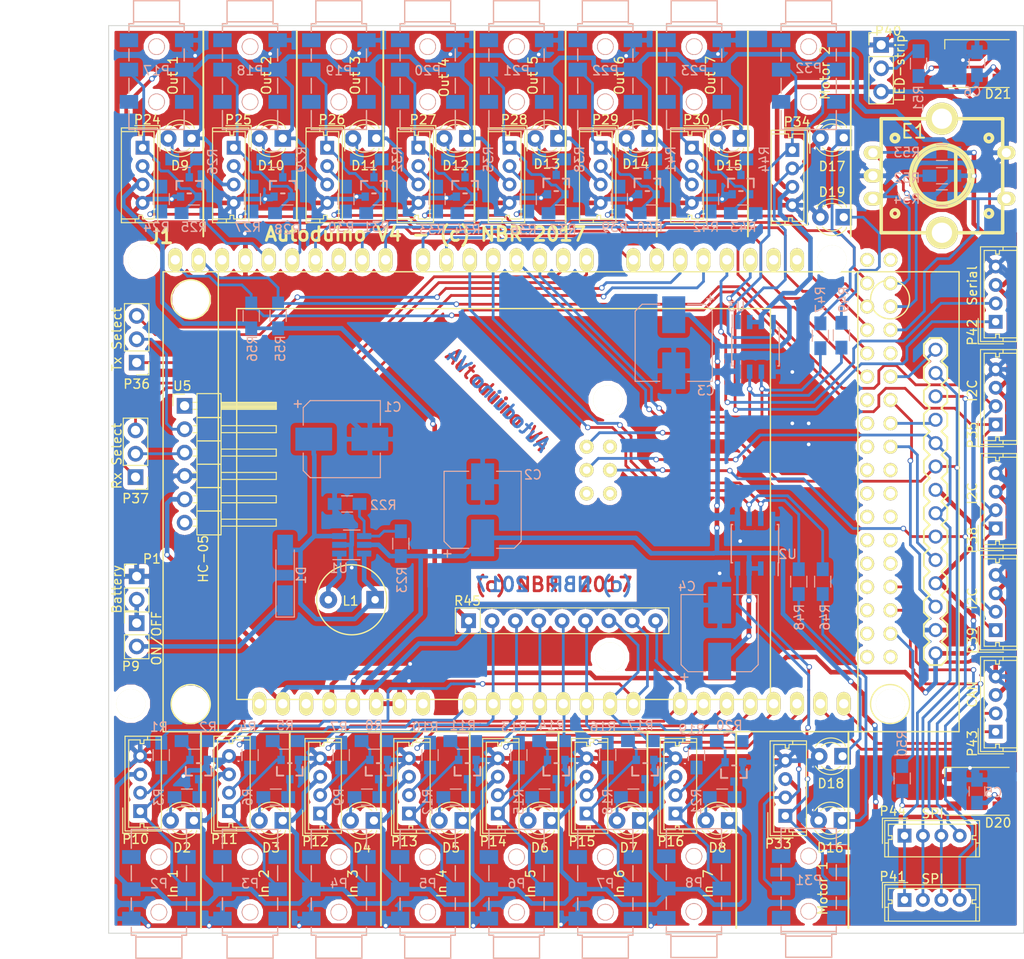
<source format=kicad_pcb>
(kicad_pcb (version 4) (host pcbnew 4.0.6-e0-6349~53~ubuntu16.04.1)
  (layers (0 F.Cu signal) (31 B.Cu signal) (34 B.Paste user) (35 F.Paste user) (36 B.SilkS user) (37 F.SilkS user) (38 B.Mask user) (39 F.Mask user) (44 Edge.Cuts user))
  (net 0 "")
  (net 1 "Net-(C1-Pad1)")
  (net 2 GND)
  (net 3 Vm)
  (net 4 "Net-(D2-Pad2)")
  (net 5 "Net-(D3-Pad2)")
  (net 6 "Net-(D4-Pad2)")
  (net 7 "Net-(D5-Pad2)")
  (net 8 "Net-(D6-Pad2)")
  (net 9 "Net-(D7-Pad2)")
  (net 10 "Net-(D8-Pad2)")
  (net 11 "Net-(D9-Pad2)")
  (net 12 "Net-(D10-Pad2)")
  (net 13 "Net-(D11-Pad2)")
  (net 14 "Net-(D12-Pad2)")
  (net 15 "Net-(D13-Pad2)")
  (net 16 "Net-(D14-Pad2)")
  (net 17 "Net-(D15-Pad2)")
  (net 18 "Net-(D20-Pad4)")
  (net 19 "Net-(D20-Pad2)")
  (net 20 "Net-(D21-Pad2)")
  (net 21 A)
  (net 22 B)
  (net 23 SW)
  (net 24 IO111)
  (net 25 IO112)
  (net 26 Tx1)
  (net 27 Rx1)
  (net 28 Tx2)
  (net 29 Rx2)
  (net 30 IO106)
  (net 31 IO105)
  (net 32 IO104)
  (net 33 IO101)
  (net 34 IO102)
  (net 35 IO103)
  (net 36 IO6)
  (net 37 IO5)
  (net 38 IO4)
  (net 39 IO1)
  (net 40 IO2)
  (net 41 IO3)
  (net 42 3V3)
  (net 43 Rx0)
  (net 44 Tx0)
  (net 45 IO16)
  (net 46 IO15)
  (net 47 LED_Data)
  (net 48 IO14)
  (net 49 IO13)
  (net 50 IO12)
  (net 51 IO11)
  (net 52 M2_2)
  (net 53 M2_1)
  (net 54 M1_2)
  (net 55 M1_1)
  (net 56 IO113)
  (net 57 IO114)
  (net 58 IO115)
  (net 59 IO116)
  (net 60 CS0)
  (net 61 CS1)
  (net 62 CS2)
  (net 63 DC)
  (net 64 IRQ)
  (net 65 VDD)
  (net 66 SCL)
  (net 67 SDA)
  (net 68 MISO)
  (net 69 MOSI)
  (net 70 SCK)
  (net 71 "Net-(L1-Pad2)")
  (net 72 "Net-(P1-Pad2)")
  (net 73 "Net-(P10-Pad2)")
  (net 74 "Net-(P12-Pad2)")
  (net 75 "Net-(P14-Pad2)")
  (net 76 "Net-(P16-Pad2)")
  (net 77 "Net-(P18-Pad2)")
  (net 78 "Net-(P20-Pad2)")
  (net 79 "Net-(P22-Pad2)")
  (net 80 "Net-(P24-Pad2)")
  (net 81 "Net-(P25-Pad2)")
  (net 82 "Net-(P26-Pad2)")
  (net 83 "Net-(P27-Pad2)")
  (net 84 "Net-(P28-Pad2)")
  (net 85 "Net-(P29-Pad2)")
  (net 86 "Net-(P30-Pad2)")
  (net 87 "Net-(P31-Pad2)")
  (net 88 "Net-(P32-Pad3)")
  (net 89 "Net-(P31-Pad3)")
  (net 90 "Net-(R22-Pad2)")
  (net 91 "Net-(D1-Pad1)")
  (net 92 "Net-(D16-Pad1)")
  (net 93 "Net-(D17-Pad1)")
  (net 94 "Net-(D18-Pad1)")
  (net 95 "Net-(D19-Pad1)")
  (net 96 "Net-(P10-Pad1)")
  (net 97 "Net-(P11-Pad1)")
  (net 98 "Net-(P12-Pad1)")
  (net 99 "Net-(P13-Pad1)")
  (net 100 "Net-(P14-Pad1)")
  (net 101 "Net-(P15-Pad1)")
  (net 102 "Net-(P16-Pad1)")
  (net 103 "Net-(P11-Pad2)")
  (net 104 "Net-(P13-Pad2)")
  (net 105 "Net-(P15-Pad2)")
  (net 106 "Net-(P17-Pad2)")
  (net 107 "Net-(P19-Pad2)")
  (net 108 "Net-(P21-Pad2)")
  (net 109 "Net-(P23-Pad2)")
  (net 110 "Net-(P32-Pad2)")
  (net 111 "Net-(P36-Pad2)")
  (net 112 "Net-(P37-Pad2)")
  (net 113 "Net-(P40-Pad2)")
  (net 114 "Net-(Q1-PadD)")
  (net 115 "Net-(Q2-PadD)")
  (net 116 "Net-(Q3-PadD)")
  (net 117 "Net-(Q4-PadD)")
  (net 118 "Net-(Q5-PadD)")
  (net 119 "Net-(Q6-PadD)")
  (net 120 "Net-(Q7-PadD)")
  (net 121 "Net-(Q8-PadD)")
  (net 122 "Net-(Q9-PadD)")
  (net 123 "Net-(Q10-PadD)")
  (net 124 "Net-(Q11-PadD)")
  (net 125 "Net-(Q12-PadD)")
  (net 126 "Net-(Q13-PadD)")
  (net 127 "Net-(Q14-PadD)")
  (net 128 CS3)
  (net 129 CAN_Tx)
  (net 130 CAN_Rx)
  (net 131 IO107)
  (net 132 IO7)
  (net 133 IO17)
  (net 134 IO117)
  (module Capacitors_SMD:CP_Elec_8x10 (layer B.Cu) (at 148.6535 66.2305)
    (fp_text reference C1 (at 5.5245 -3.4925) (layer B.SilkS) (effects (justify mirror)))
    (fp_text value 220uF/16V)
    (fp_text user + (at -4.78 -3.9) (layer B.SilkS) (effects (justify mirror)))
    (pad 1 smd rect (at -3.05 0 180) (size 4 2.5) (layers B.Cu B.Paste B.Mask) (net 1 "Net-(C1-Pad1)"))
    (pad 2 smd rect (at 3.05 0 180) (size 4 2.5) (layers B.Cu B.Paste B.Mask) (net 2 GND))
  )
  (module Capacitors_SMD:CP_Elec_8x10 (layer B.Cu) (at 163.957 73.914 90)
    (fp_text reference C2 (at 3.81 5.461 180) (layer B.SilkS) (effects (justify mirror)))
    (fp_text value 220uF/16V)
    (fp_text user + (at -4.78 -3.9 90) (layer B.SilkS) (effects (justify mirror)))
    (pad 1 smd rect (at -3.05 0 270) (size 4 2.5) (layers B.Cu B.Paste B.Mask) (net 3 Vm))
    (pad 2 smd rect (at 3.05 0 270) (size 4 2.5) (layers B.Cu B.Paste B.Mask) (net 2 GND))
  )
  (module Capacitors_SMD:CP_Elec_8x10 (layer B.Cu) (at 184.7215 55.753 270)
    (fp_text reference C3 (at 5.207 -3.4925 360) (layer B.SilkS) (effects (justify mirror)))
    (fp_text value 220uF/16V)
    (fp_text user + (at -4.78 -3.9 270) (layer B.SilkS) (effects (justify mirror)))
    (pad 1 smd rect (at -3.05 0 90) (size 4 2.5) (layers B.Cu B.Paste B.Mask) (net 3 Vm))
    (pad 2 smd rect (at 3.05 0 90) (size 4 2.5) (layers B.Cu B.Paste B.Mask) (net 2 GND))
  )
  (module Capacitors_SMD:CP_Elec_8x10 (layer B.Cu) (at 189.7126 87.3252 90)
    (fp_text reference C4 (at 5.08 -3.556 180) (layer B.SilkS) (effects (justify mirror)))
    (fp_text value 220uF/16V)
    (fp_text user + (at -4.78 -3.9 90) (layer B.SilkS) (effects (justify mirror)))
    (pad 1 smd rect (at -3.05 0 270) (size 4 2.5) (layers B.Cu B.Paste B.Mask) (net 3 Vm))
    (pad 2 smd rect (at 3.05 0 270) (size 4 2.5) (layers B.Cu B.Paste B.Mask) (net 2 GND))
  )
  (module Capacitors_SMD:C_0805_HandSoldering (layer B.Cu) (at 217.678 104.521 90)
    (fp_text reference C5 (at -0.127 1.778 180) (layer B.SilkS) (effects (justify mirror)))
    (fp_text value 100n)
    (pad 1 smd rect (at -1.25 0 90) (size 1.5 1.25) (layers B.Cu B.Paste B.Mask) (net 3 Vm))
    (pad 2 smd rect (at 1.25 0 90) (size 1.5 1.25) (layers B.Cu B.Paste B.Mask) (net 2 GND))
  )
  (module Capacitors_SMD:C_0805_HandSoldering (layer B.Cu) (at 217.678 25.4 270)
    (fp_text reference C6 (at 3.048 0.508 360) (layer B.SilkS) (effects (justify mirror)))
    (fp_text value 100n)
    (pad 1 smd rect (at -1.25 0 270) (size 1.5 1.25) (layers B.Cu B.Paste B.Mask) (net 2 GND))
    (pad 2 smd rect (at 1.25 0 270) (size 1.5 1.25) (layers B.Cu B.Paste B.Mask) (net 3 Vm))
  )
  (module LEDs:LED_D3.0mm (layer F.Cu) (at 132.588 107.696 180)
    (fp_text reference D2 (at 1.27 -2.96 180) (layer F.SilkS))
    (fp_text value LED)
    (pad 1 thru_hole rect (at 0 0 180) (size 1.8 1.8) (drill 0.9) (layers *.Cu *.Mask) (net 65 VDD))
    (pad 2 thru_hole circle (at 2.54 0 180) (size 1.8 1.8) (drill 0.9) (layers *.Cu *.Mask) (net 4 "Net-(D2-Pad2)"))
  )
  (module LEDs:LED_D3.0mm (layer F.Cu) (at 142.24 107.696 180)
    (fp_text reference D3 (at 1.27 -2.96 180) (layer F.SilkS))
    (fp_text value LED)
    (pad 1 thru_hole rect (at 0 0 180) (size 1.8 1.8) (drill 0.9) (layers *.Cu *.Mask) (net 65 VDD))
    (pad 2 thru_hole circle (at 2.54 0 180) (size 1.8 1.8) (drill 0.9) (layers *.Cu *.Mask) (net 5 "Net-(D3-Pad2)"))
  )
  (module LEDs:LED_D3.0mm (layer F.Cu) (at 152.146 107.696 180)
    (fp_text reference D4 (at 1.27 -2.96 180) (layer F.SilkS))
    (fp_text value LED)
    (pad 1 thru_hole rect (at 0 0 180) (size 1.8 1.8) (drill 0.9) (layers *.Cu *.Mask) (net 65 VDD))
    (pad 2 thru_hole circle (at 2.54 0 180) (size 1.8 1.8) (drill 0.9) (layers *.Cu *.Mask) (net 6 "Net-(D4-Pad2)"))
  )
  (module LEDs:LED_D3.0mm (layer F.Cu) (at 161.798 107.696 180)
    (fp_text reference D5 (at 1.27 -2.96 180) (layer F.SilkS))
    (fp_text value LED)
    (pad 1 thru_hole rect (at 0 0 180) (size 1.8 1.8) (drill 0.9) (layers *.Cu *.Mask) (net 65 VDD))
    (pad 2 thru_hole circle (at 2.54 0 180) (size 1.8 1.8) (drill 0.9) (layers *.Cu *.Mask) (net 7 "Net-(D5-Pad2)"))
  )
  (module LEDs:LED_D3.0mm (layer F.Cu) (at 171.45 107.696 180)
    (fp_text reference D6 (at 1.27 -2.96 180) (layer F.SilkS))
    (fp_text value LED)
    (pad 1 thru_hole rect (at 0 0 180) (size 1.8 1.8) (drill 0.9) (layers *.Cu *.Mask) (net 65 VDD))
    (pad 2 thru_hole circle (at 2.54 0 180) (size 1.8 1.8) (drill 0.9) (layers *.Cu *.Mask) (net 8 "Net-(D6-Pad2)"))
  )
  (module LEDs:LED_D3.0mm (layer F.Cu) (at 181.102 107.696 180)
    (fp_text reference D7 (at 1.27 -2.96 180) (layer F.SilkS))
    (fp_text value LED)
    (pad 1 thru_hole rect (at 0 0 180) (size 1.8 1.8) (drill 0.9) (layers *.Cu *.Mask) (net 65 VDD))
    (pad 2 thru_hole circle (at 2.54 0 180) (size 1.8 1.8) (drill 0.9) (layers *.Cu *.Mask) (net 9 "Net-(D7-Pad2)"))
  )
  (module LEDs:LED_D3.0mm (layer F.Cu) (at 190.754 107.696 180)
    (fp_text reference D8 (at 1.27 -2.96 180) (layer F.SilkS))
    (fp_text value LED)
    (pad 1 thru_hole rect (at 0 0 180) (size 1.8 1.8) (drill 0.9) (layers *.Cu *.Mask) (net 65 VDD))
    (pad 2 thru_hole circle (at 2.54 0 180) (size 1.8 1.8) (drill 0.9) (layers *.Cu *.Mask) (net 10 "Net-(D8-Pad2)"))
  )
  (module LEDs:LED_D3.0mm (layer F.Cu) (at 132.334 33.528 180)
    (fp_text reference D9 (at 1.27 -2.96 180) (layer F.SilkS))
    (fp_text value LED)
    (pad 1 thru_hole rect (at 0 0 180) (size 1.8 1.8) (drill 0.9) (layers *.Cu *.Mask) (net 65 VDD))
    (pad 2 thru_hole circle (at 2.54 0 180) (size 1.8 1.8) (drill 0.9) (layers *.Cu *.Mask) (net 11 "Net-(D9-Pad2)"))
  )
  (module LEDs:LED_D3.0mm (layer F.Cu) (at 142.24 33.528 180)
    (fp_text reference D10 (at 1.27 -2.96 180) (layer F.SilkS))
    (fp_text value LED)
    (pad 1 thru_hole rect (at 0 0 180) (size 1.8 1.8) (drill 0.9) (layers *.Cu *.Mask) (net 65 VDD))
    (pad 2 thru_hole circle (at 2.54 0 180) (size 1.8 1.8) (drill 0.9) (layers *.Cu *.Mask) (net 12 "Net-(D10-Pad2)"))
  )
  (module LEDs:LED_D3.0mm (layer F.Cu) (at 152.4 33.528 180)
    (fp_text reference D11 (at 1.27 -2.96 180) (layer F.SilkS))
    (fp_text value LED)
    (pad 1 thru_hole rect (at 0 0 180) (size 1.8 1.8) (drill 0.9) (layers *.Cu *.Mask) (net 65 VDD))
    (pad 2 thru_hole circle (at 2.54 0 180) (size 1.8 1.8) (drill 0.9) (layers *.Cu *.Mask) (net 13 "Net-(D11-Pad2)"))
  )
  (module LEDs:LED_D3.0mm (layer F.Cu) (at 162.306 33.528 180)
    (fp_text reference D12 (at 1.27 -2.96 180) (layer F.SilkS))
    (fp_text value LED)
    (pad 1 thru_hole rect (at 0 0 180) (size 1.8 1.8) (drill 0.9) (layers *.Cu *.Mask) (net 65 VDD))
    (pad 2 thru_hole circle (at 2.54 0 180) (size 1.8 1.8) (drill 0.9) (layers *.Cu *.Mask) (net 14 "Net-(D12-Pad2)"))
  )
  (module LEDs:LED_D3.0mm (layer F.Cu) (at 172.212 33.528 180)
    (fp_text reference D13 (at 1.27 -2.794 180) (layer F.SilkS))
    (fp_text value LED)
    (pad 1 thru_hole rect (at 0 0 180) (size 1.8 1.8) (drill 0.9) (layers *.Cu *.Mask) (net 65 VDD))
    (pad 2 thru_hole circle (at 2.54 0 180) (size 1.8 1.8) (drill 0.9) (layers *.Cu *.Mask) (net 15 "Net-(D13-Pad2)"))
  )
  (module LEDs:LED_D3.0mm (layer F.Cu) (at 182.118 33.528 180)
    (fp_text reference D14 (at 1.524 -2.794 180) (layer F.SilkS))
    (fp_text value LED)
    (pad 1 thru_hole rect (at 0 0 180) (size 1.8 1.8) (drill 0.9) (layers *.Cu *.Mask) (net 65 VDD))
    (pad 2 thru_hole circle (at 2.54 0 180) (size 1.8 1.8) (drill 0.9) (layers *.Cu *.Mask) (net 16 "Net-(D14-Pad2)"))
  )
  (module LEDs:LED_D3.0mm (layer F.Cu) (at 192.024 33.528 180)
    (fp_text reference D15 (at 1.27 -2.96 180) (layer F.SilkS))
    (fp_text value LED)
    (pad 1 thru_hole rect (at 0 0 180) (size 1.8 1.8) (drill 0.9) (layers *.Cu *.Mask) (net 65 VDD))
    (pad 2 thru_hole circle (at 2.54 0 180) (size 1.8 1.8) (drill 0.9) (layers *.Cu *.Mask) (net 17 "Net-(D15-Pad2)"))
  )
  (module LEDs:LED_D3.0mm (layer F.Cu) (at 203.0095 107.696 180)
    (fp_text reference D16 (at 1.27 -2.96 180) (layer F.SilkS))
    (fp_text value LED)
    (pad 1 thru_hole rect (at 0 0 180) (size 1.8 1.8) (drill 0.9) (layers *.Cu *.Mask) (net 92 "Net-(D16-Pad1)"))
    (pad 2 thru_hole circle (at 2.54 0 180) (size 1.8 1.8) (drill 0.9) (layers *.Cu *.Mask) (net 2 GND))
  )
  (module LEDs:LED_D3.0mm (layer F.Cu) (at 203.073 100.711 180)
    (fp_text reference D18 (at 1.27 -2.96 180) (layer F.SilkS))
    (fp_text value LED)
    (pad 1 thru_hole rect (at 0 0 180) (size 1.8 1.8) (drill 0.9) (layers *.Cu *.Mask) (net 94 "Net-(D18-Pad1)"))
    (pad 2 thru_hole circle (at 2.54 0 180) (size 1.8 1.8) (drill 0.9) (layers *.Cu *.Mask) (net 2 GND))
  )
  (module LEDs:LED_D3.0mm (layer F.Cu) (at 203.2 33.4645 180)
    (fp_text reference D17 (at 1.27 -3.1115 180) (layer F.SilkS))
    (fp_text value LED)
    (pad 1 thru_hole rect (at 0 0 180) (size 1.8 1.8) (drill 0.9) (layers *.Cu *.Mask) (net 93 "Net-(D17-Pad1)"))
    (pad 2 thru_hole circle (at 2.54 0 180) (size 1.8 1.8) (drill 0.9) (layers *.Cu *.Mask) (net 2 GND))
  )
  (module LEDs:LED_D3.0mm (layer F.Cu) (at 203.2 42.1005 180)
    (fp_text reference D19 (at 1.27 2.7305 180) (layer F.SilkS))
    (fp_text value LED)
    (pad 1 thru_hole rect (at 0 0 180) (size 1.8 1.8) (drill 0.9) (layers *.Cu *.Mask) (net 95 "Net-(D19-Pad1)"))
    (pad 2 thru_hole circle (at 2.54 0 180) (size 1.8 1.8) (drill 0.9) (layers *.Cu *.Mask) (net 2 GND))
  )
  (module LEDs:LED_WS2812B-PLCC4 (layer F.Cu) (at 217.678 104.521 180)
    (fp_text reference D20 (at -2.286 -3.429 180) (layer F.SilkS))
    (fp_text value WS2812B)
    (pad 3 smd rect (at 2.5 1.6 180) (size 1.6 1) (layers F.Cu F.Paste F.Mask) (net 2 GND))
    (pad 4 smd rect (at 2.5 -1.6 180) (size 1.6 1) (layers F.Cu F.Paste F.Mask) (net 18 "Net-(D20-Pad4)"))
    (pad 2 smd rect (at -2.5 1.6 180) (size 1.6 1) (layers F.Cu F.Paste F.Mask) (net 19 "Net-(D20-Pad2)"))
    (pad 1 smd rect (at -2.5 -1.6 180) (size 1.6 1) (layers F.Cu F.Paste F.Mask) (net 3 Vm))
  )
  (module LEDs:LED_WS2812B-PLCC4 (layer F.Cu) (at 217.678 25.4 180)
    (fp_text reference D21 (at -2.286 -3.302 180) (layer F.SilkS))
    (fp_text value WS2812B)
    (pad 3 smd rect (at 2.5 1.6 180) (size 1.6 1) (layers F.Cu F.Paste F.Mask) (net 2 GND))
    (pad 4 smd rect (at 2.5 -1.6 180) (size 1.6 1) (layers F.Cu F.Paste F.Mask) (net 19 "Net-(D20-Pad2)"))
    (pad 2 smd rect (at -2.5 1.6 180) (size 1.6 1) (layers F.Cu F.Paste F.Mask) (net 20 "Net-(D21-Pad2)"))
    (pad 1 smd rect (at -2.5 -1.6 180) (size 1.6 1) (layers F.Cu F.Paste F.Mask) (net 3 Vm))
  )
  (module BR_GoodLibraries:encoder_alps-ec12d (layer F.Cu) (at 213.868 37.592 270)
    (fp_text reference E1 (at -4.826 3.048 360) (layer F.SilkS) (effects (font (size 1.50114 1.50114) (thickness 0.20066))))
    (fp_text value Encoder_switch hide)
    (pad 1 thru_hole oval (at -2.49936 7.50062 270) (size 1.50114 1.99898) (drill 1.00076) (layers *.Cu *.Mask F.SilkS) (net 21 A))
    (pad 2 thru_hole oval (at 0 7.50062 270) (size 1.50114 1.99898) (drill 1.00076) (layers *.Cu *.Mask F.SilkS) (net 2 GND))
    (pad 3 thru_hole oval (at 2.49936 7.50062 270) (size 1.50114 1.99898) (drill 1.00076) (layers *.Cu *.Mask F.SilkS) (net 22 B))
    (pad "" thru_hole circle (at -6.20014 0 270) (size 3.50012 3.50012) (drill 2.19964) (layers *.Cu *.Mask F.SilkS))
    (pad "" thru_hole circle (at 6.20014 0 270) (size 3.50012 3.50012) (drill 2.19964) (layers *.Cu *.Mask F.SilkS))
    (pad 5 thru_hole oval (at -2.49936 -7.00024 270) (size 1.50114 1.99898) (drill 1.00076) (layers *.Cu *.Mask F.SilkS) (net 2 GND))
    (pad 4 thru_hole oval (at 2.49936 -7.00024 270) (size 1.50114 1.99898) (drill 1.00076) (layers *.Cu *.Mask F.SilkS) (net 23 SW))
  )
  (module Inductors:INDUCTOR_V (layer F.Cu) (at 149.733 83.693 180)
    (fp_text reference L1 (at 0.127 -0.127 180) (layer F.SilkS))
    (fp_text value 4.7uH)
    (pad 1 thru_hole rect (at -2.54 0 180) (size 1.905 1.905) (drill 0.8128) (layers *.Cu *.Mask) (net 1 "Net-(C1-Pad1)"))
    (pad 2 thru_hole circle (at 2.54 0 180) (size 1.905 1.905) (drill 0.8128) (layers *.Cu *.Mask) (net 71 "Net-(L1-Pad2)"))
  )
  (module Pin_Headers:Pin_Header_Straight_1x02_Pitch2.54mm (layer F.Cu) (at 126.365 81.153)
    (fp_text reference P1 (at 1.651 -1.905) (layer F.SilkS))
    (fp_text value Battery (at -2.159 1.397 90) (layer F.SilkS))
    (pad 1 thru_hole rect (at 0 0) (size 1.7 1.7) (drill 1) (layers *.Cu *.Mask) (net 2 GND))
    (pad 2 thru_hole oval (at 0 2.54) (size 1.7 1.7) (drill 1) (layers *.Cu *.Mask) (net 72 "Net-(P1-Pad2)"))
  )
  (module Pin_Headers:Pin_Header_Straight_1x02_Pitch2.54mm (layer F.Cu) (at 126.365 86.233)
    (fp_text reference P9 (at -0.635 4.699) (layer F.SilkS))
    (fp_text value ON/OFF (at 2.159 1.651 90) (layer F.SilkS))
    (pad 1 thru_hole rect (at 0 0) (size 1.7 1.7) (drill 1) (layers *.Cu *.Mask) (net 72 "Net-(P1-Pad2)"))
    (pad 2 thru_hole oval (at 0 2.54) (size 1.7 1.7) (drill 1) (layers *.Cu *.Mask) (net 91 "Net-(D1-Pad1)"))
  )
  (module Connectors_Molex:Molex_MicroLatch-53253-0470_04x2.00mm_Straight (layer F.Cu) (at 126.746 106.68 90)
    (fp_text reference P10 (at -3.048 -0.508 180) (layer F.SilkS))
    (fp_text value "In 1" (at -7.874 3.556 90) (layer F.SilkS))
    (pad 1 thru_hole rect (at 0 0 90) (size 1.5 1.5) (drill 0.8) (layers *.Cu *.Mask) (net 96 "Net-(P10-Pad1)"))
    (pad 2 thru_hole circle (at 2 0 90) (size 1.5 1.5) (drill 0.8) (layers *.Cu *.Mask) (net 73 "Net-(P10-Pad2)"))
    (pad 3 thru_hole circle (at 4 0 90) (size 1.5 1.5) (drill 0.8) (layers *.Cu *.Mask) (net 65 VDD))
    (pad 4 thru_hole circle (at 6 0 90) (size 1.5 1.5) (drill 0.8) (layers *.Cu *.Mask) (net 2 GND))
  )
  (module Connectors_Molex:Molex_MicroLatch-53253-0470_04x2.00mm_Straight (layer F.Cu) (at 136.398 106.68 90)
    (fp_text reference P11 (at -3.048 -0.508 180) (layer F.SilkS))
    (fp_text value "In 2" (at -7.874 3.81 90) (layer F.SilkS))
    (pad 1 thru_hole rect (at 0 0 90) (size 1.5 1.5) (drill 0.8) (layers *.Cu *.Mask) (net 97 "Net-(P11-Pad1)"))
    (pad 2 thru_hole circle (at 2 0 90) (size 1.5 1.5) (drill 0.8) (layers *.Cu *.Mask) (net 103 "Net-(P11-Pad2)"))
    (pad 3 thru_hole circle (at 4 0 90) (size 1.5 1.5) (drill 0.8) (layers *.Cu *.Mask) (net 65 VDD))
    (pad 4 thru_hole circle (at 6 0 90) (size 1.5 1.5) (drill 0.8) (layers *.Cu *.Mask) (net 2 GND))
  )
  (module Connectors_Molex:Molex_MicroLatch-53253-0470_04x2.00mm_Straight (layer F.Cu) (at 146.304 106.934 90)
    (fp_text reference P12 (at -3.048 -0.508 180) (layer F.SilkS))
    (fp_text value "In 3" (at -7.62 3.556 90) (layer F.SilkS))
    (pad 1 thru_hole rect (at 0 0 90) (size 1.5 1.5) (drill 0.8) (layers *.Cu *.Mask) (net 98 "Net-(P12-Pad1)"))
    (pad 2 thru_hole circle (at 2 0 90) (size 1.5 1.5) (drill 0.8) (layers *.Cu *.Mask) (net 74 "Net-(P12-Pad2)"))
    (pad 3 thru_hole circle (at 4 0 90) (size 1.5 1.5) (drill 0.8) (layers *.Cu *.Mask) (net 65 VDD))
    (pad 4 thru_hole circle (at 6 0 90) (size 1.5 1.5) (drill 0.8) (layers *.Cu *.Mask) (net 2 GND))
  )
  (module Connectors_Molex:Molex_MicroLatch-53253-0470_04x2.00mm_Straight (layer F.Cu) (at 155.956 106.934 90)
    (fp_text reference P13 (at -3.048 -0.508 180) (layer F.SilkS))
    (fp_text value "In 4" (at -7.62 3.556 90) (layer F.SilkS))
    (pad 1 thru_hole rect (at 0 0 90) (size 1.5 1.5) (drill 0.8) (layers *.Cu *.Mask) (net 99 "Net-(P13-Pad1)"))
    (pad 2 thru_hole circle (at 2 0 90) (size 1.5 1.5) (drill 0.8) (layers *.Cu *.Mask) (net 104 "Net-(P13-Pad2)"))
    (pad 3 thru_hole circle (at 4 0 90) (size 1.5 1.5) (drill 0.8) (layers *.Cu *.Mask) (net 65 VDD))
    (pad 4 thru_hole circle (at 6 0 90) (size 1.5 1.5) (drill 0.8) (layers *.Cu *.Mask) (net 2 GND))
  )
  (module Connectors_Molex:Molex_MicroLatch-53253-0470_04x2.00mm_Straight (layer F.Cu) (at 165.608 106.934 90)
    (fp_text reference P14 (at -3.048 -0.508 180) (layer F.SilkS))
    (fp_text value "In 5" (at -7.62 3.556 90) (layer F.SilkS))
    (pad 1 thru_hole rect (at 0 0 90) (size 1.5 1.5) (drill 0.8) (layers *.Cu *.Mask) (net 100 "Net-(P14-Pad1)"))
    (pad 2 thru_hole circle (at 2 0 90) (size 1.5 1.5) (drill 0.8) (layers *.Cu *.Mask) (net 75 "Net-(P14-Pad2)"))
    (pad 3 thru_hole circle (at 4 0 90) (size 1.5 1.5) (drill 0.8) (layers *.Cu *.Mask) (net 65 VDD))
    (pad 4 thru_hole circle (at 6 0 90) (size 1.5 1.5) (drill 0.8) (layers *.Cu *.Mask) (net 2 GND))
  )
  (module Connectors_Molex:Molex_MicroLatch-53253-0470_04x2.00mm_Straight (layer F.Cu) (at 175.26 106.934 90)
    (fp_text reference P15 (at -3.048 -0.508 180) (layer F.SilkS))
    (fp_text value "In 6" (at -7.62 3.556 90) (layer F.SilkS))
    (pad 1 thru_hole rect (at 0 0 90) (size 1.5 1.5) (drill 0.8) (layers *.Cu *.Mask) (net 101 "Net-(P15-Pad1)"))
    (pad 2 thru_hole circle (at 2 0 90) (size 1.5 1.5) (drill 0.8) (layers *.Cu *.Mask) (net 105 "Net-(P15-Pad2)"))
    (pad 3 thru_hole circle (at 4 0 90) (size 1.5 1.5) (drill 0.8) (layers *.Cu *.Mask) (net 65 VDD))
    (pad 4 thru_hole circle (at 6 0 90) (size 1.5 1.5) (drill 0.8) (layers *.Cu *.Mask) (net 2 GND))
  )
  (module Connectors_Molex:Molex_MicroLatch-53253-0470_04x2.00mm_Straight (layer F.Cu) (at 184.912 106.934 90)
    (fp_text reference P16 (at -3.048 -0.508 180) (layer F.SilkS))
    (fp_text value "In 7" (at -7.62 3.556 90) (layer F.SilkS))
    (pad 1 thru_hole rect (at 0 0 90) (size 1.5 1.5) (drill 0.8) (layers *.Cu *.Mask) (net 102 "Net-(P16-Pad1)"))
    (pad 2 thru_hole circle (at 2 0 90) (size 1.5 1.5) (drill 0.8) (layers *.Cu *.Mask) (net 76 "Net-(P16-Pad2)"))
    (pad 3 thru_hole circle (at 4 0 90) (size 1.5 1.5) (drill 0.8) (layers *.Cu *.Mask) (net 65 VDD))
    (pad 4 thru_hole circle (at 6 0 90) (size 1.5 1.5) (drill 0.8) (layers *.Cu *.Mask) (net 2 GND))
  )
  (module Connectors_Molex:Molex_MicroLatch-53253-0470_04x2.00mm_Straight (layer F.Cu) (at 127 34.544 270)
    (fp_text reference P24 (at -3.048 -0.508 360) (layer F.SilkS))
    (fp_text value "Out 1" (at -7.874 -3.302 270) (layer F.SilkS))
    (pad 1 thru_hole rect (at 0 0 270) (size 1.5 1.5) (drill 0.8) (layers *.Cu *.Mask) (net 106 "Net-(P17-Pad2)"))
    (pad 2 thru_hole circle (at 2 0 270) (size 1.5 1.5) (drill 0.8) (layers *.Cu *.Mask) (net 80 "Net-(P24-Pad2)"))
    (pad 3 thru_hole circle (at 4 0 270) (size 1.5 1.5) (drill 0.8) (layers *.Cu *.Mask) (net 65 VDD))
    (pad 4 thru_hole circle (at 6 0 270) (size 1.5 1.5) (drill 0.8) (layers *.Cu *.Mask) (net 2 GND))
  )
  (module Connectors_Molex:Molex_MicroLatch-53253-0470_04x2.00mm_Straight (layer F.Cu) (at 136.906 34.544 270)
    (fp_text reference P25 (at -3.048 -0.508 360) (layer F.SilkS))
    (fp_text value "Out 2" (at -7.874 -3.556 270) (layer F.SilkS))
    (pad 1 thru_hole rect (at 0 0 270) (size 1.5 1.5) (drill 0.8) (layers *.Cu *.Mask) (net 77 "Net-(P18-Pad2)"))
    (pad 2 thru_hole circle (at 2 0 270) (size 1.5 1.5) (drill 0.8) (layers *.Cu *.Mask) (net 81 "Net-(P25-Pad2)"))
    (pad 3 thru_hole circle (at 4 0 270) (size 1.5 1.5) (drill 0.8) (layers *.Cu *.Mask) (net 65 VDD))
    (pad 4 thru_hole circle (at 6 0 270) (size 1.5 1.5) (drill 0.8) (layers *.Cu *.Mask) (net 2 GND))
  )
  (module Connectors_Molex:Molex_MicroLatch-53253-0470_04x2.00mm_Straight (layer F.Cu) (at 147.066 34.544 270)
    (fp_text reference P26 (at -3.048 -0.508 360) (layer F.SilkS))
    (fp_text value "Out 3" (at -7.874 -3.048 270) (layer F.SilkS))
    (pad 1 thru_hole rect (at 0 0 270) (size 1.5 1.5) (drill 0.8) (layers *.Cu *.Mask) (net 107 "Net-(P19-Pad2)"))
    (pad 2 thru_hole circle (at 2 0 270) (size 1.5 1.5) (drill 0.8) (layers *.Cu *.Mask) (net 82 "Net-(P26-Pad2)"))
    (pad 3 thru_hole circle (at 4 0 270) (size 1.5 1.5) (drill 0.8) (layers *.Cu *.Mask) (net 65 VDD))
    (pad 4 thru_hole circle (at 6 0 270) (size 1.5 1.5) (drill 0.8) (layers *.Cu *.Mask) (net 2 GND))
  )
  (module Connectors_Molex:Molex_MicroLatch-53253-0470_04x2.00mm_Straight (layer F.Cu) (at 156.972 34.544 270)
    (fp_text reference P27 (at -3.048 -0.508 360) (layer F.SilkS))
    (fp_text value "Out 4" (at -7.62 -2.794 270) (layer F.SilkS))
    (pad 1 thru_hole rect (at 0 0 270) (size 1.5 1.5) (drill 0.8) (layers *.Cu *.Mask) (net 78 "Net-(P20-Pad2)"))
    (pad 2 thru_hole circle (at 2 0 270) (size 1.5 1.5) (drill 0.8) (layers *.Cu *.Mask) (net 83 "Net-(P27-Pad2)"))
    (pad 3 thru_hole circle (at 4 0 270) (size 1.5 1.5) (drill 0.8) (layers *.Cu *.Mask) (net 65 VDD))
    (pad 4 thru_hole circle (at 6 0 270) (size 1.5 1.5) (drill 0.8) (layers *.Cu *.Mask) (net 2 GND))
  )
  (module Connectors_Molex:Molex_MicroLatch-53253-0470_04x2.00mm_Straight (layer F.Cu) (at 166.878 34.544 270)
    (fp_text reference P28 (at -3.048 -0.508 360) (layer F.SilkS))
    (fp_text value "Out 5" (at -7.874 -2.54 270) (layer F.SilkS))
    (pad 1 thru_hole rect (at 0 0 270) (size 1.5 1.5) (drill 0.8) (layers *.Cu *.Mask) (net 108 "Net-(P21-Pad2)"))
    (pad 2 thru_hole circle (at 2 0 270) (size 1.5 1.5) (drill 0.8) (layers *.Cu *.Mask) (net 84 "Net-(P28-Pad2)"))
    (pad 3 thru_hole circle (at 4 0 270) (size 1.5 1.5) (drill 0.8) (layers *.Cu *.Mask) (net 65 VDD))
    (pad 4 thru_hole circle (at 6 0 270) (size 1.5 1.5) (drill 0.8) (layers *.Cu *.Mask) (net 2 GND))
  )
  (module Connectors_Molex:Molex_MicroLatch-53253-0470_04x2.00mm_Straight (layer F.Cu) (at 176.784 34.544 270)
    (fp_text reference P29 (at -3.048 -0.508 360) (layer F.SilkS))
    (fp_text value "Out 6" (at -7.874 -2.032 270) (layer F.SilkS))
    (pad 1 thru_hole rect (at 0 0 270) (size 1.5 1.5) (drill 0.8) (layers *.Cu *.Mask) (net 79 "Net-(P22-Pad2)"))
    (pad 2 thru_hole circle (at 2 0 270) (size 1.5 1.5) (drill 0.8) (layers *.Cu *.Mask) (net 85 "Net-(P29-Pad2)"))
    (pad 3 thru_hole circle (at 4 0 270) (size 1.5 1.5) (drill 0.8) (layers *.Cu *.Mask) (net 65 VDD))
    (pad 4 thru_hole circle (at 6 0 270) (size 1.5 1.5) (drill 0.8) (layers *.Cu *.Mask) (net 2 GND))
  )
  (module Connectors_Molex:Molex_MicroLatch-53253-0470_04x2.00mm_Straight (layer F.Cu) (at 186.69 34.544 270)
    (fp_text reference P30 (at -3.048 -0.508 360) (layer F.SilkS))
    (fp_text value "Out 7" (at -7.874 -2.032 270) (layer F.SilkS))
    (pad 1 thru_hole rect (at 0 0 270) (size 1.5 1.5) (drill 0.8) (layers *.Cu *.Mask) (net 109 "Net-(P23-Pad2)"))
    (pad 2 thru_hole circle (at 2 0 270) (size 1.5 1.5) (drill 0.8) (layers *.Cu *.Mask) (net 86 "Net-(P30-Pad2)"))
    (pad 3 thru_hole circle (at 4 0 270) (size 1.5 1.5) (drill 0.8) (layers *.Cu *.Mask) (net 65 VDD))
    (pad 4 thru_hole circle (at 6 0 270) (size 1.5 1.5) (drill 0.8) (layers *.Cu *.Mask) (net 2 GND))
  )
  (module Connectors_Molex:Molex_MicroLatch-53253-0470_04x2.00mm_Straight (layer F.Cu) (at 196.85 107.188 90)
    (fp_text reference P33 (at -3.048 -0.762 180) (layer F.SilkS))
    (fp_text value "Motor 1" (at -7.874 4.064 90) (layer F.SilkS))
    (pad 1 thru_hole rect (at 0 0 90) (size 1.5 1.5) (drill 0.8) (layers *.Cu *.Mask) (net 87 "Net-(P31-Pad2)"))
    (pad 2 thru_hole circle (at 2 0 90) (size 1.5 1.5) (drill 0.8) (layers *.Cu *.Mask) (net 89 "Net-(P31-Pad3)"))
    (pad 3 thru_hole circle (at 4 0 90) (size 1.5 1.5) (drill 0.8) (layers *.Cu *.Mask) (net 3 Vm))
    (pad 4 thru_hole circle (at 6 0 90) (size 1.5 1.5) (drill 0.8) (layers *.Cu *.Mask) (net 2 GND))
  )
  (module Connectors_Molex:Molex_MicroLatch-53253-0470_04x2.00mm_Straight (layer F.Cu) (at 197.612 34.798 270)
    (fp_text reference P34 (at -3.048 -0.508 360) (layer F.SilkS))
    (fp_text value "Motor 2" (at -8.382 -3.556 270) (layer F.SilkS))
    (pad 1 thru_hole rect (at 0 0 270) (size 1.5 1.5) (drill 0.8) (layers *.Cu *.Mask) (net 110 "Net-(P32-Pad2)"))
    (pad 2 thru_hole circle (at 2 0 270) (size 1.5 1.5) (drill 0.8) (layers *.Cu *.Mask) (net 88 "Net-(P32-Pad3)"))
    (pad 3 thru_hole circle (at 4 0 270) (size 1.5 1.5) (drill 0.8) (layers *.Cu *.Mask) (net 3 Vm))
    (pad 4 thru_hole circle (at 6 0 270) (size 1.5 1.5) (drill 0.8) (layers *.Cu *.Mask) (net 2 GND))
  )
  (module Pin_Headers:Pin_Header_Straight_1x03_Pitch2.54mm (layer F.Cu) (at 126.365 57.912 180)
    (fp_text reference P36 (at 0 -2.33 180) (layer F.SilkS))
    (fp_text value "Tx Select" (at 2.159 2.54 270) (layer F.SilkS))
    (pad 1 thru_hole rect (at 0 0 180) (size 1.7 1.7) (drill 1) (layers *.Cu *.Mask) (net 44 Tx0))
    (pad 2 thru_hole oval (at 0 2.54 180) (size 1.7 1.7) (drill 1) (layers *.Cu *.Mask) (net 111 "Net-(P36-Pad2)"))
    (pad 3 thru_hole oval (at 0 5.08 180) (size 1.7 1.7) (drill 1) (layers *.Cu *.Mask) (net 26 Tx1))
  )
  (module Pin_Headers:Pin_Header_Straight_1x03_Pitch2.54mm (layer F.Cu) (at 126.238 70.358 180)
    (fp_text reference P37 (at 0 -2.33 180) (layer F.SilkS))
    (fp_text value "Rx Select" (at 2.032 2.286 270) (layer F.SilkS))
    (pad 1 thru_hole rect (at 0 0 180) (size 1.7 1.7) (drill 1) (layers *.Cu *.Mask) (net 43 Rx0))
    (pad 2 thru_hole oval (at 0 2.54 180) (size 1.7 1.7) (drill 1) (layers *.Cu *.Mask) (net 112 "Net-(P37-Pad2)"))
    (pad 3 thru_hole oval (at 0 5.08 180) (size 1.7 1.7) (drill 1) (layers *.Cu *.Mask) (net 27 Rx1))
  )
  (module Pin_Headers:Pin_Header_Straight_1x03_Pitch2.54mm (layer F.Cu) (at 207.264 23.368)
    (fp_text reference P40 (at 0.762 -1.524 180) (layer F.SilkS))
    (fp_text value LED-strip (at 2.032 2.54 90) (layer F.SilkS))
    (pad 1 thru_hole rect (at 0 0) (size 1.7 1.7) (drill 1) (layers *.Cu *.Mask) (net 2 GND))
    (pad 2 thru_hole oval (at 0 2.54) (size 1.7 1.7) (drill 1) (layers *.Cu *.Mask) (net 113 "Net-(P40-Pad2)"))
    (pad 3 thru_hole oval (at 0 5.08) (size 1.7 1.7) (drill 1) (layers *.Cu *.Mask) (net 3 Vm))
  )
  (module Resistors_SMD:R_0805_HandSoldering (layer B.Cu) (at 129.032 100.584 270)
    (fp_text reference R1 (at -3.048 0.254 360) (layer B.SilkS) (effects (justify mirror)))
    (fp_text value 220R)
    (pad 1 smd rect (at -1.35 0 270) (size 1.5 1.3) (layers B.Cu B.Paste B.Mask) (net 33 IO101))
    (pad 2 smd rect (at 1.35 0 270) (size 1.5 1.3) (layers B.Cu B.Paste B.Mask) (net 73 "Net-(P10-Pad2)"))
  )
  (module Resistors_SMD:R_0805_HandSoldering (layer B.Cu) (at 132.588 99.06 180)
    (fp_text reference R2 (at -1.524 1.524 180) (layer B.SilkS) (effects (justify mirror)))
    (fp_text value 220R)
    (pad 1 smd rect (at -1.35 0 180) (size 1.5 1.3) (layers B.Cu B.Paste B.Mask) (net 39 IO1))
    (pad 2 smd rect (at 1.35 0 180) (size 1.5 1.3) (layers B.Cu B.Paste B.Mask) (net 96 "Net-(P10-Pad1)"))
  )
  (module Resistors_SMD:R_0805_HandSoldering (layer B.Cu) (at 131.826 105.156)
    (fp_text reference R3 (at -3.048 0 90) (layer B.SilkS) (effects (justify mirror)))
    (fp_text value 470R)
    (pad 1 smd rect (at -1.35 0) (size 1.5 1.3) (layers B.Cu B.Paste B.Mask) (net 4 "Net-(D2-Pad2)"))
    (pad 2 smd rect (at 1.35 0) (size 1.5 1.3) (layers B.Cu B.Paste B.Mask) (net 114 "Net-(Q1-PadD)"))
  )
  (module Resistors_SMD:R_0805_HandSoldering (layer B.Cu) (at 138.684 100.584 270)
    (fp_text reference R4 (at -3.048 0.254 360) (layer B.SilkS) (effects (justify mirror)))
    (fp_text value 220R)
    (pad 1 smd rect (at -1.35 0 270) (size 1.5 1.3) (layers B.Cu B.Paste B.Mask) (net 34 IO102))
    (pad 2 smd rect (at 1.35 0 270) (size 1.5 1.3) (layers B.Cu B.Paste B.Mask) (net 103 "Net-(P11-Pad2)"))
  )
  (module Resistors_SMD:R_0805_HandSoldering (layer B.Cu) (at 142.494 99.06 180)
    (fp_text reference R5 (at 0 1.7 180) (layer B.SilkS) (effects (justify mirror)))
    (fp_text value 220R)
    (pad 1 smd rect (at -1.35 0 180) (size 1.5 1.3) (layers B.Cu B.Paste B.Mask) (net 40 IO2))
    (pad 2 smd rect (at 1.35 0 180) (size 1.5 1.3) (layers B.Cu B.Paste B.Mask) (net 97 "Net-(P11-Pad1)"))
  )
  (module Resistors_SMD:R_0805_HandSoldering (layer B.Cu) (at 141.478 105.156)
    (fp_text reference R6 (at -3.048 0 90) (layer B.SilkS) (effects (justify mirror)))
    (fp_text value 470R)
    (pad 1 smd rect (at -1.35 0) (size 1.5 1.3) (layers B.Cu B.Paste B.Mask) (net 5 "Net-(D3-Pad2)"))
    (pad 2 smd rect (at 1.35 0) (size 1.5 1.3) (layers B.Cu B.Paste B.Mask) (net 115 "Net-(Q2-PadD)"))
  )
  (module Resistors_SMD:R_0805_HandSoldering (layer B.Cu) (at 148.59 100.584 270)
    (fp_text reference R7 (at -3.048 0.254 360) (layer B.SilkS) (effects (justify mirror)))
    (fp_text value 220R)
    (pad 1 smd rect (at -1.35 0 270) (size 1.5 1.3) (layers B.Cu B.Paste B.Mask) (net 35 IO103))
    (pad 2 smd rect (at 1.35 0 270) (size 1.5 1.3) (layers B.Cu B.Paste B.Mask) (net 74 "Net-(P12-Pad2)"))
  )
  (module Resistors_SMD:R_0805_HandSoldering (layer B.Cu) (at 152.146 99.06 180)
    (fp_text reference R8 (at 0 1.7 180) (layer B.SilkS) (effects (justify mirror)))
    (fp_text value 220R)
    (pad 1 smd rect (at -1.35 0 180) (size 1.5 1.3) (layers B.Cu B.Paste B.Mask) (net 41 IO3))
    (pad 2 smd rect (at 1.35 0 180) (size 1.5 1.3) (layers B.Cu B.Paste B.Mask) (net 98 "Net-(P12-Pad1)"))
  )
  (module Resistors_SMD:R_0805_HandSoldering (layer B.Cu) (at 151.384 105.156)
    (fp_text reference R9 (at -3.048 0 90) (layer B.SilkS) (effects (justify mirror)))
    (fp_text value 470R)
    (pad 1 smd rect (at -1.35 0) (size 1.5 1.3) (layers B.Cu B.Paste B.Mask) (net 6 "Net-(D4-Pad2)"))
    (pad 2 smd rect (at 1.35 0) (size 1.5 1.3) (layers B.Cu B.Paste B.Mask) (net 116 "Net-(Q3-PadD)"))
  )
  (module Resistors_SMD:R_0805_HandSoldering (layer B.Cu) (at 158.242 100.584 270)
    (fp_text reference R10 (at -3.048 0.508 360) (layer B.SilkS) (effects (justify mirror)))
    (fp_text value 220R)
    (pad 1 smd rect (at -1.35 0 270) (size 1.5 1.3) (layers B.Cu B.Paste B.Mask) (net 32 IO104))
    (pad 2 smd rect (at 1.35 0 270) (size 1.5 1.3) (layers B.Cu B.Paste B.Mask) (net 104 "Net-(P13-Pad2)"))
  )
  (module Resistors_SMD:R_0805_HandSoldering (layer B.Cu) (at 161.798 99.06 180)
    (fp_text reference R11 (at 0 1.7 180) (layer B.SilkS) (effects (justify mirror)))
    (fp_text value 220R)
    (pad 1 smd rect (at -1.35 0 180) (size 1.5 1.3) (layers B.Cu B.Paste B.Mask) (net 38 IO4))
    (pad 2 smd rect (at 1.35 0 180) (size 1.5 1.3) (layers B.Cu B.Paste B.Mask) (net 99 "Net-(P13-Pad1)"))
  )
  (module Resistors_SMD:R_0805_HandSoldering (layer B.Cu) (at 161.036 105.156)
    (fp_text reference R12 (at -3.048 0.508 90) (layer B.SilkS) (effects (justify mirror)))
    (fp_text value 470R)
    (pad 1 smd rect (at -1.35 0) (size 1.5 1.3) (layers B.Cu B.Paste B.Mask) (net 7 "Net-(D5-Pad2)"))
    (pad 2 smd rect (at 1.35 0) (size 1.5 1.3) (layers B.Cu B.Paste B.Mask) (net 117 "Net-(Q4-PadD)"))
  )
  (module Resistors_SMD:R_0805_HandSoldering (layer B.Cu) (at 167.894 100.584 270)
    (fp_text reference R13 (at -3.048 0.508 360) (layer B.SilkS) (effects (justify mirror)))
    (fp_text value 220R)
    (pad 1 smd rect (at -1.35 0 270) (size 1.5 1.3) (layers B.Cu B.Paste B.Mask) (net 31 IO105))
    (pad 2 smd rect (at 1.35 0 270) (size 1.5 1.3) (layers B.Cu B.Paste B.Mask) (net 75 "Net-(P14-Pad2)"))
  )
  (module Resistors_SMD:R_0805_HandSoldering (layer B.Cu) (at 171.45 99.06 180)
    (fp_text reference R14 (at 0 1.7 180) (layer B.SilkS) (effects (justify mirror)))
    (fp_text value 220R)
    (pad 1 smd rect (at -1.35 0 180) (size 1.5 1.3) (layers B.Cu B.Paste B.Mask) (net 37 IO5))
    (pad 2 smd rect (at 1.35 0 180) (size 1.5 1.3) (layers B.Cu B.Paste B.Mask) (net 100 "Net-(P14-Pad1)"))
  )
  (module Resistors_SMD:R_0805_HandSoldering (layer B.Cu) (at 170.688 105.156)
    (fp_text reference R15 (at -2.794 0.508 90) (layer B.SilkS) (effects (justify mirror)))
    (fp_text value 470R)
    (pad 1 smd rect (at -1.35 0) (size 1.5 1.3) (layers B.Cu B.Paste B.Mask) (net 8 "Net-(D6-Pad2)"))
    (pad 2 smd rect (at 1.35 0) (size 1.5 1.3) (layers B.Cu B.Paste B.Mask) (net 118 "Net-(Q5-PadD)"))
  )
  (module Resistors_SMD:R_0805_HandSoldering (layer B.Cu) (at 177.546 100.584 270)
    (fp_text reference R16 (at -3.048 0.508 360) (layer B.SilkS) (effects (justify mirror)))
    (fp_text value 220R)
    (pad 1 smd rect (at -1.35 0 270) (size 1.5 1.3) (layers B.Cu B.Paste B.Mask) (net 30 IO106))
    (pad 2 smd rect (at 1.35 0 270) (size 1.5 1.3) (layers B.Cu B.Paste B.Mask) (net 105 "Net-(P15-Pad2)"))
  )
  (module Resistors_SMD:R_0805_HandSoldering (layer B.Cu) (at 181.102 99.06 180)
    (fp_text reference R17 (at 0 1.7 180) (layer B.SilkS) (effects (justify mirror)))
    (fp_text value 220R)
    (pad 1 smd rect (at -1.35 0 180) (size 1.5 1.3) (layers B.Cu B.Paste B.Mask) (net 36 IO6))
    (pad 2 smd rect (at 1.35 0 180) (size 1.5 1.3) (layers B.Cu B.Paste B.Mask) (net 101 "Net-(P15-Pad1)"))
  )
  (module Resistors_SMD:R_0805_HandSoldering (layer B.Cu) (at 180.34 105.156)
    (fp_text reference R18 (at -2.794 0.508 90) (layer B.SilkS) (effects (justify mirror)))
    (fp_text value 470R)
    (pad 1 smd rect (at -1.35 0) (size 1.5 1.3) (layers B.Cu B.Paste B.Mask) (net 9 "Net-(D7-Pad2)"))
    (pad 2 smd rect (at 1.35 0) (size 1.5 1.3) (layers B.Cu B.Paste B.Mask) (net 119 "Net-(Q6-PadD)"))
  )
  (module Resistors_SMD:R_0805_HandSoldering (layer B.Cu) (at 187.198 100.584 270)
    (fp_text reference R19 (at -2.794 0.508 360) (layer B.SilkS) (effects (justify mirror)))
    (fp_text value 220R)
    (pad 1 smd rect (at -1.35 0 270) (size 1.5 1.3) (layers B.Cu B.Paste B.Mask) (net 131 IO107))
    (pad 2 smd rect (at 1.35 0 270) (size 1.5 1.3) (layers B.Cu B.Paste B.Mask) (net 76 "Net-(P16-Pad2)"))
  )
  (module Resistors_SMD:R_0805_HandSoldering (layer B.Cu) (at 190.754 99.06 180)
    (fp_text reference R20 (at 0 1.7 180) (layer B.SilkS) (effects (justify mirror)))
    (fp_text value 220R)
    (pad 1 smd rect (at -1.35 0 180) (size 1.5 1.3) (layers B.Cu B.Paste B.Mask) (net 132 IO7))
    (pad 2 smd rect (at 1.35 0 180) (size 1.5 1.3) (layers B.Cu B.Paste B.Mask) (net 102 "Net-(P16-Pad1)"))
  )
  (module Resistors_SMD:R_0805_HandSoldering (layer B.Cu) (at 189.992 105.156)
    (fp_text reference R21 (at -2.794 0.508 90) (layer B.SilkS) (effects (justify mirror)))
    (fp_text value 470R)
    (pad 1 smd rect (at -1.35 0) (size 1.5 1.3) (layers B.Cu B.Paste B.Mask) (net 10 "Net-(D8-Pad2)"))
    (pad 2 smd rect (at 1.35 0) (size 1.5 1.3) (layers B.Cu B.Paste B.Mask) (net 120 "Net-(Q7-PadD)"))
  )
  (module Resistors_SMD:R_0805_HandSoldering (layer B.Cu) (at 149.225 73.279)
    (fp_text reference R22 (at 3.937 0.127) (layer B.SilkS) (effects (justify mirror)))
    (fp_text value "309k 1%")
    (pad 1 smd rect (at -1.35 0) (size 1.5 1.3) (layers B.Cu B.Paste B.Mask) (net 2 GND))
    (pad 2 smd rect (at 1.35 0) (size 1.5 1.3) (layers B.Cu B.Paste B.Mask) (net 90 "Net-(R22-Pad2)"))
  )
  (module Resistors_SMD:R_0805_HandSoldering (layer B.Cu) (at 155.067 77.597 90)
    (fp_text reference R23 (at -3.937 0.127 90) (layer B.SilkS) (effects (justify mirror)))
    (fp_text value "976k 1%")
    (pad 1 smd rect (at -1.35 0 90) (size 1.5 1.3) (layers B.Cu B.Paste B.Mask) (net 3 Vm))
    (pad 2 smd rect (at 1.35 0 90) (size 1.5 1.3) (layers B.Cu B.Paste B.Mask) (net 90 "Net-(R22-Pad2)"))
  )
  (module Resistors_SMD:R_0805_HandSoldering (layer B.Cu) (at 129.032 40.132 90)
    (fp_text reference R24 (at -3.048 -0.508 360) (layer B.SilkS) (effects (justify mirror)))
    (fp_text value 220R)
    (pad 1 smd rect (at -1.35 0 90) (size 1.5 1.3) (layers B.Cu B.Paste B.Mask) (net 24 IO111))
    (pad 2 smd rect (at 1.35 0 90) (size 1.5 1.3) (layers B.Cu B.Paste B.Mask) (net 80 "Net-(P24-Pad2)"))
  )
  (module Resistors_SMD:R_0805_HandSoldering (layer B.Cu) (at 132.588 41.656 180)
    (fp_text reference R25 (at 0 -1.524 180) (layer B.SilkS) (effects (justify mirror)))
    (fp_text value 220R)
    (pad 1 smd rect (at -1.35 0 180) (size 1.5 1.3) (layers B.Cu B.Paste B.Mask) (net 51 IO11))
    (pad 2 smd rect (at 1.35 0 180) (size 1.5 1.3) (layers B.Cu B.Paste B.Mask) (net 106 "Net-(P17-Pad2)"))
  )
  (module Resistors_SMD:R_0805_HandSoldering (layer B.Cu) (at 131.572 35.814)
    (fp_text reference R26 (at 3.048 0.254 90) (layer B.SilkS) (effects (justify mirror)))
    (fp_text value 470R)
    (pad 1 smd rect (at -1.35 0) (size 1.5 1.3) (layers B.Cu B.Paste B.Mask) (net 11 "Net-(D9-Pad2)"))
    (pad 2 smd rect (at 1.35 0) (size 1.5 1.3) (layers B.Cu B.Paste B.Mask) (net 121 "Net-(Q8-PadD)"))
  )
  (module Resistors_SMD:R_0805_HandSoldering (layer B.Cu) (at 138.938 40.132 90)
    (fp_text reference R27 (at -3.048 -0.508 180) (layer B.SilkS) (effects (justify mirror)))
    (fp_text value 220R)
    (pad 1 smd rect (at -1.35 0 90) (size 1.5 1.3) (layers B.Cu B.Paste B.Mask) (net 25 IO112))
    (pad 2 smd rect (at 1.35 0 90) (size 1.5 1.3) (layers B.Cu B.Paste B.Mask) (net 81 "Net-(P25-Pad2)"))
  )
  (module Resistors_SMD:R_0805_HandSoldering (layer B.Cu) (at 142.748 41.656 180)
    (fp_text reference R28 (at 0 -1.778 180) (layer B.SilkS) (effects (justify mirror)))
    (fp_text value 220R)
    (pad 1 smd rect (at -1.35 0 180) (size 1.5 1.3) (layers B.Cu B.Paste B.Mask) (net 50 IO12))
    (pad 2 smd rect (at 1.35 0 180) (size 1.5 1.3) (layers B.Cu B.Paste B.Mask) (net 77 "Net-(P18-Pad2)"))
  )
  (module Resistors_SMD:R_0805_HandSoldering (layer B.Cu) (at 141.478 35.814)
    (fp_text reference R29 (at 2.794 0 90) (layer B.SilkS) (effects (justify mirror)))
    (fp_text value 470R)
    (pad 1 smd rect (at -1.35 0) (size 1.5 1.3) (layers B.Cu B.Paste B.Mask) (net 12 "Net-(D10-Pad2)"))
    (pad 2 smd rect (at 1.35 0) (size 1.5 1.3) (layers B.Cu B.Paste B.Mask) (net 122 "Net-(Q9-PadD)"))
  )
  (module Resistors_SMD:R_0805_HandSoldering (layer B.Cu) (at 149.098 40.132 90)
    (fp_text reference R30 (at -3.048 -0.508 180) (layer B.SilkS) (effects (justify mirror)))
    (fp_text value 220R)
    (pad 1 smd rect (at -1.35 0 90) (size 1.5 1.3) (layers B.Cu B.Paste B.Mask) (net 56 IO113))
    (pad 2 smd rect (at 1.35 0 90) (size 1.5 1.3) (layers B.Cu B.Paste B.Mask) (net 82 "Net-(P26-Pad2)"))
  )
  (module Resistors_SMD:R_0805_HandSoldering (layer B.Cu) (at 152.654 41.656 180)
    (fp_text reference R31 (at 0.254 -1.524 180) (layer B.SilkS) (effects (justify mirror)))
    (fp_text value 220R)
    (pad 1 smd rect (at -1.35 0 180) (size 1.5 1.3) (layers B.Cu B.Paste B.Mask) (net 49 IO13))
    (pad 2 smd rect (at 1.35 0 180) (size 1.5 1.3) (layers B.Cu B.Paste B.Mask) (net 107 "Net-(P19-Pad2)"))
  )
  (module Resistors_SMD:R_0805_HandSoldering (layer B.Cu) (at 151.638 35.814)
    (fp_text reference R32 (at 3.048 0 90) (layer B.SilkS) (effects (justify mirror)))
    (fp_text value 470R)
    (pad 1 smd rect (at -1.35 0) (size 1.5 1.3) (layers B.Cu B.Paste B.Mask) (net 13 "Net-(D11-Pad2)"))
    (pad 2 smd rect (at 1.35 0) (size 1.5 1.3) (layers B.Cu B.Paste B.Mask) (net 123 "Net-(Q10-PadD)"))
  )
  (module Resistors_SMD:R_0805_HandSoldering (layer B.Cu) (at 159.004 40.132 90)
    (fp_text reference R33 (at -3.302 -0.508 180) (layer B.SilkS) (effects (justify mirror)))
    (fp_text value 220R)
    (pad 1 smd rect (at -1.35 0 90) (size 1.5 1.3) (layers B.Cu B.Paste B.Mask) (net 57 IO114))
    (pad 2 smd rect (at 1.35 0 90) (size 1.5 1.3) (layers B.Cu B.Paste B.Mask) (net 83 "Net-(P27-Pad2)"))
  )
  (module Resistors_SMD:R_0805_HandSoldering (layer B.Cu) (at 162.56 41.656 180)
    (fp_text reference R34 (at 0.254 -1.778 180) (layer B.SilkS) (effects (justify mirror)))
    (fp_text value 220R)
    (pad 1 smd rect (at -1.35 0 180) (size 1.5 1.3) (layers B.Cu B.Paste B.Mask) (net 48 IO14))
    (pad 2 smd rect (at 1.35 0 180) (size 1.5 1.3) (layers B.Cu B.Paste B.Mask) (net 78 "Net-(P20-Pad2)"))
  )
  (module Resistors_SMD:R_0805_HandSoldering (layer B.Cu) (at 161.544 35.814)
    (fp_text reference R35 (at 3.048 0 90) (layer B.SilkS) (effects (justify mirror)))
    (fp_text value 470R)
    (pad 1 smd rect (at -1.35 0) (size 1.5 1.3) (layers B.Cu B.Paste B.Mask) (net 14 "Net-(D12-Pad2)"))
    (pad 2 smd rect (at 1.35 0) (size 1.5 1.3) (layers B.Cu B.Paste B.Mask) (net 124 "Net-(Q11-PadD)"))
  )
  (module Resistors_SMD:R_0805_HandSoldering (layer B.Cu) (at 168.91 40.132 90)
    (fp_text reference R36 (at -3.302 -0.508 180) (layer B.SilkS) (effects (justify mirror)))
    (fp_text value 220R)
    (pad 1 smd rect (at -1.35 0 90) (size 1.5 1.3) (layers B.Cu B.Paste B.Mask) (net 58 IO115))
    (pad 2 smd rect (at 1.35 0 90) (size 1.5 1.3) (layers B.Cu B.Paste B.Mask) (net 84 "Net-(P28-Pad2)"))
  )
  (module Resistors_SMD:R_0805_HandSoldering (layer B.Cu) (at 172.466 41.656 180)
    (fp_text reference R37 (at -0.254 -1.778 180) (layer B.SilkS) (effects (justify mirror)))
    (fp_text value 220R)
    (pad 1 smd rect (at -1.35 0 180) (size 1.5 1.3) (layers B.Cu B.Paste B.Mask) (net 46 IO15))
    (pad 2 smd rect (at 1.35 0 180) (size 1.5 1.3) (layers B.Cu B.Paste B.Mask) (net 108 "Net-(P21-Pad2)"))
  )
  (module Resistors_SMD:R_0805_HandSoldering (layer B.Cu) (at 171.45 35.814)
    (fp_text reference R38 (at 3.048 0 90) (layer B.SilkS) (effects (justify mirror)))
    (fp_text value 470R)
    (pad 1 smd rect (at -1.35 0) (size 1.5 1.3) (layers B.Cu B.Paste B.Mask) (net 15 "Net-(D13-Pad2)"))
    (pad 2 smd rect (at 1.35 0) (size 1.5 1.3) (layers B.Cu B.Paste B.Mask) (net 125 "Net-(Q12-PadD)"))
  )
  (module Resistors_SMD:R_0805_HandSoldering (layer B.Cu) (at 178.816 40.132 90)
    (fp_text reference R39 (at -3.048 -0.508 180) (layer B.SilkS) (effects (justify mirror)))
    (fp_text value 220R)
    (pad 1 smd rect (at -1.35 0 90) (size 1.5 1.3) (layers B.Cu B.Paste B.Mask) (net 59 IO116))
    (pad 2 smd rect (at 1.35 0 90) (size 1.5 1.3) (layers B.Cu B.Paste B.Mask) (net 85 "Net-(P29-Pad2)"))
  )
  (module Resistors_SMD:R_0805_HandSoldering (layer B.Cu) (at 182.372 41.656 180)
    (fp_text reference R40 (at 0.254 -1.524 180) (layer B.SilkS) (effects (justify mirror)))
    (fp_text value 220R)
    (pad 1 smd rect (at -1.35 0 180) (size 1.5 1.3) (layers B.Cu B.Paste B.Mask) (net 45 IO16))
    (pad 2 smd rect (at 1.35 0 180) (size 1.5 1.3) (layers B.Cu B.Paste B.Mask) (net 79 "Net-(P22-Pad2)"))
  )
  (module Resistors_SMD:R_0805_HandSoldering (layer B.Cu) (at 181.356 35.814)
    (fp_text reference R41 (at 3.048 0 90) (layer B.SilkS) (effects (justify mirror)))
    (fp_text value 470R)
    (pad 1 smd rect (at -1.35 0) (size 1.5 1.3) (layers B.Cu B.Paste B.Mask) (net 16 "Net-(D14-Pad2)"))
    (pad 2 smd rect (at 1.35 0) (size 1.5 1.3) (layers B.Cu B.Paste B.Mask) (net 126 "Net-(Q13-PadD)"))
  )
  (module Resistors_SMD:R_0805_HandSoldering (layer B.Cu) (at 188.722 40.132 90)
    (fp_text reference R42 (at -3.048 -0.508 180) (layer B.SilkS) (effects (justify mirror)))
    (fp_text value 220R)
    (pad 1 smd rect (at -1.35 0 90) (size 1.5 1.3) (layers B.Cu B.Paste B.Mask) (net 134 IO117))
    (pad 2 smd rect (at 1.35 0 90) (size 1.5 1.3) (layers B.Cu B.Paste B.Mask) (net 86 "Net-(P30-Pad2)"))
  )
  (module Resistors_SMD:R_0805_HandSoldering (layer B.Cu) (at 192.278 41.656 180)
    (fp_text reference R43 (at 0 -1.524 180) (layer B.SilkS) (effects (justify mirror)))
    (fp_text value 220R)
    (pad 1 smd rect (at -1.35 0 180) (size 1.5 1.3) (layers B.Cu B.Paste B.Mask) (net 133 IO17))
    (pad 2 smd rect (at 1.35 0 180) (size 1.5 1.3) (layers B.Cu B.Paste B.Mask) (net 109 "Net-(P23-Pad2)"))
  )
  (module Resistors_SMD:R_0805_HandSoldering (layer B.Cu) (at 191.262 35.814)
    (fp_text reference R44 (at 3.302 0 90) (layer B.SilkS) (effects (justify mirror)))
    (fp_text value 470R)
    (pad 1 smd rect (at -1.35 0) (size 1.5 1.3) (layers B.Cu B.Paste B.Mask) (net 17 "Net-(D15-Pad2)"))
    (pad 2 smd rect (at 1.35 0) (size 1.5 1.3) (layers B.Cu B.Paste B.Mask) (net 127 "Net-(Q14-PadD)"))
  )
  (module Resistors_SMD:R_0805_HandSoldering (layer B.Cu) (at 200.914 81.7245 90)
    (fp_text reference R46 (at -3.8735 0.254 90) (layer B.SilkS) (effects (justify mirror)))
    (fp_text value 470R)
    (pad 1 smd rect (at -1.35 0 90) (size 1.5 1.3) (layers B.Cu B.Paste B.Mask) (net 92 "Net-(D16-Pad1)"))
    (pad 2 smd rect (at 1.35 0 90) (size 1.5 1.3) (layers B.Cu B.Paste B.Mask) (net 55 M1_1))
  )
  (module Resistors_SMD:R_0805_HandSoldering (layer B.Cu) (at 198.3105 81.7245 270)
    (fp_text reference R48 (at 3.8735 -0.0635 270) (layer B.SilkS) (effects (justify mirror)))
    (fp_text value 470R)
    (pad 1 smd rect (at -1.35 0 270) (size 1.5 1.3) (layers B.Cu B.Paste B.Mask) (net 54 M1_2))
    (pad 2 smd rect (at 1.35 0 270) (size 1.5 1.3) (layers B.Cu B.Paste B.Mask) (net 94 "Net-(D18-Pad1)"))
  )
  (module Resistors_THT:R_Array_SIP9 (layer F.Cu) (at 162.433 85.979)
    (fp_text reference R45 (at -0.127 -2.159) (layer F.SilkS))
    (fp_text value "R-SIL 2K")
    (pad 1 thru_hole rect (at 0 0) (size 1.6 1.6) (drill 0.8) (layers *.Cu *.Mask) (net 65 VDD))
    (pad 2 thru_hole oval (at 2.54 0) (size 1.6 1.6) (drill 0.8) (layers *.Cu *.Mask) (net 40 IO2))
    (pad 3 thru_hole oval (at 5.08 0) (size 1.6 1.6) (drill 0.8) (layers *.Cu *.Mask) (net 41 IO3))
    (pad 4 thru_hole oval (at 7.62 0) (size 1.6 1.6) (drill 0.8) (layers *.Cu *.Mask) (net 38 IO4))
    (pad 5 thru_hole oval (at 10.16 0) (size 1.6 1.6) (drill 0.8) (layers *.Cu *.Mask) (net 37 IO5))
    (pad 6 thru_hole oval (at 12.7 0) (size 1.6 1.6) (drill 0.8) (layers *.Cu *.Mask) (net 36 IO6))
    (pad 7 thru_hole oval (at 15.24 0) (size 1.6 1.6) (drill 0.8) (layers *.Cu *.Mask) (net 132 IO7))
    (pad 8 thru_hole oval (at 17.78 0) (size 1.6 1.6) (drill 0.8) (layers *.Cu *.Mask) (net 33 IO101))
    (pad 9 thru_hole oval (at 20.32 0) (size 1.6 1.6) (drill 0.8) (layers *.Cu *.Mask) (net 34 IO102))
  )
  (module Resistors_SMD:R_0805_HandSoldering (layer B.Cu) (at 200.66 54.991 270)
    (fp_text reference R47 (at -3.937 0 270) (layer B.SilkS) (effects (justify mirror)))
    (fp_text value 470R)
    (pad 1 smd rect (at -1.35 0 270) (size 1.5 1.3) (layers B.Cu B.Paste B.Mask) (net 93 "Net-(D17-Pad1)"))
    (pad 2 smd rect (at 1.35 0 270) (size 1.5 1.3) (layers B.Cu B.Paste B.Mask) (net 53 M2_1))
  )
  (module Resistors_SMD:R_0805_HandSoldering (layer B.Cu) (at 202.946 54.9275 90)
    (fp_text reference R49 (at 3.8735 0.254 90) (layer B.SilkS) (effects (justify mirror)))
    (fp_text value 470R)
    (pad 1 smd rect (at -1.35 0 90) (size 1.5 1.3) (layers B.Cu B.Paste B.Mask) (net 52 M2_2))
    (pad 2 smd rect (at 1.35 0 90) (size 1.5 1.3) (layers B.Cu B.Paste B.Mask) (net 95 "Net-(D19-Pad1)"))
  )
  (module Resistors_SMD:R_0805_HandSoldering (layer B.Cu) (at 209.55 103.124 90)
    (fp_text reference R50 (at 3.81 0 90) (layer B.SilkS) (effects (justify mirror)))
    (fp_text value 220R)
    (pad 1 smd rect (at -1.35 0 90) (size 1.5 1.3) (layers B.Cu B.Paste B.Mask) (net 18 "Net-(D20-Pad4)"))
    (pad 2 smd rect (at 1.35 0 90) (size 1.5 1.3) (layers B.Cu B.Paste B.Mask) (net 47 LED_Data))
  )
  (module Resistors_SMD:R_0805_HandSoldering (layer B.Cu) (at 211.328 25.4 270)
    (fp_text reference R51 (at 3.81 0 270) (layer B.SilkS) (effects (justify mirror)))
    (fp_text value 220R)
    (pad 1 smd rect (at -1.35 0 270) (size 1.5 1.3) (layers B.Cu B.Paste B.Mask) (net 113 "Net-(P40-Pad2)"))
    (pad 2 smd rect (at 1.35 0 270) (size 1.5 1.3) (layers B.Cu B.Paste B.Mask) (net 20 "Net-(D21-Pad2)"))
  )
  (module TO_SOT_Packages_SMD:SOT-23-6_Handsoldering (layer B.Cu) (at 149.733 77.724)
    (fp_text reference U1 (at -1.397 2.54) (layer B.SilkS) (effects (justify mirror)))
    (fp_text value MCP1640t-i/chy)
    (pad 1 smd rect (at -1.35 0.95) (size 1.56 0.65) (layers B.Cu B.Paste B.Mask) (net 71 "Net-(L1-Pad2)"))
    (pad 2 smd rect (at -1.35 0) (size 1.56 0.65) (layers B.Cu B.Paste B.Mask) (net 2 GND))
    (pad 3 smd rect (at -1.35 -0.95) (size 1.56 0.65) (layers B.Cu B.Paste B.Mask) (net 1 "Net-(C1-Pad1)"))
    (pad 4 smd rect (at 1.35 -0.95) (size 1.56 0.65) (layers B.Cu B.Paste B.Mask) (net 90 "Net-(R22-Pad2)"))
    (pad 6 smd rect (at 1.35 0.95) (size 1.56 0.65) (layers B.Cu B.Paste B.Mask) (net 1 "Net-(C1-Pad1)"))
    (pad 5 smd rect (at 1.35 0) (size 1.56 0.65) (layers B.Cu B.Paste B.Mask) (net 3 Vm))
  )
  (module Housings_SOIC:SOIC-8_3.9x4.9mm_Pitch1.27mm (layer B.Cu) (at 193.548 77.597 90)
    (fp_text reference U2 (at -1.143 3.556 180) (layer B.SilkS) (effects (justify mirror)))
    (fp_text value L9110)
    (pad 1 smd rect (at -2.7 1.905 90) (size 1.55 0.6) (layers B.Cu B.Paste B.Mask) (net 89 "Net-(P31-Pad3)"))
    (pad 2 smd rect (at -2.7 0.635 90) (size 1.55 0.6) (layers B.Cu B.Paste B.Mask) (net 3 Vm))
    (pad 3 smd rect (at -2.7 -0.635 90) (size 1.55 0.6) (layers B.Cu B.Paste B.Mask) (net 3 Vm))
    (pad 4 smd rect (at -2.7 -1.905 90) (size 1.55 0.6) (layers B.Cu B.Paste B.Mask) (net 87 "Net-(P31-Pad2)"))
    (pad 5 smd rect (at 2.7 -1.905 90) (size 1.55 0.6) (layers B.Cu B.Paste B.Mask) (net 2 GND))
    (pad 6 smd rect (at 2.7 -0.635 90) (size 1.55 0.6) (layers B.Cu B.Paste B.Mask) (net 55 M1_1))
    (pad 7 smd rect (at 2.7 0.635 90) (size 1.55 0.6) (layers B.Cu B.Paste B.Mask) (net 54 M1_2))
    (pad 8 smd rect (at 2.7 1.905 90) (size 1.55 0.6) (layers B.Cu B.Paste B.Mask) (net 2 GND))
  )
  (module Housings_SOIC:SOIC-8_3.9x4.9mm_Pitch1.27mm (layer B.Cu) (at 193.6115 56.1975 270)
    (fp_text reference U3 (at -4.3815 2.0955 360) (layer B.SilkS) (effects (justify mirror)))
    (fp_text value L9110)
    (pad 1 smd rect (at -2.7 1.905 270) (size 1.55 0.6) (layers B.Cu B.Paste B.Mask) (net 88 "Net-(P32-Pad3)"))
    (pad 2 smd rect (at -2.7 0.635 270) (size 1.55 0.6) (layers B.Cu B.Paste B.Mask) (net 3 Vm))
    (pad 3 smd rect (at -2.7 -0.635 270) (size 1.55 0.6) (layers B.Cu B.Paste B.Mask) (net 3 Vm))
    (pad 4 smd rect (at -2.7 -1.905 270) (size 1.55 0.6) (layers B.Cu B.Paste B.Mask) (net 110 "Net-(P32-Pad2)"))
    (pad 5 smd rect (at 2.7 -1.905 270) (size 1.55 0.6) (layers B.Cu B.Paste B.Mask) (net 2 GND))
    (pad 6 smd rect (at 2.7 -0.635 270) (size 1.55 0.6) (layers B.Cu B.Paste B.Mask) (net 53 M2_1))
    (pad 7 smd rect (at 2.7 0.635 270) (size 1.55 0.6) (layers B.Cu B.Paste B.Mask) (net 52 M2_2))
    (pad 8 smd rect (at 2.7 1.905 270) (size 1.55 0.6) (layers B.Cu B.Paste B.Mask) (net 2 GND))
  )
  (module BR_GoodLibraries:LCD_2.8_Touch_screen (layer F.Cu) (at 213.233 89.535 90)
    (fp_text reference U4)
    (fp_text value ILI9341_LCD_Breakout_with_TS_IRQ hide)
    (pad 1 thru_hole oval (at 0.0095 -0.054 180) (size 1.524 1.524) (drill 1.016) (layers *.Cu *.Mask) (net 42 3V3))
    (pad 2 thru_hole oval (at 2.5495 -0.054 180) (size 1.524 1.524) (drill 1.016) (layers *.Cu *.Mask) (net 2 GND))
    (pad 3 thru_hole oval (at 5.0895 -0.054 180) (size 1.524 1.524) (drill 1.016) (layers *.Cu *.Mask) (net 60 CS0))
    (pad 4 thru_hole oval (at 7.6295 -0.054 180) (size 1.524 1.524) (drill 1.016) (layers *.Cu *.Mask) (net 42 3V3))
    (pad 5 thru_hole oval (at 10.1695 -0.054 180) (size 1.524 1.524) (drill 1.016) (layers *.Cu *.Mask) (net 63 DC))
    (pad 6 thru_hole oval (at 12.7095 -0.054 180) (size 1.524 1.524) (drill 1.016) (layers *.Cu *.Mask) (net 69 MOSI))
    (pad 7 thru_hole oval (at 15.2495 -0.054 180) (size 1.524 1.524) (drill 1.016) (layers *.Cu *.Mask) (net 70 SCK))
    (pad 8 thru_hole oval (at 17.7895 -0.054 180) (size 1.524 1.524) (drill 1.016) (layers *.Cu *.Mask) (net 42 3V3))
    (pad 9 thru_hole oval (at 20.3295 -0.054 180) (size 1.524 1.524) (drill 1.016) (layers *.Cu *.Mask) (net 68 MISO))
    (pad 10 thru_hole oval (at 22.8695 -0.054 180) (size 1.524 1.524) (drill 1.016) (layers *.Cu *.Mask) (net 70 SCK))
    (pad 11 thru_hole oval (at 25.4095 -0.054 180) (size 1.524 1.524) (drill 1.016) (layers *.Cu *.Mask) (net 61 CS1))
    (pad 12 thru_hole oval (at 27.9495 -0.054 180) (size 1.524 1.524) (drill 1.016) (layers *.Cu *.Mask) (net 69 MOSI))
    (pad 13 thru_hole oval (at 30.4895 -0.054 180) (size 1.524 1.524) (drill 1.016) (layers *.Cu *.Mask) (net 68 MISO))
    (pad 14 thru_hole oval (at 33.0295 -0.054 180) (size 1.524 1.524) (drill 1.016) (layers *.Cu *.Mask) (net 64 IRQ))
  )
  (module Pin_Headers:Pin_Header_Angled_1x06_Pitch2.54mm (layer F.Cu) (at 131.572 62.611)
    (fp_text reference U5 (at -0.254 -2.159) (layer F.SilkS))
    (fp_text value HC-05 (at 2.032 16.637 90) (layer F.SilkS))
    (pad 1 thru_hole rect (at 0 0) (size 1.7 1.7) (drill 1) (layers *.Cu *.Mask))
    (pad 2 thru_hole oval (at 0 2.54) (size 1.7 1.7) (drill 1) (layers *.Cu *.Mask) (net 111 "Net-(P36-Pad2)"))
    (pad 3 thru_hole oval (at 0 5.08) (size 1.7 1.7) (drill 1) (layers *.Cu *.Mask) (net 112 "Net-(P37-Pad2)"))
    (pad 4 thru_hole oval (at 0 7.62) (size 1.7 1.7) (drill 1) (layers *.Cu *.Mask) (net 2 GND))
    (pad 5 thru_hole oval (at 0 10.16) (size 1.7 1.7) (drill 1) (layers *.Cu *.Mask) (net 42 3V3))
    (pad 6 thru_hole oval (at 0 12.7) (size 1.7 1.7) (drill 1) (layers *.Cu *.Mask))
  )
  (module Connectors_Molex:Molex_MicroLatch-53253-0470_04x2.00mm_Straight (layer F.Cu) (at 219.71 64.643 90)
    (fp_text reference P35 (at -1.143 -2.54 270) (layer F.SilkS))
    (fp_text value I2C (at 3.683 -2.54 90) (layer F.SilkS))
    (pad 1 thru_hole rect (at 0 0 90) (size 1.5 1.5) (drill 0.8) (layers *.Cu *.Mask) (net 66 SCL))
    (pad 2 thru_hole circle (at 2 0 90) (size 1.5 1.5) (drill 0.8) (layers *.Cu *.Mask) (net 67 SDA))
    (pad 3 thru_hole circle (at 4 0 90) (size 1.5 1.5) (drill 0.8) (layers *.Cu *.Mask) (net 65 VDD))
    (pad 4 thru_hole circle (at 6 0 90) (size 1.5 1.5) (drill 0.8) (layers *.Cu *.Mask) (net 2 GND))
  )
  (module Connectors_Molex:Molex_MicroLatch-53253-0470_04x2.00mm_Straight (layer F.Cu) (at 219.71 75.946 90)
    (fp_text reference P38 (at -1.27 -2.54 270) (layer F.SilkS))
    (fp_text value I2C (at 3.81 -2.54 90) (layer F.SilkS))
    (pad 1 thru_hole rect (at 0 0 90) (size 1.5 1.5) (drill 0.8) (layers *.Cu *.Mask) (net 66 SCL))
    (pad 2 thru_hole circle (at 2 0 90) (size 1.5 1.5) (drill 0.8) (layers *.Cu *.Mask) (net 67 SDA))
    (pad 3 thru_hole circle (at 4 0 90) (size 1.5 1.5) (drill 0.8) (layers *.Cu *.Mask) (net 65 VDD))
    (pad 4 thru_hole circle (at 6 0 90) (size 1.5 1.5) (drill 0.8) (layers *.Cu *.Mask) (net 2 GND))
  )
  (module Connectors_Molex:Molex_MicroLatch-53253-0470_04x2.00mm_Straight (layer F.Cu) (at 219.71 86.995 90)
    (fp_text reference P39 (at -1.143 -2.54 270) (layer F.SilkS))
    (fp_text value I2C (at 3.429 -2.54 90) (layer F.SilkS))
    (pad 1 thru_hole rect (at 0 0 90) (size 1.5 1.5) (drill 0.8) (layers *.Cu *.Mask) (net 66 SCL))
    (pad 2 thru_hole circle (at 2 0 90) (size 1.5 1.5) (drill 0.8) (layers *.Cu *.Mask) (net 67 SDA))
    (pad 3 thru_hole circle (at 4 0 90) (size 1.5 1.5) (drill 0.8) (layers *.Cu *.Mask) (net 65 VDD))
    (pad 4 thru_hole circle (at 6 0 90) (size 1.5 1.5) (drill 0.8) (layers *.Cu *.Mask) (net 2 GND))
  )
  (module Connectors_Molex:Molex_MicroLatch-53253-0470_04x2.00mm_Straight (layer F.Cu) (at 209.804 116.332)
    (fp_text reference P41 (at -1.27 -2.54) (layer F.SilkS))
    (fp_text value SPI (at 3.048 -2.286) (layer F.SilkS))
    (pad 1 thru_hole rect (at 0 0) (size 1.5 1.5) (drill 0.8) (layers *.Cu *.Mask) (net 70 SCK))
    (pad 2 thru_hole circle (at 2 0) (size 1.5 1.5) (drill 0.8) (layers *.Cu *.Mask) (net 68 MISO))
    (pad 3 thru_hole circle (at 4 0) (size 1.5 1.5) (drill 0.8) (layers *.Cu *.Mask) (net 69 MOSI))
    (pad 4 thru_hole circle (at 6 0) (size 1.5 1.5) (drill 0.8) (layers *.Cu *.Mask) (net 128 CS3))
  )
  (module BR_GoodLibraries:3.5mm_stereo_jack_PJ242_NBR (layer B.Cu) (at 128.778 118.364)
    (fp_text reference P2 (at 0 -3.81) (layer B.SilkS) (effects (justify mirror)))
    (fp_text value IN_OUT hide)
    (pad 4 smd rect (at 3 -6.7) (size 2 1.5) (layers B.Cu B.Paste B.Mask))
    (pad 5 smd rect (at -3 -6.7) (size 2 1.5) (layers B.Cu B.Paste B.Mask))
    (pad 3 smd rect (at -3 -3.2) (size 2 1.5) (layers B.Cu B.Paste B.Mask) (net 65 VDD))
    (pad 0 smd rect (at 3 0) (size 2 1.5) (layers B.Cu B.Paste B.Mask))
    (pad "" np_thru_hole circle (at 0 -6.7) (size 1.8 1.8) (drill 1.6) (layers *.Cu *.Mask B.SilkS))
    (pad 2 smd rect (at 3 -3.2) (size 2 1.5) (layers B.Cu B.Paste B.Mask) (net 96 "Net-(P10-Pad1)"))
    (pad 1 smd rect (at -3 0) (size 2 1.5) (layers B.Cu B.Paste B.Mask) (net 2 GND))
    (pad "" np_thru_hole circle (at 0 -0.7) (size 1.8 1.8) (drill 1.6) (layers *.Cu *.Mask B.SilkS))
  )
  (module BR_GoodLibraries:3.5mm_stereo_jack_PJ242_NBR (layer B.Cu) (at 138.684 118.364)
    (fp_text reference P3 (at 0 -3.81) (layer B.SilkS) (effects (justify mirror)))
    (fp_text value IN_OUT hide)
    (pad 4 smd rect (at 3 -6.7) (size 2 1.5) (layers B.Cu B.Paste B.Mask))
    (pad 5 smd rect (at -3 -6.7) (size 2 1.5) (layers B.Cu B.Paste B.Mask))
    (pad 3 smd rect (at -3 -3.2) (size 2 1.5) (layers B.Cu B.Paste B.Mask) (net 65 VDD))
    (pad 0 smd rect (at 3 0) (size 2 1.5) (layers B.Cu B.Paste B.Mask))
    (pad "" np_thru_hole circle (at 0 -6.7) (size 1.8 1.8) (drill 1.6) (layers *.Cu *.Mask B.SilkS))
    (pad 2 smd rect (at 3 -3.2) (size 2 1.5) (layers B.Cu B.Paste B.Mask) (net 97 "Net-(P11-Pad1)"))
    (pad 1 smd rect (at -3 0) (size 2 1.5) (layers B.Cu B.Paste B.Mask) (net 2 GND))
    (pad "" np_thru_hole circle (at 0 -0.7) (size 1.8 1.8) (drill 1.6) (layers *.Cu *.Mask B.SilkS))
  )
  (module BR_GoodLibraries:3.5mm_stereo_jack_PJ242_NBR (layer B.Cu) (at 148.336 118.364)
    (fp_text reference P4 (at 0 -3.81) (layer B.SilkS) (effects (justify mirror)))
    (fp_text value IN_OUT hide)
    (pad 4 smd rect (at 3 -6.7) (size 2 1.5) (layers B.Cu B.Paste B.Mask))
    (pad 5 smd rect (at -3 -6.7) (size 2 1.5) (layers B.Cu B.Paste B.Mask))
    (pad 3 smd rect (at -3 -3.2) (size 2 1.5) (layers B.Cu B.Paste B.Mask) (net 65 VDD))
    (pad 0 smd rect (at 3 0) (size 2 1.5) (layers B.Cu B.Paste B.Mask))
    (pad "" np_thru_hole circle (at 0 -6.7) (size 1.8 1.8) (drill 1.6) (layers *.Cu *.Mask B.SilkS))
    (pad 2 smd rect (at 3 -3.2) (size 2 1.5) (layers B.Cu B.Paste B.Mask) (net 98 "Net-(P12-Pad1)"))
    (pad 1 smd rect (at -3 0) (size 2 1.5) (layers B.Cu B.Paste B.Mask) (net 2 GND))
    (pad "" np_thru_hole circle (at 0 -0.7) (size 1.8 1.8) (drill 1.6) (layers *.Cu *.Mask B.SilkS))
  )
  (module BR_GoodLibraries:3.5mm_stereo_jack_PJ242_NBR (layer B.Cu) (at 157.988 118.364)
    (fp_text reference P5 (at 0 -3.81) (layer B.SilkS) (effects (justify mirror)))
    (fp_text value IN_OUT hide)
    (pad 4 smd rect (at 3 -6.7) (size 2 1.5) (layers B.Cu B.Paste B.Mask))
    (pad 5 smd rect (at -3 -6.7) (size 2 1.5) (layers B.Cu B.Paste B.Mask))
    (pad 3 smd rect (at -3 -3.2) (size 2 1.5) (layers B.Cu B.Paste B.Mask) (net 65 VDD))
    (pad 0 smd rect (at 3 0) (size 2 1.5) (layers B.Cu B.Paste B.Mask))
    (pad "" np_thru_hole circle (at 0 -6.7) (size 1.8 1.8) (drill 1.6) (layers *.Cu *.Mask B.SilkS))
    (pad 2 smd rect (at 3 -3.2) (size 2 1.5) (layers B.Cu B.Paste B.Mask) (net 99 "Net-(P13-Pad1)"))
    (pad 1 smd rect (at -3 0) (size 2 1.5) (layers B.Cu B.Paste B.Mask) (net 2 GND))
    (pad "" np_thru_hole circle (at 0 -0.7) (size 1.8 1.8) (drill 1.6) (layers *.Cu *.Mask B.SilkS))
  )
  (module BR_GoodLibraries:3.5mm_stereo_jack_PJ242_NBR (layer B.Cu) (at 167.64 118.364)
    (fp_text reference P6 (at 0 -3.81) (layer B.SilkS) (effects (justify mirror)))
    (fp_text value IN_OUT hide)
    (pad 4 smd rect (at 3 -6.7) (size 2 1.5) (layers B.Cu B.Paste B.Mask))
    (pad 5 smd rect (at -3 -6.7) (size 2 1.5) (layers B.Cu B.Paste B.Mask))
    (pad 3 smd rect (at -3 -3.2) (size 2 1.5) (layers B.Cu B.Paste B.Mask) (net 65 VDD))
    (pad 0 smd rect (at 3 0) (size 2 1.5) (layers B.Cu B.Paste B.Mask))
    (pad "" np_thru_hole circle (at 0 -6.7) (size 1.8 1.8) (drill 1.6) (layers *.Cu *.Mask B.SilkS))
    (pad 2 smd rect (at 3 -3.2) (size 2 1.5) (layers B.Cu B.Paste B.Mask) (net 100 "Net-(P14-Pad1)"))
    (pad 1 smd rect (at -3 0) (size 2 1.5) (layers B.Cu B.Paste B.Mask) (net 2 GND))
    (pad "" np_thru_hole circle (at 0 -0.7) (size 1.8 1.8) (drill 1.6) (layers *.Cu *.Mask B.SilkS))
  )
  (module BR_GoodLibraries:3.5mm_stereo_jack_PJ242_NBR (layer B.Cu) (at 177.292 118.364)
    (fp_text reference P7 (at 0 -3.81) (layer B.SilkS) (effects (justify mirror)))
    (fp_text value IN_OUT hide)
    (pad 4 smd rect (at 3 -6.7) (size 2 1.5) (layers B.Cu B.Paste B.Mask))
    (pad 5 smd rect (at -3 -6.7) (size 2 1.5) (layers B.Cu B.Paste B.Mask))
    (pad 3 smd rect (at -3 -3.2) (size 2 1.5) (layers B.Cu B.Paste B.Mask) (net 65 VDD))
    (pad 0 smd rect (at 3 0) (size 2 1.5) (layers B.Cu B.Paste B.Mask))
    (pad "" np_thru_hole circle (at 0 -6.7) (size 1.8 1.8) (drill 1.6) (layers *.Cu *.Mask B.SilkS))
    (pad 2 smd rect (at 3 -3.2) (size 2 1.5) (layers B.Cu B.Paste B.Mask) (net 101 "Net-(P15-Pad1)"))
    (pad 1 smd rect (at -3 0) (size 2 1.5) (layers B.Cu B.Paste B.Mask) (net 2 GND))
    (pad "" np_thru_hole circle (at 0 -0.7) (size 1.8 1.8) (drill 1.6) (layers *.Cu *.Mask B.SilkS))
  )
  (module BR_GoodLibraries:3.5mm_stereo_jack_PJ242_NBR (layer B.Cu) (at 186.9186 118.2878)
    (fp_text reference P8 (at 0 -3.81) (layer B.SilkS) (effects (justify mirror)))
    (fp_text value IN_OUT hide)
    (pad 4 smd rect (at 3 -6.7) (size 2 1.5) (layers B.Cu B.Paste B.Mask))
    (pad 5 smd rect (at -3 -6.7) (size 2 1.5) (layers B.Cu B.Paste B.Mask))
    (pad 3 smd rect (at -3 -3.2) (size 2 1.5) (layers B.Cu B.Paste B.Mask) (net 65 VDD))
    (pad 0 smd rect (at 3 0) (size 2 1.5) (layers B.Cu B.Paste B.Mask))
    (pad "" np_thru_hole circle (at 0 -6.7) (size 1.8 1.8) (drill 1.6) (layers *.Cu *.Mask B.SilkS))
    (pad 2 smd rect (at 3 -3.2) (size 2 1.5) (layers B.Cu B.Paste B.Mask) (net 102 "Net-(P16-Pad1)"))
    (pad 1 smd rect (at -3 0) (size 2 1.5) (layers B.Cu B.Paste B.Mask) (net 2 GND))
    (pad "" np_thru_hole circle (at 0 -0.7) (size 1.8 1.8) (drill 1.6) (layers *.Cu *.Mask B.SilkS))
  )
  (module BR_GoodLibraries:3.5mm_stereo_jack_PJ242_NBR (layer B.Cu) (at 128.524 22.86 180)
    (fp_text reference P17 (at 0 -3.302 180) (layer B.SilkS) (effects (justify mirror)))
    (fp_text value IN_OUT hide)
    (pad 4 smd rect (at 3 -6.7 180) (size 2 1.5) (layers B.Cu B.Paste B.Mask))
    (pad 5 smd rect (at -3 -6.7 180) (size 2 1.5) (layers B.Cu B.Paste B.Mask))
    (pad 3 smd rect (at -3 -3.2 180) (size 2 1.5) (layers B.Cu B.Paste B.Mask) (net 65 VDD))
    (pad 0 smd rect (at 3 0 180) (size 2 1.5) (layers B.Cu B.Paste B.Mask))
    (pad "" np_thru_hole circle (at 0 -6.7 180) (size 1.8 1.8) (drill 1.6) (layers *.Cu *.Mask B.SilkS))
    (pad 2 smd rect (at 3 -3.2 180) (size 2 1.5) (layers B.Cu B.Paste B.Mask) (net 106 "Net-(P17-Pad2)"))
    (pad 1 smd rect (at -3 0 180) (size 2 1.5) (layers B.Cu B.Paste B.Mask) (net 2 GND))
    (pad "" np_thru_hole circle (at 0 -0.7 180) (size 1.8 1.8) (drill 1.6) (layers *.Cu *.Mask B.SilkS))
  )
  (module BR_GoodLibraries:3.5mm_stereo_jack_PJ242_NBR (layer B.Cu) (at 138.684 22.86 180)
    (fp_text reference P18 (at 0 -3.302 180) (layer B.SilkS) (effects (justify mirror)))
    (fp_text value IN_OUT hide)
    (pad 4 smd rect (at 3 -6.7 180) (size 2 1.5) (layers B.Cu B.Paste B.Mask))
    (pad 5 smd rect (at -3 -6.7 180) (size 2 1.5) (layers B.Cu B.Paste B.Mask))
    (pad 3 smd rect (at -3 -3.2 180) (size 2 1.5) (layers B.Cu B.Paste B.Mask) (net 65 VDD))
    (pad 0 smd rect (at 3 0 180) (size 2 1.5) (layers B.Cu B.Paste B.Mask))
    (pad "" np_thru_hole circle (at 0 -6.7 180) (size 1.8 1.8) (drill 1.6) (layers *.Cu *.Mask B.SilkS))
    (pad 2 smd rect (at 3 -3.2 180) (size 2 1.5) (layers B.Cu B.Paste B.Mask) (net 77 "Net-(P18-Pad2)"))
    (pad 1 smd rect (at -3 0 180) (size 2 1.5) (layers B.Cu B.Paste B.Mask) (net 2 GND))
    (pad "" np_thru_hole circle (at 0 -0.7 180) (size 1.8 1.8) (drill 1.6) (layers *.Cu *.Mask B.SilkS))
  )
  (module BR_GoodLibraries:3.5mm_stereo_jack_PJ242_NBR (layer B.Cu) (at 148.336 22.86 180)
    (fp_text reference P19 (at 0 -3.302 180) (layer B.SilkS) (effects (justify mirror)))
    (fp_text value IN_OUT hide)
    (pad 4 smd rect (at 3 -6.7 180) (size 2 1.5) (layers B.Cu B.Paste B.Mask))
    (pad 5 smd rect (at -3 -6.7 180) (size 2 1.5) (layers B.Cu B.Paste B.Mask))
    (pad 3 smd rect (at -3 -3.2 180) (size 2 1.5) (layers B.Cu B.Paste B.Mask) (net 65 VDD))
    (pad 0 smd rect (at 3 0 180) (size 2 1.5) (layers B.Cu B.Paste B.Mask))
    (pad "" np_thru_hole circle (at 0 -6.7 180) (size 1.8 1.8) (drill 1.6) (layers *.Cu *.Mask B.SilkS))
    (pad 2 smd rect (at 3 -3.2 180) (size 2 1.5) (layers B.Cu B.Paste B.Mask) (net 107 "Net-(P19-Pad2)"))
    (pad 1 smd rect (at -3 0 180) (size 2 1.5) (layers B.Cu B.Paste B.Mask) (net 2 GND))
    (pad "" np_thru_hole circle (at 0 -0.7 180) (size 1.8 1.8) (drill 1.6) (layers *.Cu *.Mask B.SilkS))
  )
  (module BR_GoodLibraries:3.5mm_stereo_jack_PJ242_NBR (layer B.Cu) (at 157.988 22.86 180)
    (fp_text reference P20 (at 0 -3.302 180) (layer B.SilkS) (effects (justify mirror)))
    (fp_text value IN_OUT hide)
    (pad 4 smd rect (at 3 -6.7 180) (size 2 1.5) (layers B.Cu B.Paste B.Mask))
    (pad 5 smd rect (at -3 -6.7 180) (size 2 1.5) (layers B.Cu B.Paste B.Mask))
    (pad 3 smd rect (at -3 -3.2 180) (size 2 1.5) (layers B.Cu B.Paste B.Mask) (net 65 VDD))
    (pad 0 smd rect (at 3 0 180) (size 2 1.5) (layers B.Cu B.Paste B.Mask))
    (pad "" np_thru_hole circle (at 0 -6.7 180) (size 1.8 1.8) (drill 1.6) (layers *.Cu *.Mask B.SilkS))
    (pad 2 smd rect (at 3 -3.2 180) (size 2 1.5) (layers B.Cu B.Paste B.Mask) (net 78 "Net-(P20-Pad2)"))
    (pad 1 smd rect (at -3 0 180) (size 2 1.5) (layers B.Cu B.Paste B.Mask) (net 2 GND))
    (pad "" np_thru_hole circle (at 0 -0.7 180) (size 1.8 1.8) (drill 1.6) (layers *.Cu *.Mask B.SilkS))
  )
  (module BR_GoodLibraries:3.5mm_stereo_jack_PJ242_NBR (layer B.Cu) (at 167.64 22.86 180)
    (fp_text reference P21 (at 0 -3.302 180) (layer B.SilkS) (effects (justify mirror)))
    (fp_text value IN_OUT hide)
    (pad 4 smd rect (at 3 -6.7 180) (size 2 1.5) (layers B.Cu B.Paste B.Mask))
    (pad 5 smd rect (at -3 -6.7 180) (size 2 1.5) (layers B.Cu B.Paste B.Mask))
    (pad 3 smd rect (at -3 -3.2 180) (size 2 1.5) (layers B.Cu B.Paste B.Mask) (net 65 VDD))
    (pad 0 smd rect (at 3 0 180) (size 2 1.5) (layers B.Cu B.Paste B.Mask))
    (pad "" np_thru_hole circle (at 0 -6.7 180) (size 1.8 1.8) (drill 1.6) (layers *.Cu *.Mask B.SilkS))
    (pad 2 smd rect (at 3 -3.2 180) (size 2 1.5) (layers B.Cu B.Paste B.Mask) (net 108 "Net-(P21-Pad2)"))
    (pad 1 smd rect (at -3 0 180) (size 2 1.5) (layers B.Cu B.Paste B.Mask) (net 2 GND))
    (pad "" np_thru_hole circle (at 0 -0.7 180) (size 1.8 1.8) (drill 1.6) (layers *.Cu *.Mask B.SilkS))
  )
  (module BR_GoodLibraries:3.5mm_stereo_jack_PJ242_NBR (layer B.Cu) (at 177.292 22.86 180)
    (fp_text reference P22 (at 0 -3.302 180) (layer B.SilkS) (effects (justify mirror)))
    (fp_text value IN_OUT hide)
    (pad 4 smd rect (at 3 -6.7 180) (size 2 1.5) (layers B.Cu B.Paste B.Mask))
    (pad 5 smd rect (at -3 -6.7 180) (size 2 1.5) (layers B.Cu B.Paste B.Mask))
    (pad 3 smd rect (at -3 -3.2 180) (size 2 1.5) (layers B.Cu B.Paste B.Mask) (net 65 VDD))
    (pad 0 smd rect (at 3 0 180) (size 2 1.5) (layers B.Cu B.Paste B.Mask))
    (pad "" np_thru_hole circle (at 0 -6.7 180) (size 1.8 1.8) (drill 1.6) (layers *.Cu *.Mask B.SilkS))
    (pad 2 smd rect (at 3 -3.2 180) (size 2 1.5) (layers B.Cu B.Paste B.Mask) (net 79 "Net-(P22-Pad2)"))
    (pad 1 smd rect (at -3 0 180) (size 2 1.5) (layers B.Cu B.Paste B.Mask) (net 2 GND))
    (pad "" np_thru_hole circle (at 0 -0.7 180) (size 1.8 1.8) (drill 1.6) (layers *.Cu *.Mask B.SilkS))
  )
  (module BR_GoodLibraries:3.5mm_stereo_jack_PJ242_NBR (layer B.Cu) (at 186.944 22.86 180)
    (fp_text reference P23 (at 0 -3.302 180) (layer B.SilkS) (effects (justify mirror)))
    (fp_text value IN_OUT hide)
    (pad 4 smd rect (at 3 -6.7 180) (size 2 1.5) (layers B.Cu B.Paste B.Mask))
    (pad 5 smd rect (at -3 -6.7 180) (size 2 1.5) (layers B.Cu B.Paste B.Mask))
    (pad 3 smd rect (at -3 -3.2 180) (size 2 1.5) (layers B.Cu B.Paste B.Mask) (net 65 VDD))
    (pad 0 smd rect (at 3 0 180) (size 2 1.5) (layers B.Cu B.Paste B.Mask))
    (pad "" np_thru_hole circle (at 0 -6.7 180) (size 1.8 1.8) (drill 1.6) (layers *.Cu *.Mask B.SilkS))
    (pad 2 smd rect (at 3 -3.2 180) (size 2 1.5) (layers B.Cu B.Paste B.Mask) (net 109 "Net-(P23-Pad2)"))
    (pad 1 smd rect (at -3 0 180) (size 2 1.5) (layers B.Cu B.Paste B.Mask) (net 2 GND))
    (pad "" np_thru_hole circle (at 0 -0.7 180) (size 1.8 1.8) (drill 1.6) (layers *.Cu *.Mask B.SilkS))
  )
  (module BR_GoodLibraries:3.5mm_stereo_jack_PJ242_NBR (layer B.Cu) (at 199.39 118.2624)
    (fp_text reference P31 (at 0 -4.064) (layer B.SilkS) (effects (justify mirror)))
    (fp_text value MOTOR1 hide)
    (pad 4 smd rect (at 3 -6.7) (size 2 1.5) (layers B.Cu B.Paste B.Mask))
    (pad 5 smd rect (at -3 -6.7) (size 2 1.5) (layers B.Cu B.Paste B.Mask))
    (pad 3 smd rect (at -3 -3.2) (size 2 1.5) (layers B.Cu B.Paste B.Mask) (net 89 "Net-(P31-Pad3)"))
    (pad 0 smd rect (at 3 0) (size 2 1.5) (layers B.Cu B.Paste B.Mask))
    (pad "" np_thru_hole circle (at 0 -6.7) (size 1.8 1.8) (drill 1.6) (layers *.Cu *.Mask B.SilkS))
    (pad 2 smd rect (at 3 -3.2) (size 2 1.5) (layers B.Cu B.Paste B.Mask) (net 87 "Net-(P31-Pad2)"))
    (pad 1 smd rect (at -3 0) (size 2 1.5) (layers B.Cu B.Paste B.Mask))
    (pad "" np_thru_hole circle (at 0 -0.7) (size 1.8 1.8) (drill 1.6) (layers *.Cu *.Mask B.SilkS))
  )
  (module BR_GoodLibraries:3.5mm_stereo_jack_PJ242_NBR (layer B.Cu) (at 199.39 22.86 180)
    (fp_text reference P32 (at 0 -3.048 180) (layer B.SilkS) (effects (justify mirror)))
    (fp_text value MOTOR2 hide)
    (pad 4 smd rect (at 3 -6.7 180) (size 2 1.5) (layers B.Cu B.Paste B.Mask))
    (pad 5 smd rect (at -3 -6.7 180) (size 2 1.5) (layers B.Cu B.Paste B.Mask))
    (pad 3 smd rect (at -3 -3.2 180) (size 2 1.5) (layers B.Cu B.Paste B.Mask) (net 88 "Net-(P32-Pad3)"))
    (pad 0 smd rect (at 3 0 180) (size 2 1.5) (layers B.Cu B.Paste B.Mask))
    (pad "" np_thru_hole circle (at 0 -6.7 180) (size 1.8 1.8) (drill 1.6) (layers *.Cu *.Mask B.SilkS))
    (pad 2 smd rect (at 3 -3.2 180) (size 2 1.5) (layers B.Cu B.Paste B.Mask) (net 110 "Net-(P32-Pad2)"))
    (pad 1 smd rect (at -3 0 180) (size 2 1.5) (layers B.Cu B.Paste B.Mask))
    (pad "" np_thru_hole circle (at 0 -0.7 180) (size 1.8 1.8) (drill 1.6) (layers *.Cu *.Mask B.SilkS))
  )
  (module BR_GoodLibraries:SOT23_FET (layer B.Cu) (at 133.096 102.108)
    (fp_text reference Q1)
    (fp_text value BSS138 hide)
    (pad D smd rect (at 0 1.09982) (size 0.8001 0.89916) (layers B.Cu B.Paste B.Mask) (net 114 "Net-(Q1-PadD)"))
    (pad G smd rect (at -0.94996 -1.00076) (size 0.8001 0.89916) (layers B.Cu B.Paste B.Mask) (net 96 "Net-(P10-Pad1)"))
    (pad S smd rect (at 0.94996 -1.00076) (size 0.8001 0.89916) (layers B.Cu B.Paste B.Mask) (net 2 GND))
  )
  (module BR_GoodLibraries:SOT23_FET (layer B.Cu) (at 143.002 102.108)
    (fp_text reference Q2)
    (fp_text value BSS138 hide)
    (pad D smd rect (at 0 1.09982) (size 0.8001 0.89916) (layers B.Cu B.Paste B.Mask) (net 115 "Net-(Q2-PadD)"))
    (pad G smd rect (at -0.94996 -1.00076) (size 0.8001 0.89916) (layers B.Cu B.Paste B.Mask) (net 97 "Net-(P11-Pad1)"))
    (pad S smd rect (at 0.94996 -1.00076) (size 0.8001 0.89916) (layers B.Cu B.Paste B.Mask) (net 2 GND))
  )
  (module BR_GoodLibraries:SOT23_FET (layer B.Cu) (at 152.654 102.108)
    (fp_text reference Q3)
    (fp_text value BSS138 hide)
    (pad D smd rect (at 0 1.09982) (size 0.8001 0.89916) (layers B.Cu B.Paste B.Mask) (net 116 "Net-(Q3-PadD)"))
    (pad G smd rect (at -0.94996 -1.00076) (size 0.8001 0.89916) (layers B.Cu B.Paste B.Mask) (net 98 "Net-(P12-Pad1)"))
    (pad S smd rect (at 0.94996 -1.00076) (size 0.8001 0.89916) (layers B.Cu B.Paste B.Mask) (net 2 GND))
  )
  (module BR_GoodLibraries:SOT23_FET (layer B.Cu) (at 162.306 102.108)
    (fp_text reference Q4)
    (fp_text value BSS138 hide)
    (pad D smd rect (at 0 1.09982) (size 0.8001 0.89916) (layers B.Cu B.Paste B.Mask) (net 117 "Net-(Q4-PadD)"))
    (pad G smd rect (at -0.94996 -1.00076) (size 0.8001 0.89916) (layers B.Cu B.Paste B.Mask) (net 99 "Net-(P13-Pad1)"))
    (pad S smd rect (at 0.94996 -1.00076) (size 0.8001 0.89916) (layers B.Cu B.Paste B.Mask) (net 2 GND))
  )
  (module BR_GoodLibraries:SOT23_FET (layer B.Cu) (at 171.958 102.108)
    (fp_text reference Q5)
    (fp_text value BSS138 hide)
    (pad D smd rect (at 0 1.09982) (size 0.8001 0.89916) (layers B.Cu B.Paste B.Mask) (net 118 "Net-(Q5-PadD)"))
    (pad G smd rect (at -0.94996 -1.00076) (size 0.8001 0.89916) (layers B.Cu B.Paste B.Mask) (net 100 "Net-(P14-Pad1)"))
    (pad S smd rect (at 0.94996 -1.00076) (size 0.8001 0.89916) (layers B.Cu B.Paste B.Mask) (net 2 GND))
  )
  (module BR_GoodLibraries:SOT23_FET (layer B.Cu) (at 181.61 102.108)
    (fp_text reference Q6)
    (fp_text value BSS138 hide)
    (pad D smd rect (at 0 1.09982) (size 0.8001 0.89916) (layers B.Cu B.Paste B.Mask) (net 119 "Net-(Q6-PadD)"))
    (pad G smd rect (at -0.94996 -1.00076) (size 0.8001 0.89916) (layers B.Cu B.Paste B.Mask) (net 101 "Net-(P15-Pad1)"))
    (pad S smd rect (at 0.94996 -1.00076) (size 0.8001 0.89916) (layers B.Cu B.Paste B.Mask) (net 2 GND))
  )
  (module BR_GoodLibraries:SOT23_FET (layer B.Cu) (at 191.262 102.362)
    (fp_text reference Q7)
    (fp_text value BSS138 hide)
    (pad D smd rect (at 0 1.09982) (size 0.8001 0.89916) (layers B.Cu B.Paste B.Mask) (net 120 "Net-(Q7-PadD)"))
    (pad G smd rect (at -0.94996 -1.00076) (size 0.8001 0.89916) (layers B.Cu B.Paste B.Mask) (net 102 "Net-(P16-Pad1)"))
    (pad S smd rect (at 0.94996 -1.00076) (size 0.8001 0.89916) (layers B.Cu B.Paste B.Mask) (net 2 GND))
  )
  (module BR_GoodLibraries:SOT23_FET (layer B.Cu) (at 132.08 38.862 180)
    (fp_text reference Q8)
    (fp_text value BSS138 hide)
    (pad D smd rect (at 0 1.09982 180) (size 0.8001 0.89916) (layers B.Cu B.Paste B.Mask) (net 121 "Net-(Q8-PadD)"))
    (pad G smd rect (at -0.94996 -1.00076 180) (size 0.8001 0.89916) (layers B.Cu B.Paste B.Mask) (net 106 "Net-(P17-Pad2)"))
    (pad S smd rect (at 0.94996 -1.00076 180) (size 0.8001 0.89916) (layers B.Cu B.Paste B.Mask) (net 2 GND))
  )
  (module BR_GoodLibraries:SOT23_FET (layer B.Cu) (at 142.24 38.862 180)
    (fp_text reference Q9)
    (fp_text value BSS138 hide)
    (pad D smd rect (at 0 1.09982 180) (size 0.8001 0.89916) (layers B.Cu B.Paste B.Mask) (net 122 "Net-(Q9-PadD)"))
    (pad G smd rect (at -0.94996 -1.00076 180) (size 0.8001 0.89916) (layers B.Cu B.Paste B.Mask) (net 77 "Net-(P18-Pad2)"))
    (pad S smd rect (at 0.94996 -1.00076 180) (size 0.8001 0.89916) (layers B.Cu B.Paste B.Mask) (net 2 GND))
  )
  (module BR_GoodLibraries:SOT23_FET (layer B.Cu) (at 152.146 38.862 180)
    (fp_text reference Q10)
    (fp_text value BSS138 hide)
    (pad D smd rect (at 0 1.09982 180) (size 0.8001 0.89916) (layers B.Cu B.Paste B.Mask) (net 123 "Net-(Q10-PadD)"))
    (pad G smd rect (at -0.94996 -1.00076 180) (size 0.8001 0.89916) (layers B.Cu B.Paste B.Mask) (net 107 "Net-(P19-Pad2)"))
    (pad S smd rect (at 0.94996 -1.00076 180) (size 0.8001 0.89916) (layers B.Cu B.Paste B.Mask) (net 2 GND))
  )
  (module BR_GoodLibraries:SOT23_FET (layer B.Cu) (at 162.052 38.862 180)
    (fp_text reference Q11)
    (fp_text value BSS138 hide)
    (pad D smd rect (at 0 1.09982 180) (size 0.8001 0.89916) (layers B.Cu B.Paste B.Mask) (net 124 "Net-(Q11-PadD)"))
    (pad G smd rect (at -0.94996 -1.00076 180) (size 0.8001 0.89916) (layers B.Cu B.Paste B.Mask) (net 78 "Net-(P20-Pad2)"))
    (pad S smd rect (at 0.94996 -1.00076 180) (size 0.8001 0.89916) (layers B.Cu B.Paste B.Mask) (net 2 GND))
  )
  (module BR_GoodLibraries:SOT23_FET (layer B.Cu) (at 171.958 38.608 180)
    (fp_text reference Q12)
    (fp_text value BSS138 hide)
    (pad D smd rect (at 0 1.09982 180) (size 0.8001 0.89916) (layers B.Cu B.Paste B.Mask) (net 125 "Net-(Q12-PadD)"))
    (pad G smd rect (at -0.94996 -1.00076 180) (size 0.8001 0.89916) (layers B.Cu B.Paste B.Mask) (net 108 "Net-(P21-Pad2)"))
    (pad S smd rect (at 0.94996 -1.00076 180) (size 0.8001 0.89916) (layers B.Cu B.Paste B.Mask) (net 2 GND))
  )
  (module BR_GoodLibraries:SOT23_FET (layer B.Cu) (at 181.864 38.608 180)
    (fp_text reference Q13)
    (fp_text value BSS138 hide)
    (pad D smd rect (at 0 1.09982 180) (size 0.8001 0.89916) (layers B.Cu B.Paste B.Mask) (net 126 "Net-(Q13-PadD)"))
    (pad G smd rect (at -0.94996 -1.00076 180) (size 0.8001 0.89916) (layers B.Cu B.Paste B.Mask) (net 79 "Net-(P22-Pad2)"))
    (pad S smd rect (at 0.94996 -1.00076 180) (size 0.8001 0.89916) (layers B.Cu B.Paste B.Mask) (net 2 GND))
  )
  (module BR_GoodLibraries:SOT23_FET (layer B.Cu) (at 192.024 38.608 180)
    (fp_text reference Q14)
    (fp_text value BSS138 hide)
    (pad D smd rect (at 0 1.09982 180) (size 0.8001 0.89916) (layers B.Cu B.Paste B.Mask) (net 127 "Net-(Q14-PadD)"))
    (pad G smd rect (at -0.94996 -1.00076 180) (size 0.8001 0.89916) (layers B.Cu B.Paste B.Mask) (net 109 "Net-(P23-Pad2)"))
    (pad S smd rect (at 0.94996 -1.00076 180) (size 0.8001 0.89916) (layers B.Cu B.Paste B.Mask) (net 2 GND))
  )
  (module BR_GoodLibraries:ARDUINO_MEGA_SHIELD (layer F.Cu) (at 111.76 97.536)
    (fp_text reference J1 (at 17.272 -53.34) (layer F.SilkS) (effects (font (thickness 0.3048))))
    (fp_text value Arduino_Due_Header hide)
    (pad 14 thru_hole oval (at 68.58 -50.8 90) (size 2.54 1.524) (drill 1.016) (layers *.Cu *.Mask F.SilkS) (net 24 IO111))
    (pad 15 thru_hole oval (at 71.12 -50.8 90) (size 2.54 1.524) (drill 1.016) (layers *.Cu *.Mask F.SilkS) (net 25 IO112))
    (pad 16 thru_hole oval (at 73.66 -50.8 90) (size 2.54 1.524) (drill 1.016) (layers *.Cu *.Mask F.SilkS) (net 26 Tx1))
    (pad 17 thru_hole oval (at 76.2 -50.8 90) (size 2.54 1.524) (drill 1.016) (layers *.Cu *.Mask F.SilkS) (net 27 Rx1))
    (pad 18 thru_hole oval (at 78.74 -50.8 90) (size 2.54 1.524) (drill 1.016) (layers *.Cu *.Mask F.SilkS) (net 28 Tx2))
    (pad 19 thru_hole oval (at 81.28 -50.8 90) (size 2.54 1.524) (drill 1.016) (layers *.Cu *.Mask F.SilkS) (net 29 Rx2))
    (pad 20 thru_hole oval (at 83.82 -50.8 90) (size 2.54 1.524) (drill 1.016) (layers *.Cu *.Mask F.SilkS))
    (pad 21 thru_hole oval (at 86.36 -50.8 90) (size 2.54 1.524) (drill 1.016) (layers *.Cu *.Mask F.SilkS))
    (pad AD15 thru_hole oval (at 91.44 -2.54 90) (size 2.54 1.524) (drill 1.016) (layers *.Cu *.Mask F.SilkS) (net 129 CAN_Tx))
    (pad AD14 thru_hole oval (at 88.9 -2.54 90) (size 2.54 1.524) (drill 1.016) (layers *.Cu *.Mask F.SilkS) (net 130 CAN_Rx))
    (pad AD13 thru_hole oval (at 86.36 -2.54 90) (size 2.54 1.524) (drill 1.016) (layers *.Cu *.Mask F.SilkS) (net 131 IO107))
    (pad AD12 thru_hole oval (at 83.82 -2.54 90) (size 2.54 1.524) (drill 1.016) (layers *.Cu *.Mask F.SilkS) (net 30 IO106))
    (pad AD8 thru_hole oval (at 73.66 -2.54 90) (size 2.54 1.524) (drill 1.016) (layers *.Cu *.Mask F.SilkS) (net 34 IO102))
    (pad AD7 thru_hole oval (at 68.58 -2.54 90) (size 2.54 1.524) (drill 1.016) (layers *.Cu *.Mask F.SilkS) (net 33 IO101))
    (pad AD6 thru_hole oval (at 66.04 -2.54 90) (size 2.54 1.524) (drill 1.016) (layers *.Cu *.Mask F.SilkS) (net 132 IO7))
    (pad AD9 thru_hole oval (at 76.2 -2.54 90) (size 2.54 1.524) (drill 1.016) (layers *.Cu *.Mask F.SilkS) (net 35 IO103))
    (pad AD10 thru_hole oval (at 78.74 -2.54 90) (size 2.54 1.524) (drill 1.016) (layers *.Cu *.Mask F.SilkS) (net 32 IO104))
    (pad AD11 thru_hole oval (at 81.28 -2.54 90) (size 2.54 1.524) (drill 1.016) (layers *.Cu *.Mask F.SilkS) (net 31 IO105))
    (pad AD5 thru_hole oval (at 63.5 -2.54 90) (size 2.54 1.524) (drill 1.016) (layers *.Cu *.Mask F.SilkS) (net 36 IO6))
    (pad AD4 thru_hole oval (at 60.96 -2.54 90) (size 2.54 1.524) (drill 1.016) (layers *.Cu *.Mask F.SilkS) (net 37 IO5))
    (pad AD3 thru_hole oval (at 58.42 -2.54 90) (size 2.54 1.524) (drill 1.016) (layers *.Cu *.Mask F.SilkS) (net 38 IO4))
    (pad AD0 thru_hole oval (at 50.8 -2.54 90) (size 2.54 1.524) (drill 1.016) (layers *.Cu *.Mask F.SilkS) (net 39 IO1))
    (pad AD1 thru_hole oval (at 53.34 -2.54 90) (size 2.54 1.524) (drill 1.016) (layers *.Cu *.Mask F.SilkS) (net 40 IO2))
    (pad AD2 thru_hole oval (at 55.88 -2.54 90) (size 2.54 1.524) (drill 1.016) (layers *.Cu *.Mask F.SilkS) (net 41 IO3))
    (pad V_IN thru_hole oval (at 45.72 -2.54 90) (size 2.54 1.524) (drill 1.016) (layers *.Cu *.Mask F.SilkS))
    (pad GND2 thru_hole oval (at 43.18 -2.54 90) (size 2.54 1.524) (drill 1.016) (layers *.Cu *.Mask F.SilkS) (net 2 GND))
    (pad GND1 thru_hole oval (at 40.64 -2.54 90) (size 2.54 1.524) (drill 1.016) (layers *.Cu *.Mask F.SilkS) (net 2 GND))
    (pad 3V3 thru_hole oval (at 35.56 -2.54 90) (size 2.54 1.524) (drill 1.016) (layers *.Cu *.Mask F.SilkS) (net 42 3V3))
    (pad RST thru_hole oval (at 33.02 -2.54 90) (size 2.54 1.524) (drill 1.016) (layers *.Cu *.Mask F.SilkS))
    (pad 0 thru_hole oval (at 63.5 -50.8 90) (size 2.54 1.524) (drill 1.016) (layers *.Cu *.Mask F.SilkS) (net 43 Rx0))
    (pad 1 thru_hole oval (at 60.96 -50.8 90) (size 2.54 1.524) (drill 1.016) (layers *.Cu *.Mask F.SilkS) (net 44 Tx0))
    (pad 2 thru_hole oval (at 58.42 -50.8 90) (size 2.54 1.524) (drill 1.016) (layers *.Cu *.Mask F.SilkS) (net 52 M2_2))
    (pad 3 thru_hole oval (at 55.88 -50.8 90) (size 2.54 1.524) (drill 1.016) (layers *.Cu *.Mask F.SilkS) (net 53 M2_1))
    (pad 4 thru_hole oval (at 53.34 -50.8 90) (size 2.54 1.524) (drill 1.016) (layers *.Cu *.Mask F.SilkS) (net 54 M1_2))
    (pad 5 thru_hole oval (at 50.8 -50.8 90) (size 2.54 1.524) (drill 1.016) (layers *.Cu *.Mask F.SilkS) (net 55 M1_1))
    (pad 6 thru_hole oval (at 48.26 -50.8 90) (size 2.54 1.524) (drill 1.016) (layers *.Cu *.Mask F.SilkS) (net 133 IO17))
    (pad 7 thru_hole oval (at 45.72 -50.8 90) (size 2.54 1.524) (drill 1.016) (layers *.Cu *.Mask F.SilkS) (net 45 IO16))
    (pad 8 thru_hole oval (at 41.656 -50.8 90) (size 2.54 1.524) (drill 1.016) (layers *.Cu *.Mask F.SilkS) (net 46 IO15))
    (pad 9 thru_hole oval (at 39.116 -50.8 90) (size 2.54 1.524) (drill 1.016) (layers *.Cu *.Mask F.SilkS) (net 48 IO14))
    (pad 10 thru_hole oval (at 36.576 -50.8 90) (size 2.54 1.524) (drill 1.016) (layers *.Cu *.Mask F.SilkS))
    (pad 11 thru_hole oval (at 34.036 -50.8 90) (size 2.54 1.524) (drill 1.016) (layers *.Cu *.Mask F.SilkS) (net 49 IO13))
    (pad 12 thru_hole oval (at 31.496 -50.8 90) (size 2.54 1.524) (drill 1.016) (layers *.Cu *.Mask F.SilkS) (net 50 IO12))
    (pad 13 thru_hole oval (at 28.956 -50.8 90) (size 2.54 1.524) (drill 1.016) (layers *.Cu *.Mask F.SilkS) (net 51 IO11))
    (pad GND3 thru_hole oval (at 26.416 -50.8 90) (size 2.54 1.524) (drill 1.016) (layers *.Cu *.Mask F.SilkS) (net 2 GND))
    (pad AREF thru_hole oval (at 23.876 -50.8 90) (size 2.54 1.524) (drill 1.016) (layers *.Cu *.Mask F.SilkS))
    (pad 5V thru_hole oval (at 38.1 -2.54 90) (size 2.54 1.524) (drill 1.016) (layers *.Cu *.Mask F.SilkS) (net 3 Vm))
    (pad "" np_thru_hole circle (at 96.52 -2.54 90) (size 3.175 3.175) (drill 3.175) (layers *.Cu *.Mask F.SilkS))
    (pad "" np_thru_hole circle (at 90.17 -50.8 90) (size 3.175 3.175) (drill 3.175) (layers *.Cu *.Mask F.SilkS))
    (pad "" np_thru_hole circle (at 15.24 -50.8 90) (size 3.175 3.175) (drill 3.175) (layers *.Cu *.Mask F.SilkS))
    (pad "" np_thru_hole circle (at 13.97 -2.54 90) (size 3.175 3.175) (drill 3.175) (layers *.Cu *.Mask F.SilkS))
    (pad 22 thru_hole circle (at 93.98 -48.26) (size 1.524 1.524) (drill 1.016) (layers *.Cu *.Mask F.SilkS) (net 134 IO117))
    (pad 23 thru_hole circle (at 96.52 -48.26) (size 1.524 1.524) (drill 1.016) (layers *.Cu *.Mask F.SilkS) (net 22 B))
    (pad 24 thru_hole circle (at 93.98 -45.72) (size 1.524 1.524) (drill 1.016) (layers *.Cu *.Mask F.SilkS) (net 59 IO116))
    (pad 25 thru_hole circle (at 96.52 -45.72) (size 1.524 1.524) (drill 1.016) (layers *.Cu *.Mask F.SilkS) (net 21 A))
    (pad 26 thru_hole circle (at 93.98 -43.18) (size 1.524 1.524) (drill 1.016) (layers *.Cu *.Mask F.SilkS) (net 58 IO115))
    (pad 27 thru_hole circle (at 96.52 -43.18) (size 1.524 1.524) (drill 1.016) (layers *.Cu *.Mask F.SilkS) (net 23 SW))
    (pad 28 thru_hole circle (at 93.98 -40.64) (size 1.524 1.524) (drill 1.016) (layers *.Cu *.Mask F.SilkS) (net 57 IO114))
    (pad 29 thru_hole circle (at 96.52 -40.64) (size 1.524 1.524) (drill 1.016) (layers *.Cu *.Mask F.SilkS))
    (pad 5V_4 thru_hole circle (at 93.98 -50.8) (size 1.524 1.524) (drill 1.016) (layers *.Cu *.Mask F.SilkS))
    (pad 5V_5 thru_hole circle (at 96.52 -50.8) (size 1.524 1.524) (drill 1.016) (layers *.Cu *.Mask F.SilkS))
    (pad 31 thru_hole circle (at 96.52 -38.1) (size 1.524 1.524) (drill 1.016) (layers *.Cu *.Mask F.SilkS) (net 64 IRQ))
    (pad 30 thru_hole circle (at 93.98 -38.1) (size 1.524 1.524) (drill 1.016) (layers *.Cu *.Mask F.SilkS) (net 56 IO113))
    (pad 32 thru_hole circle (at 93.98 -35.56) (size 1.524 1.524) (drill 1.016) (layers *.Cu *.Mask F.SilkS))
    (pad 33 thru_hole circle (at 96.52 -35.56) (size 1.524 1.524) (drill 1.016) (layers *.Cu *.Mask F.SilkS) (net 60 CS0))
    (pad 34 thru_hole circle (at 93.98 -33.02) (size 1.524 1.524) (drill 1.016) (layers *.Cu *.Mask F.SilkS))
    (pad 35 thru_hole circle (at 96.52 -33.02) (size 1.524 1.524) (drill 1.016) (layers *.Cu *.Mask F.SilkS) (net 61 CS1))
    (pad 36 thru_hole circle (at 93.98 -30.48) (size 1.524 1.524) (drill 1.016) (layers *.Cu *.Mask F.SilkS))
    (pad 37 thru_hole circle (at 96.52 -30.48) (size 1.524 1.524) (drill 1.016) (layers *.Cu *.Mask F.SilkS) (net 63 DC))
    (pad 38 thru_hole circle (at 93.98 -27.94) (size 1.524 1.524) (drill 1.016) (layers *.Cu *.Mask F.SilkS))
    (pad 39 thru_hole circle (at 96.52 -27.94) (size 1.524 1.524) (drill 1.016) (layers *.Cu *.Mask F.SilkS))
    (pad 40 thru_hole circle (at 93.98 -25.4) (size 1.524 1.524) (drill 1.016) (layers *.Cu *.Mask F.SilkS))
    (pad 41 thru_hole circle (at 96.52 -25.4) (size 1.524 1.524) (drill 1.016) (layers *.Cu *.Mask F.SilkS))
    (pad 42 thru_hole circle (at 93.98 -22.86) (size 1.524 1.524) (drill 1.016) (layers *.Cu *.Mask F.SilkS))
    (pad 43 thru_hole circle (at 96.52 -22.86) (size 1.524 1.524) (drill 1.016) (layers *.Cu *.Mask F.SilkS))
    (pad 44 thru_hole circle (at 93.98 -20.32) (size 1.524 1.524) (drill 1.016) (layers *.Cu *.Mask F.SilkS))
    (pad 45 thru_hole circle (at 96.52 -20.32) (size 1.524 1.524) (drill 1.016) (layers *.Cu *.Mask F.SilkS))
    (pad 46 thru_hole circle (at 93.98 -17.78) (size 1.524 1.524) (drill 1.016) (layers *.Cu *.Mask F.SilkS))
    (pad 47 thru_hole circle (at 96.52 -17.78) (size 1.524 1.524) (drill 1.016) (layers *.Cu *.Mask F.SilkS))
    (pad 48 thru_hole circle (at 93.98 -15.24) (size 1.524 1.524) (drill 1.016) (layers *.Cu *.Mask F.SilkS))
    (pad 49 thru_hole circle (at 96.52 -15.24) (size 1.524 1.524) (drill 1.016) (layers *.Cu *.Mask F.SilkS) (net 62 CS2))
    (pad 50 thru_hole circle (at 93.98 -12.7) (size 1.524 1.524) (drill 1.016) (layers *.Cu *.Mask F.SilkS))
    (pad 51 thru_hole circle (at 96.52 -12.7) (size 1.524 1.524) (drill 1.016) (layers *.Cu *.Mask F.SilkS) (net 128 CS3))
    (pad 52 thru_hole circle (at 93.98 -10.16) (size 1.524 1.524) (drill 1.016) (layers *.Cu *.Mask F.SilkS))
    (pad 53 thru_hole circle (at 96.52 -10.16) (size 1.524 1.524) (drill 1.016) (layers *.Cu *.Mask F.SilkS) (net 47 LED_Data))
    (pad GND4 thru_hole circle (at 93.98 -7.62) (size 1.524 1.524) (drill 1.016) (layers *.Cu *.Mask F.SilkS))
    (pad GND5 thru_hole circle (at 96.52 -7.62) (size 1.524 1.524) (drill 1.016) (layers *.Cu *.Mask F.SilkS))
    (pad SP1 thru_hole circle (at 63.5 -30.48) (size 1.524 1.524) (drill 0.8128) (layers *.Cu *.Mask F.SilkS) (net 68 MISO))
    (pad SP2 thru_hole circle (at 66.04 -30.48) (size 1.524 1.524) (drill 0.8128) (layers *.Cu *.Mask F.SilkS))
    (pad SP3 thru_hole circle (at 63.5 -27.94) (size 1.524 1.524) (drill 0.8128) (layers *.Cu *.Mask F.SilkS) (net 70 SCK))
    (pad SP4 thru_hole circle (at 66.04 -27.94) (size 1.524 1.524) (drill 0.8128) (layers *.Cu *.Mask F.SilkS) (net 69 MOSI))
    (pad SP5 thru_hole circle (at 63.5 -25.4) (size 1.524 1.524) (drill 0.8128) (layers *.Cu *.Mask F.SilkS))
    (pad SP6 thru_hole circle (at 66.04 -25.4) (size 1.524 1.524) (drill 0.8128) (layers *.Cu *.Mask F.SilkS))
    (pad "" np_thru_hole circle (at 65.786 -35.56) (size 3.175 3.175) (drill 3.175) (layers *.Cu *.Mask F.SilkS))
    (pad "" np_thru_hole circle (at 66.04 -7.62) (size 3.175 3.175) (drill 3.175) (layers *.Cu *.Mask F.SilkS))
    (pad IO_R thru_hole oval (at 30.48 -2.54 90) (size 2.54 1.524) (drill 1.016) (layers *.Cu *.Mask F.SilkS) (net 65 VDD))
    (pad NC thru_hole oval (at 27.94 -2.54 90) (size 2.54 1.524) (drill 1.016) (layers *.Cu *.Mask F.SilkS))
    (pad SDA thru_hole oval (at 21.336 -50.8 90) (size 2.54 1.524) (drill 1.016) (layers *.Cu *.Mask F.SilkS) (net 67 SDA))
    (pad SCL thru_hole oval (at 18.796 -50.8 90) (size 2.54 1.524) (drill 1.016) (layers *.Cu *.Mask F.SilkS) (net 66 SCL))
  )
  (module Diodes_SMD:D_MiniMELF_Handsoldering (layer B.Cu) (at 142.494 81.026 90)
    (fp_text reference D1 (at 0 1.75 90) (layer B.SilkS) (effects (justify mirror)))
    (fp_text value DIODE_SCHOTTKY)
    (pad 1 smd rect (at -2.75 0 90) (size 3.3 1.7) (layers B.Cu B.Paste B.Mask) (net 91 "Net-(D1-Pad1)"))
    (pad 2 smd rect (at 2.75 0 90) (size 3.3 1.7) (layers B.Cu B.Paste B.Mask) (net 1 "Net-(C1-Pad1)"))
  )
  (module Connectors_Molex:Molex_MicroLatch-53253-0470_04x2.00mm_Straight (layer F.Cu) (at 219.71 53.467 90)
    (fp_text reference P42 (at -1.143 -2.54 270) (layer F.SilkS))
    (fp_text value Serial (at 3.937 -2.54 90) (layer F.SilkS))
    (pad 1 thru_hole rect (at 0 0 90) (size 1.5 1.5) (drill 0.8) (layers *.Cu *.Mask) (net 29 Rx2))
    (pad 2 thru_hole circle (at 2 0 90) (size 1.5 1.5) (drill 0.8) (layers *.Cu *.Mask) (net 28 Tx2))
    (pad 3 thru_hole circle (at 4 0 90) (size 1.5 1.5) (drill 0.8) (layers *.Cu *.Mask) (net 65 VDD))
    (pad 4 thru_hole circle (at 6 0 90) (size 1.5 1.5) (drill 0.8) (layers *.Cu *.Mask) (net 2 GND))
  )
  (module Connectors_Molex:Molex_MicroLatch-53253-0470_04x2.00mm_Straight (layer F.Cu) (at 219.71 98.044 90)
    (fp_text reference P43 (at -1.27 -2.54 270) (layer F.SilkS))
    (fp_text value CAN (at 4.064 -2.54 90) (layer F.SilkS))
    (pad 1 thru_hole rect (at 0 0 90) (size 1.5 1.5) (drill 0.8) (layers *.Cu *.Mask) (net 130 CAN_Rx))
    (pad 2 thru_hole circle (at 2 0 90) (size 1.5 1.5) (drill 0.8) (layers *.Cu *.Mask) (net 129 CAN_Tx))
    (pad 3 thru_hole circle (at 4 0 90) (size 1.5 1.5) (drill 0.8) (layers *.Cu *.Mask) (net 65 VDD))
    (pad 4 thru_hole circle (at 6 0 90) (size 1.5 1.5) (drill 0.8) (layers *.Cu *.Mask) (net 2 GND))
  )
  (module Connectors_Molex:Molex_MicroLatch-53253-0470_04x2.00mm_Straight (layer F.Cu) (at 209.804 109.347)
    (fp_text reference P44 (at -1.27 -2.667) (layer F.SilkS))
    (fp_text value SPI (at 3.048 -2.413) (layer F.SilkS))
    (pad 1 thru_hole rect (at 0 0) (size 1.5 1.5) (drill 0.8) (layers *.Cu *.Mask) (net 70 SCK))
    (pad 2 thru_hole circle (at 2 0) (size 1.5 1.5) (drill 0.8) (layers *.Cu *.Mask) (net 68 MISO))
    (pad 3 thru_hole circle (at 4 0) (size 1.5 1.5) (drill 0.8) (layers *.Cu *.Mask) (net 69 MOSI))
    (pad 4 thru_hole circle (at 6 0) (size 1.5 1.5) (drill 0.8) (layers *.Cu *.Mask) (net 62 CS2))
  )
  (module Resistors_SMD:R_0805_HandSoldering (layer B.Cu) (at 213.868 37.592 180)
    (fp_text reference R52 (at 3.81 -0.254 180) (layer B.SilkS) (effects (justify mirror)))
    (fp_text value 10k)
    (pad 1 smd rect (at -1.35 0 180) (size 1.5 1.3) (layers B.Cu B.Paste B.Mask) (net 65 VDD))
    (pad 2 smd rect (at 1.35 0 180) (size 1.5 1.3) (layers B.Cu B.Paste B.Mask) (net 22 B))
  )
  (module Resistors_SMD:R_0805_HandSoldering (layer B.Cu) (at 213.868 35.052 180)
    (fp_text reference R53 (at 3.81 0 180) (layer B.SilkS) (effects (justify mirror)))
    (fp_text value 10k)
    (pad 1 smd rect (at -1.35 0 180) (size 1.5 1.3) (layers B.Cu B.Paste B.Mask) (net 65 VDD))
    (pad 2 smd rect (at 1.35 0 180) (size 1.5 1.3) (layers B.Cu B.Paste B.Mask) (net 21 A))
  )
  (module Resistors_SMD:R_0805_HandSoldering (layer B.Cu) (at 213.868 40.005)
    (fp_text reference R54 (at -3.81 0.127) (layer B.SilkS) (effects (justify mirror)))
    (fp_text value 10k)
    (pad 1 smd rect (at -1.35 0) (size 1.5 1.3) (layers B.Cu B.Paste B.Mask) (net 65 VDD))
    (pad 2 smd rect (at 1.35 0) (size 1.5 1.3) (layers B.Cu B.Paste B.Mask) (net 23 SW))
  )
  (module Mounting_Holes:MountingHole_3.2mm_M3_DIN965 (layer F.Cu) (at 132.334 51.054)
    (fp_text reference REF** hide)
    (fp_text value MountingHole_3.2mm_M3_DIN965 hide)
    (pad 1 np_thru_hole circle (at 0 0) (size 3.2 3.2) (drill 3.2) (layers *.Cu *.Mask))
  )
  (module Mounting_Holes:MountingHole_3.2mm_M3_DIN965 (layer F.Cu) (at 132.207 95.123)
    (fp_text reference REF** hide)
    (fp_text value MountingHole_3.2mm_M3_DIN965 hide)
    (pad 1 np_thru_hole circle (at 0 0) (size 3.2 3.2) (drill 3.2) (layers *.Cu *.Mask))
  )
  (module Resistors_SMD:R_0805_HandSoldering (layer B.Cu) (at 141.732 52.832 90)
    (fp_text reference R55 (at -3.556 0.254 90) (layer B.SilkS) (effects (justify mirror)))
    (fp_text value 10k)
    (pad 1 smd rect (at -1.35 0 90) (size 1.5 1.3) (layers B.Cu B.Paste B.Mask) (net 65 VDD))
    (pad 2 smd rect (at 1.35 0 90) (size 1.5 1.3) (layers B.Cu B.Paste B.Mask) (net 67 SDA))
  )
  (module Resistors_SMD:R_0805_HandSoldering (layer B.Cu) (at 138.811 52.832 90)
    (fp_text reference R56 (at -3.556 0.127 90) (layer B.SilkS) (effects (justify mirror)))
    (fp_text value 10k)
    (pad 1 smd rect (at -1.35 0 90) (size 1.5 1.3) (layers B.Cu B.Paste B.Mask) (net 65 VDD))
    (pad 2 smd rect (at 1.35 0 90) (size 1.5 1.3) (layers B.Cu B.Paste B.Mask) (net 66 SCL))
  )
  (gr_line (start 203.708 119.38) (end 203.708 98.044) (angle 90) (layer F.SilkS) (width 0.2))
  (gr_line (start 191.516 119.38) (end 191.516 98.044) (angle 90) (layer F.SilkS) (width 0.2))
  (gr_line (start 182.118 98.044) (end 181.864 98.044) (angle 90) (layer F.SilkS) (width 0.2))
  (gr_line (start 181.864 98.044) (end 182.118 98.044) (angle 90) (layer F.SilkS) (width 0.2))
  (gr_line (start 181.864 119.38) (end 181.864 98.044) (angle 90) (layer F.SilkS) (width 0.2))
  (gr_line (start 172.212 119.38) (end 172.212 98.044) (angle 90) (layer F.SilkS) (width 0.2))
  (gr_line (start 162.56 119.38) (end 162.56 98.044) (angle 90) (layer F.SilkS) (width 0.2))
  (gr_line (start 152.908 119.126) (end 152.908 98.044) (angle 90) (layer F.SilkS) (width 0.2))
  (gr_line (start 143.002 119.38) (end 143.002 98.044) (angle 90) (layer F.SilkS) (width 0.2))
  (gr_line (start 133.35 119.38) (end 133.35 98.044) (angle 90) (layer F.SilkS) (width 0.2))
  (gr_line (start 203.962 21.844) (end 203.962 44.196) (angle 90) (layer F.SilkS) (width 0.2))
  (gr_line (start 192.786 21.844) (end 192.786 44.196) (angle 90) (layer F.SilkS) (width 0.2))
  (gr_line (start 182.88 21.844) (end 182.88 44.196) (angle 90) (layer F.SilkS) (width 0.2))
  (gr_line (start 172.974 21.844) (end 172.974 42.672) (angle 90) (layer F.SilkS) (width 0.2))
  (gr_line (start 163.068 21.844) (end 163.068 42.672) (angle 90) (layer F.SilkS) (width 0.2))
  (gr_line (start 153.162 21.844) (end 153.162 42.672) (angle 90) (layer F.SilkS) (width 0.2))
  (gr_line (start 143.764 21.844) (end 143.764 42.418) (angle 90) (layer F.SilkS) (width 0.2))
  (gr_line (start 133.604 21.844) (end 133.604 44.196) (angle 90) (layer F.SilkS) (width 0.2))
  (gr_text "Autoduino V4 - (c) NBR 2017" (at 157.734 43.942) (layer F.SilkS) (effects (font (size 1.5 1.5) (thickness 0.3))))
  (gr_text "(c) NBR  2017" (at 171.704 82.042) (layer F.Cu) (effects (font (size 1.5 1.5) (thickness 0.3))))
  (gr_text "Autoduino V4" (at 165.608 61.976 315) (layer F.Cu) (effects (font (size 1.5 1.5) (thickness 0.3))))
  (gr_text "(c) NBR  2017" (at 171.704 82.042) (layer B.Cu) (effects (font (size 1.5 1.5) (thickness 0.3)) (justify mirror)))
  (gr_text "Autoduino V4" (at 165.608 61.976 315) (layer B.Cu) (effects (font (size 1.5 1.5) (thickness 0.3)) (justify mirror)))
  (gr_line (start 222.758 21.2725) (end 222.758 119.9515) (angle 90) (layer Edge.Cuts) (width 0.1))
  (gr_line (start 123.317 21.2725) (end 222.758 21.2725) (angle 90) (layer Edge.Cuts) (width 0.1))
  (gr_line (start 123.317 119.9515) (end 123.317 21.2725) (angle 90) (layer Edge.Cuts) (width 0.1))
  (gr_line (start 222.758 119.9515) (end 123.317 119.9515) (angle 90) (layer Edge.Cuts) (width 0.1))
  (segment (start 151.083 78.674) (end 151.083 81.5505) (width 0.5) (layer B.Cu) (net 1))
  (segment (start 151.083 81.5505) (end 152.273 82.7405) (width 0.5) (layer B.Cu) (net 1))
  (segment (start 152.273 82.7405) (end 152.273 83.693) (width 0.5) (layer B.Cu) (net 1))
  (segment (start 145.6035 66.2305) (end 145.6035 67.8835) (width 0.5) (layer B.Cu) (net 1))
  (segment (start 145.6665 67.9465) (end 145.6665 76.774) (width 0.5) (layer B.Cu) (net 1))
  (segment (start 145.6035 67.8835) (end 145.6665 67.9465) (width 0.5) (layer B.Cu) (net 1))
  (segment (start 152.273 83.693) (end 152.146 83.693) (width 0.5) (layer B.Cu) (net 1))
  (segment (start 152.146 83.693) (end 150.0505 85.7885) (width 0.5) (layer B.Cu) (net 1))
  (segment (start 144.1645 84.0935) (end 144.1645 78.276) (width 0.5) (layer B.Cu) (net 1))
  (segment (start 145.8595 85.7885) (end 144.1645 84.0935) (width 0.5) (layer B.Cu) (net 1))
  (segment (start 150.0505 85.7885) (end 145.8595 85.7885) (width 0.5) (layer B.Cu) (net 1))
  (segment (start 148.383 76.774) (end 145.6665 76.774) (width 0.5) (layer B.Cu) (net 1))
  (segment (start 144.1645 78.276) (end 142.494 78.276) (width 0.5) (layer B.Cu) (net 1))
  (segment (start 145.6665 76.774) (end 144.1645 78.276) (width 0.5) (layer B.Cu) (net 1))
  (segment (start 189.944 22.86) (end 189.944 23.9494) (width 0.5) (layer B.Cu) (net 2))
  (segment (start 189.5348 24.3586) (end 189.5348 25.3492) (width 0.5) (layer F.Cu) (net 2))
  (via (at 189.5348 24.3586) (size 0.6) (drill 0.4) (layers F.Cu B.Cu) (net 2))
  (segment (start 189.944 23.9494) (end 189.5348 24.3586) (width 0.5) (layer B.Cu) (net 2))
  (segment (start 180.292 22.86) (end 180.292 23.8224) (width 0.5) (layer B.Cu) (net 2))
  (segment (start 179.451 24.6634) (end 179.451 25.3492) (width 0.5) (layer F.Cu) (net 2))
  (segment (start 179.5526 24.5618) (end 179.451 24.6634) (width 0.5) (layer F.Cu) (net 2))
  (via (at 179.5526 24.5618) (size 0.6) (drill 0.4) (layers F.Cu B.Cu) (net 2))
  (segment (start 180.292 23.8224) (end 179.5526 24.5618) (width 0.5) (layer B.Cu) (net 2))
  (segment (start 170.64 22.86) (end 170.64 23.7716) (width 0.5) (layer B.Cu) (net 2))
  (segment (start 170.1546 24.511) (end 170.1546 25.3492) (width 0.5) (layer F.Cu) (net 2))
  (segment (start 170.053 24.4094) (end 170.1546 24.511) (width 0.5) (layer F.Cu) (net 2))
  (via (at 170.053 24.4094) (size 0.6) (drill 0.4) (layers F.Cu B.Cu) (net 2))
  (segment (start 170.053 24.3586) (end 170.053 24.4094) (width 0.5) (layer B.Cu) (net 2))
  (segment (start 170.64 23.7716) (end 170.053 24.3586) (width 0.5) (layer B.Cu) (net 2))
  (segment (start 160.988 22.86) (end 160.988 23.8478) (width 0.5) (layer B.Cu) (net 2))
  (segment (start 160.401 24.4348) (end 160.401 25.3492) (width 0.5) (layer F.Cu) (net 2))
  (segment (start 160.4518 24.384) (end 160.401 24.4348) (width 0.5) (layer F.Cu) (net 2))
  (via (at 160.4518 24.384) (size 0.6) (drill 0.4) (layers F.Cu B.Cu) (net 2))
  (segment (start 160.988 23.8478) (end 160.4518 24.384) (width 0.5) (layer B.Cu) (net 2))
  (segment (start 151.336 22.86) (end 151.336 23.4922) (width 0.5) (layer B.Cu) (net 2))
  (segment (start 151.336 23.4922) (end 150.5458 24.2824) (width 0.5) (layer B.Cu) (net 2))
  (segment (start 150.5966 24.3332) (end 150.5966 25.3492) (width 0.5) (layer F.Cu) (net 2))
  (segment (start 150.5458 24.2824) (end 150.5966 24.3332) (width 0.5) (layer F.Cu) (net 2))
  (via (at 150.5458 24.2824) (size 0.6) (drill 0.4) (layers F.Cu B.Cu) (net 2))
  (segment (start 141.684 22.86) (end 141.684 23.5176) (width 0.5) (layer B.Cu) (net 2))
  (segment (start 141.684 23.5176) (end 140.8684 24.3332) (width 0.5) (layer B.Cu) (net 2))
  (segment (start 140.8684 24.3332) (end 140.8684 25.3492) (width 0.5) (layer F.Cu) (net 2))
  (via (at 140.8684 24.3332) (size 0.6) (drill 0.4) (layers F.Cu B.Cu) (net 2))
  (segment (start 140.8684 25.3492) (end 140.8684 25.3238) (width 0.5) (layer F.Cu) (net 2))
  (segment (start 140.8684 25.3238) (end 140.8684 25.3492) (width 0.5) (layer F.Cu) (net 2))
  (segment (start 207.264 23.368) (end 204.2922 23.368) (width 0.5) (layer F.Cu) (net 2))
  (segment (start 202.311 25.3492) (end 189.5348 25.3492) (width 0.5) (layer F.Cu) (net 2))
  (segment (start 204.2922 23.368) (end 202.311 25.3492) (width 0.5) (layer F.Cu) (net 2))
  (segment (start 189.5348 25.3492) (end 179.451 25.3492) (width 0.5) (layer F.Cu) (net 2))
  (segment (start 179.451 25.3492) (end 170.1546 25.3492) (width 0.5) (layer F.Cu) (net 2))
  (segment (start 170.1546 25.3492) (end 160.401 25.3492) (width 0.5) (layer F.Cu) (net 2))
  (segment (start 132.715 24.5364) (end 131.524 23.3454) (width 0.5) (layer B.Cu) (net 2))
  (via (at 132.715 24.5364) (size 0.6) (drill 0.4) (layers F.Cu B.Cu) (net 2))
  (segment (start 133.5278 25.3492) (end 132.715 24.5364) (width 0.5) (layer F.Cu) (net 2))
  (segment (start 160.401 25.3492) (end 150.5966 25.3492) (width 0.5) (layer F.Cu) (net 2))
  (segment (start 150.5966 25.3492) (end 140.8684 25.3492) (width 0.5) (layer F.Cu) (net 2))
  (segment (start 140.8684 25.3492) (end 133.5278 25.3492) (width 0.5) (layer F.Cu) (net 2))
  (segment (start 131.524 23.3454) (end 131.524 22.86) (width 0.5) (layer B.Cu) (net 2))
  (segment (start 192.6336 76.3905) (end 192.6336 76.6318) (width 0.5) (layer B.Cu) (net 2))
  (segment (start 189.7126 80.8228) (end 189.7126 84.2752) (width 0.5) (layer B.Cu) (net 2))
  (via (at 189.7126 80.8228) (size 0.6) (drill 0.4) (layers F.Cu B.Cu) (net 2))
  (segment (start 189.7126 79.5528) (end 189.7126 80.8228) (width 0.5) (layer F.Cu) (net 2))
  (segment (start 191.9478 77.3176) (end 189.7126 79.5528) (width 0.5) (layer F.Cu) (net 2))
  (via (at 191.9478 77.3176) (size 0.6) (drill 0.4) (layers F.Cu B.Cu) (net 2))
  (segment (start 192.6336 76.6318) (end 191.9478 77.3176) (width 0.5) (layer B.Cu) (net 2))
  (segment (start 195.5165 58.8975) (end 197.5815 58.8975) (width 0.5) (layer B.Cu) (net 2))
  (segment (start 199.39 66.802) (end 199.39 68.072) (width 0.5) (layer B.Cu) (net 2))
  (via (at 199.39 66.802) (size 0.6) (drill 0.4) (layers F.Cu B.Cu) (net 2))
  (segment (start 199.39 64.516) (end 199.39 66.802) (width 0.5) (layer F.Cu) (net 2))
  (via (at 199.39 64.516) (size 0.6) (drill 0.4) (layers F.Cu B.Cu) (net 2))
  (segment (start 197.612 64.516) (end 199.39 64.516) (width 0.5) (layer B.Cu) (net 2))
  (via (at 197.612 64.516) (size 0.6) (drill 0.4) (layers F.Cu B.Cu) (net 2))
  (segment (start 197.612 58.928) (end 197.612 64.516) (width 0.5) (layer F.Cu) (net 2))
  (via (at 197.612 58.928) (size 0.6) (drill 0.4) (layers F.Cu B.Cu) (net 2))
  (segment (start 197.5815 58.8975) (end 197.612 58.928) (width 0.5) (layer B.Cu) (net 2))
  (segment (start 146.304 100.934) (end 136.652 100.934) (width 0.5) (layer F.Cu) (net 2))
  (segment (start 136.652 100.934) (end 136.398 100.68) (width 0.5) (layer F.Cu) (net 2))
  (segment (start 155.956 100.934) (end 146.304 100.934) (width 0.5) (layer F.Cu) (net 2))
  (segment (start 146.304 100.934) (end 144.1252 100.934) (width 0.5) (layer B.Cu) (net 2))
  (segment (start 144.1252 100.934) (end 143.95196 101.10724) (width 0.5) (layer B.Cu) (net 2))
  (segment (start 189.944 22.86) (end 189.944 22.4) (width 0.5) (layer B.Cu) (net 2))
  (segment (start 206.9465 23.368) (end 207.264 23.368) (width 0.5) (layer B.Cu) (net 2))
  (segment (start 180.292 22.86) (end 180.292 22.781) (width 0.5) (layer B.Cu) (net 2))
  (segment (start 170.64 22.86) (end 170.64 22.8445) (width 0.5) (layer B.Cu) (net 2))
  (segment (start 160.988 22.86) (end 160.988 22.8445) (width 0.5) (layer B.Cu) (net 2))
  (segment (start 151.336 22.86) (end 151.336 22.781) (width 0.5) (layer B.Cu) (net 2))
  (segment (start 141.684 22.86) (end 141.684 22.654) (width 0.5) (layer B.Cu) (net 2))
  (segment (start 154.94 94.996) (end 154.94 93.4085) (width 0.5) (layer F.Cu) (net 2))
  (segment (start 149.6695 80.137) (end 149.6695 77.724) (width 0.5) (layer B.Cu) (net 2))
  (segment (start 149.733 80.2005) (end 149.6695 80.137) (width 0.5) (layer B.Cu) (net 2))
  (via (at 149.733 80.2005) (size 0.6) (drill 0.4) (layers F.Cu B.Cu) (net 2))
  (segment (start 149.733 84.328) (end 149.733 80.2005) (width 0.5) (layer F.Cu) (net 2))
  (segment (start 156.083 90.678) (end 149.733 84.328) (width 0.5) (layer F.Cu) (net 2))
  (via (at 156.083 90.678) (size 0.6) (drill 0.4) (layers F.Cu B.Cu) (net 2))
  (segment (start 156.083 92.3925) (end 156.083 90.678) (width 0.5) (layer B.Cu) (net 2))
  (segment (start 155.956 92.5195) (end 156.083 92.3925) (width 0.5) (layer B.Cu) (net 2))
  (via (at 155.956 92.5195) (size 0.6) (drill 0.4) (layers F.Cu B.Cu) (net 2))
  (segment (start 155.829 92.5195) (end 155.956 92.5195) (width 0.5) (layer F.Cu) (net 2))
  (segment (start 154.94 93.4085) (end 155.829 92.5195) (width 0.5) (layer F.Cu) (net 2))
  (segment (start 154.94 94.996) (end 152.4 94.996) (width 0.5) (layer F.Cu) (net 2))
  (segment (start 126.746 100.68) (end 126.746 98.298) (width 0.5) (layer B.Cu) (net 2))
  (segment (start 124.9045 81.153) (end 126.365 81.153) (width 0.5) (layer B.Cu) (net 2))
  (segment (start 124.206 81.8515) (end 124.9045 81.153) (width 0.5) (layer B.Cu) (net 2))
  (segment (start 124.206 90.9955) (end 124.206 81.8515) (width 0.5) (layer B.Cu) (net 2))
  (segment (start 125.095 91.8845) (end 124.206 90.9955) (width 0.5) (layer B.Cu) (net 2))
  (segment (start 127.127 91.8845) (end 125.095 91.8845) (width 0.5) (layer B.Cu) (net 2))
  (segment (start 128.3335 93.091) (end 127.127 91.8845) (width 0.5) (layer B.Cu) (net 2))
  (segment (start 128.3335 96.7105) (end 128.3335 93.091) (width 0.5) (layer B.Cu) (net 2))
  (segment (start 126.746 98.298) (end 128.3335 96.7105) (width 0.5) (layer B.Cu) (net 2))
  (segment (start 131.572 70.231) (end 133.731 70.231) (width 0.5) (layer B.Cu) (net 2))
  (segment (start 148.719 63.246) (end 151.7035 66.2305) (width 0.5) (layer B.Cu) (net 2))
  (segment (start 140.716 63.246) (end 148.719 63.246) (width 0.5) (layer B.Cu) (net 2))
  (segment (start 133.731 70.231) (end 140.716 63.246) (width 0.5) (layer B.Cu) (net 2))
  (segment (start 151.7035 66.2305) (end 151.7035 70.36) (width 0.5) (layer B.Cu) (net 2))
  (segment (start 151.7035 70.36) (end 152.2075 70.864) (width 0.5) (layer B.Cu) (net 2))
  (segment (start 163.957 70.864) (end 152.2075 70.864) (width 0.5) (layer B.Cu) (net 2))
  (segment (start 152.2075 70.864) (end 148.338 70.864) (width 0.5) (layer B.Cu) (net 2))
  (segment (start 148.338 70.864) (end 147.875 71.327) (width 0.5) (layer B.Cu) (net 2))
  (segment (start 147.875 73.279) (end 147.875 71.327) (width 0.5) (layer B.Cu) (net 2))
  (segment (start 148.383 77.724) (end 149.6695 77.724) (width 0.5) (layer B.Cu) (net 2))
  (segment (start 149.6695 77.724) (end 149.733 77.724) (width 0.5) (layer B.Cu) (net 2))
  (segment (start 149.733 77.724) (end 149.733 76.581) (width 0.5) (layer B.Cu) (net 2))
  (segment (start 149.733 76.581) (end 149.733 75.7555) (width 0.5) (layer B.Cu) (net 2))
  (segment (start 149.733 75.7555) (end 147.875 73.8975) (width 0.5) (layer B.Cu) (net 2))
  (segment (start 147.875 73.8975) (end 147.875 73.279) (width 0.5) (layer B.Cu) (net 2))
  (segment (start 131.572 70.231) (end 130.429 70.231) (width 0.5) (layer B.Cu) (net 2))
  (segment (start 130.429 70.231) (end 128.524 72.136) (width 0.5) (layer B.Cu) (net 2))
  (segment (start 128.524 72.136) (end 128.524 76.581) (width 0.5) (layer B.Cu) (net 2))
  (segment (start 128.524 76.581) (end 126.365 78.74) (width 0.5) (layer B.Cu) (net 2))
  (segment (start 126.365 78.74) (end 126.365 81.153) (width 0.5) (layer B.Cu) (net 2))
  (segment (start 136.906 40.544) (end 136.906 42.6085) (width 0.5) (layer B.Cu) (net 2))
  (segment (start 138.176 43.942) (end 138.176 46.736) (width 0.5) (layer F.Cu) (net 2))
  (segment (start 138.1125 43.8785) (end 138.176 43.942) (width 0.5) (layer F.Cu) (net 2))
  (via (at 138.1125 43.8785) (size 0.6) (drill 0.4) (layers F.Cu B.Cu) (net 2))
  (segment (start 138.1125 43.815) (end 138.1125 43.8785) (width 0.5) (layer B.Cu) (net 2))
  (segment (start 136.906 42.6085) (end 138.1125 43.815) (width 0.5) (layer B.Cu) (net 2))
  (segment (start 184.7215 58.803) (end 184.7215 74.3565) (width 0.5) (layer B.Cu) (net 2))
  (segment (start 184.7215 74.3565) (end 184.404 74.674) (width 0.5) (layer B.Cu) (net 2))
  (segment (start 163.957 70.864) (end 169.0985 70.864) (width 0.5) (layer B.Cu) (net 2))
  (segment (start 172.9085 74.674) (end 172.974 74.674) (width 0.5) (layer B.Cu) (net 2))
  (segment (start 172.974 74.674) (end 184.404 74.674) (width 0.5) (layer B.Cu) (net 2))
  (segment (start 169.0985 70.864) (end 172.9085 74.674) (width 0.5) (layer B.Cu) (net 2))
  (segment (start 191.643 74.897) (end 191.643 76.073) (width 0.5) (layer B.Cu) (net 2))
  (segment (start 195.3895 75.946) (end 195.3895 74.9605) (width 0.5) (layer B.Cu) (net 2))
  (segment (start 194.945 76.3905) (end 195.3895 75.946) (width 0.5) (layer B.Cu) (net 2))
  (segment (start 191.9605 76.3905) (end 192.6336 76.3905) (width 0.5) (layer B.Cu) (net 2))
  (segment (start 192.6336 76.3905) (end 194.945 76.3905) (width 0.5) (layer B.Cu) (net 2))
  (segment (start 191.643 76.073) (end 191.9605 76.3905) (width 0.5) (layer B.Cu) (net 2))
  (segment (start 195.3895 74.9605) (end 195.453 74.897) (width 0.5) (layer B.Cu) (net 2))
  (segment (start 184.404 74.674) (end 191.42 74.674) (width 0.5) (layer B.Cu) (net 2))
  (segment (start 191.42 74.674) (end 191.643 74.897) (width 0.5) (layer B.Cu) (net 2))
  (segment (start 191.7065 58.8975) (end 191.7065 57.404) (width 0.5) (layer B.Cu) (net 2))
  (segment (start 195.5165 57.277) (end 195.5165 58.8975) (width 0.5) (layer B.Cu) (net 2))
  (segment (start 195.1355 56.896) (end 195.5165 57.277) (width 0.5) (layer B.Cu) (net 2))
  (segment (start 192.2145 56.896) (end 195.1355 56.896) (width 0.5) (layer B.Cu) (net 2))
  (segment (start 191.7065 57.404) (end 192.2145 56.896) (width 0.5) (layer B.Cu) (net 2))
  (segment (start 184.7215 58.803) (end 191.612 58.803) (width 0.5) (layer B.Cu) (net 2))
  (segment (start 191.612 58.803) (end 191.7065 58.8975) (width 0.5) (layer B.Cu) (net 2))
  (segment (start 200.66 42.1005) (end 200.66 39.751) (width 0.5) (layer B.Cu) (net 2))
  (segment (start 200.66 39.751) (end 200.406 39.497) (width 0.5) (layer B.Cu) (net 2))
  (via (at 170.307 40.005) (size 0.6) (drill 0.4) (layers F.Cu B.Cu) (net 2))
  (segment (start 176.784 40.544) (end 170.846 40.544) (width 0.5) (layer F.Cu) (net 2))
  (segment (start 170.846 40.544) (end 170.307 40.005) (width 0.5) (layer F.Cu) (net 2))
  (segment (start 197.612 40.798) (end 199.105 40.798) (width 0.5) (layer B.Cu) (net 2))
  (segment (start 200.406 39.497) (end 200.406 37.846) (width 0.5) (layer B.Cu) (net 2))
  (segment (start 199.105 40.798) (end 200.406 39.497) (width 0.5) (layer B.Cu) (net 2))
  (via (at 189.992 40.132) (size 0.6) (drill 0.4) (layers F.Cu B.Cu) (net 2))
  (segment (start 197.612 40.798) (end 190.658 40.798) (width 0.5) (layer F.Cu) (net 2))
  (segment (start 190.658 40.798) (end 189.992 40.132) (width 0.5) (layer F.Cu) (net 2))
  (via (at 180.086 40.132) (size 0.6) (drill 0.4) (layers F.Cu B.Cu) (net 2))
  (segment (start 186.69 40.544) (end 180.498 40.544) (width 0.5) (layer F.Cu) (net 2))
  (segment (start 180.498 40.544) (end 180.086 40.132) (width 0.5) (layer F.Cu) (net 2))
  (via (at 160.02 40.005) (size 0.6) (drill 0.4) (layers F.Cu B.Cu) (net 2))
  (segment (start 166.878 40.544) (end 160.559 40.544) (width 0.5) (layer F.Cu) (net 2))
  (segment (start 160.559 40.544) (end 160.02 40.005) (width 0.5) (layer F.Cu) (net 2))
  (via (at 150.25624 39.86276) (size 0.6) (drill 0.4) (layers F.Cu B.Cu) (net 2))
  (segment (start 156.972 40.544) (end 150.93748 40.544) (width 0.5) (layer F.Cu) (net 2))
  (segment (start 150.93748 40.544) (end 150.25624 39.86276) (width 0.5) (layer F.Cu) (net 2))
  (via (at 140.335 40.132) (size 0.6) (drill 0.4) (layers F.Cu B.Cu) (net 2))
  (segment (start 147.066 40.544) (end 140.747 40.544) (width 0.5) (layer F.Cu) (net 2))
  (segment (start 140.747 40.544) (end 140.335 40.132) (width 0.5) (layer F.Cu) (net 2))
  (segment (start 131.13004 39.86276) (end 130.44424 39.86276) (width 0.5) (layer B.Cu) (net 2))
  (segment (start 130.44424 39.86276) (end 130.175 40.132) (width 0.5) (layer B.Cu) (net 2))
  (via (at 130.175 40.132) (size 0.6) (drill 0.4) (layers F.Cu B.Cu) (net 2))
  (segment (start 130.175 40.132) (end 130.587 40.544) (width 0.5) (layer F.Cu) (net 2))
  (segment (start 130.587 40.544) (end 136.906 40.544) (width 0.5) (layer F.Cu) (net 2))
  (segment (start 191.07404 39.60876) (end 190.76924 39.60876) (width 0.5) (layer B.Cu) (net 2))
  (segment (start 190.76924 39.60876) (end 190.246 40.132) (width 0.5) (layer B.Cu) (net 2))
  (segment (start 190.246 40.132) (end 189.992 40.132) (width 0.5) (layer B.Cu) (net 2))
  (segment (start 189.992 40.132) (end 187.102 40.132) (width 0.5) (layer B.Cu) (net 2))
  (segment (start 187.102 40.132) (end 186.69 40.544) (width 0.5) (layer B.Cu) (net 2))
  (segment (start 180.91404 39.60876) (end 180.60924 39.60876) (width 0.5) (layer B.Cu) (net 2))
  (segment (start 180.60924 39.60876) (end 180.086 40.132) (width 0.5) (layer B.Cu) (net 2))
  (segment (start 180.086 40.132) (end 177.196 40.132) (width 0.5) (layer B.Cu) (net 2))
  (segment (start 177.196 40.132) (end 176.784 40.544) (width 0.5) (layer B.Cu) (net 2))
  (segment (start 171.00804 39.60876) (end 170.70324 39.60876) (width 0.5) (layer B.Cu) (net 2))
  (segment (start 170.70324 39.60876) (end 170.307 40.005) (width 0.5) (layer B.Cu) (net 2))
  (segment (start 170.307 40.005) (end 167.417 40.005) (width 0.5) (layer B.Cu) (net 2))
  (segment (start 167.417 40.005) (end 166.878 40.544) (width 0.5) (layer B.Cu) (net 2))
  (segment (start 161.10204 39.86276) (end 160.67024 39.86276) (width 0.5) (layer B.Cu) (net 2))
  (segment (start 160.67024 39.86276) (end 160.528 40.005) (width 0.5) (layer B.Cu) (net 2))
  (segment (start 160.528 40.005) (end 160.02 40.005) (width 0.5) (layer B.Cu) (net 2))
  (segment (start 157.511 40.005) (end 156.972 40.544) (width 0.5) (layer B.Cu) (net 2))
  (segment (start 160.02 40.005) (end 157.511 40.005) (width 0.5) (layer B.Cu) (net 2))
  (segment (start 151.19604 39.86276) (end 150.25624 39.86276) (width 0.5) (layer B.Cu) (net 2))
  (segment (start 149.987 40.132) (end 147.478 40.132) (width 0.5) (layer B.Cu) (net 2))
  (segment (start 150.25624 39.86276) (end 149.987 40.132) (width 0.5) (layer B.Cu) (net 2))
  (segment (start 147.478 40.132) (end 147.066 40.544) (width 0.5) (layer B.Cu) (net 2))
  (segment (start 136.906 40.544) (end 137.129 40.544) (width 0.5) (layer B.Cu) (net 2))
  (segment (start 137.129 40.544) (end 137.541 40.132) (width 0.5) (layer B.Cu) (net 2))
  (segment (start 137.541 40.132) (end 140.335 40.132) (width 0.5) (layer B.Cu) (net 2))
  (segment (start 140.335 40.132) (end 141.0208 40.132) (width 0.5) (layer B.Cu) (net 2))
  (segment (start 141.0208 40.132) (end 141.29004 39.86276) (width 0.5) (layer B.Cu) (net 2))
  (segment (start 130.175 40.132) (end 127.412 40.132) (width 0.5) (layer B.Cu) (net 2))
  (segment (start 130.44424 39.86276) (end 130.175 40.132) (width 0.5) (layer B.Cu) (net 2))
  (segment (start 127.412 40.132) (end 127 40.544) (width 0.5) (layer B.Cu) (net 2))
  (segment (start 219.71 92.044) (end 220.822 92.044) (width 0.5) (layer B.Cu) (net 2))
  (segment (start 220.726 101.981) (end 216.916 101.981) (width 0.5) (layer B.Cu) (net 2))
  (segment (start 221.1578 101.5492) (end 220.726 101.981) (width 0.5) (layer B.Cu) (net 2))
  (segment (start 221.1578 92.3798) (end 221.1578 101.5492) (width 0.5) (layer B.Cu) (net 2))
  (segment (start 220.822 92.044) (end 221.1578 92.3798) (width 0.5) (layer B.Cu) (net 2))
  (segment (start 215.178 102.921) (end 207.848 102.921) (width 0.5) (layer F.Cu) (net 2))
  (segment (start 202.184 109.728) (end 200.152 107.696) (width 0.5) (layer F.Cu) (net 2))
  (segment (start 203.835 109.728) (end 202.184 109.728) (width 0.5) (layer F.Cu) (net 2))
  (segment (start 204.851 108.712) (end 203.835 109.728) (width 0.5) (layer F.Cu) (net 2))
  (segment (start 204.851 105.918) (end 204.851 108.712) (width 0.5) (layer F.Cu) (net 2))
  (segment (start 207.848 102.921) (end 204.851 105.918) (width 0.5) (layer F.Cu) (net 2))
  (segment (start 219.71 92.044) (end 219.71 89.789) (width 0.5) (layer F.Cu) (net 2))
  (segment (start 216.9065 86.9855) (end 213.179 86.9855) (width 0.5) (layer F.Cu) (net 2))
  (segment (start 219.71 89.789) (end 216.9065 86.9855) (width 0.5) (layer F.Cu) (net 2))
  (segment (start 219.71 80.995) (end 220.187 80.995) (width 0.5) (layer B.Cu) (net 2))
  (segment (start 220.187 80.995) (end 221.107 81.915) (width 0.5) (layer B.Cu) (net 2))
  (segment (start 221.107 90.647) (end 219.71 92.044) (width 0.5) (layer B.Cu) (net 2))
  (segment (start 221.107 81.915) (end 221.107 90.647) (width 0.5) (layer B.Cu) (net 2))
  (segment (start 219.71 69.946) (end 220.06 69.946) (width 0.5) (layer B.Cu) (net 2))
  (segment (start 220.06 69.946) (end 221.107 70.993) (width 0.5) (layer B.Cu) (net 2))
  (segment (start 221.107 79.598) (end 219.71 80.995) (width 0.5) (layer B.Cu) (net 2))
  (segment (start 221.107 70.993) (end 221.107 79.598) (width 0.5) (layer B.Cu) (net 2))
  (segment (start 219.71 58.643) (end 220.822 58.643) (width 0.5) (layer B.Cu) (net 2))
  (segment (start 221.107 68.549) (end 219.71 69.946) (width 0.5) (layer B.Cu) (net 2))
  (segment (start 221.107 58.928) (end 221.107 68.549) (width 0.5) (layer B.Cu) (net 2))
  (segment (start 220.822 58.643) (end 221.107 58.928) (width 0.5) (layer B.Cu) (net 2))
  (segment (start 219.71 47.467) (end 220.441 47.467) (width 0.5) (layer B.Cu) (net 2))
  (segment (start 220.441 47.467) (end 221.1578 48.1838) (width 0.5) (layer B.Cu) (net 2))
  (segment (start 221.1578 57.1952) (end 219.71 58.643) (width 0.5) (layer B.Cu) (net 2))
  (segment (start 221.1578 48.1838) (end 221.1578 57.1952) (width 0.5) (layer B.Cu) (net 2))
  (segment (start 220.86824 35.09264) (end 220.89364 35.09264) (width 0.5) (layer B.Cu) (net 2))
  (segment (start 200.406 33.528) (end 200.406 33.02) (width 0.5) (layer B.Cu) (net 2))
  (segment (start 200.406 33.02) (end 201.549 31.877) (width 0.5) (layer B.Cu) (net 2))
  (segment (start 204.597 35.82162) (end 206.36738 37.592) (width 0.5) (layer B.Cu) (net 2))
  (segment (start 204.597 32.131) (end 204.597 35.82162) (width 0.5) (layer B.Cu) (net 2))
  (segment (start 204.343 31.877) (end 204.597 32.131) (width 0.5) (layer B.Cu) (net 2))
  (segment (start 201.549 31.877) (end 204.343 31.877) (width 0.5) (layer B.Cu) (net 2))
  (segment (start 200.406 33.528) (end 200.406 37.846) (width 0.5) (layer B.Cu) (net 2))
  (segment (start 206.36738 37.592) (end 208.28 37.592) (width 0.5) (layer B.Cu) (net 2))
  (segment (start 208.28 37.592) (end 209.677 36.195) (width 0.5) (layer B.Cu) (net 2))
  (segment (start 209.677 36.195) (end 219.76588 36.195) (width 0.5) (layer B.Cu) (net 2))
  (segment (start 219.76588 36.195) (end 220.86824 35.09264) (width 0.5) (layer B.Cu) (net 2))
  (segment (start 220.86824 35.09264) (end 220.86824 29.95676) (width 0.5) (layer B.Cu) (net 2))
  (segment (start 220.86824 29.95676) (end 220.853 29.972) (width 0.5) (layer B.Cu) (net 2))
  (segment (start 220.853 29.972) (end 220.853 25.146) (width 0.5) (layer B.Cu) (net 2))
  (segment (start 220.853 25.146) (end 219.857 24.15) (width 0.5) (layer B.Cu) (net 2))
  (segment (start 219.857 24.15) (end 217.678 24.15) (width 0.5) (layer B.Cu) (net 2))
  (segment (start 215.178 23.8) (end 215.178 23.281) (width 0.5) (layer F.Cu) (net 2))
  (segment (start 208.28 22.352) (end 207.264 23.368) (width 0.5) (layer F.Cu) (net 2))
  (segment (start 214.249 22.352) (end 208.28 22.352) (width 0.5) (layer F.Cu) (net 2))
  (segment (start 215.178 23.281) (end 214.249 22.352) (width 0.5) (layer F.Cu) (net 2))
  (segment (start 217.678 24.15) (end 217.277 24.15) (width 0.5) (layer B.Cu) (net 2))
  (segment (start 217.277 24.15) (end 216.408 25.019) (width 0.5) (layer B.Cu) (net 2))
  (segment (start 216.408 25.019) (end 216.154 25.019) (width 0.5) (layer B.Cu) (net 2))
  (via (at 216.154 25.019) (size 0.6) (drill 0.4) (layers F.Cu B.Cu) (net 2))
  (segment (start 216.154 25.019) (end 215.178 24.043) (width 0.5) (layer F.Cu) (net 2))
  (segment (start 215.178 24.043) (end 215.178 23.8) (width 0.5) (layer F.Cu) (net 2))
  (segment (start 217.678 103.271) (end 217.678 102.743) (width 0.5) (layer B.Cu) (net 2))
  (segment (start 217.678 102.743) (end 216.916 101.981) (width 0.5) (layer B.Cu) (net 2))
  (via (at 216.916 101.981) (size 0.6) (drill 0.4) (layers F.Cu B.Cu) (net 2))
  (segment (start 216.916 101.981) (end 215.976 102.921) (width 0.5) (layer F.Cu) (net 2))
  (segment (start 215.976 102.921) (end 215.178 102.921) (width 0.5) (layer F.Cu) (net 2))
  (segment (start 134.04596 101.10724) (end 134.04596 101.53904) (width 0.5) (layer B.Cu) (net 2))
  (segment (start 134.04596 101.53904) (end 133.35 102.235) (width 0.5) (layer B.Cu) (net 2))
  (segment (start 129.255 100.68) (end 126.746 100.68) (width 0.5) (layer F.Cu) (net 2))
  (segment (start 131.445 102.87) (end 129.255 100.68) (width 0.5) (layer F.Cu) (net 2))
  (via (at 131.445 102.87) (size 0.6) (drill 0.4) (layers F.Cu B.Cu) (net 2))
  (segment (start 132.08 102.235) (end 131.445 102.87) (width 0.5) (layer B.Cu) (net 2))
  (segment (start 133.35 102.235) (end 132.08 102.235) (width 0.5) (layer B.Cu) (net 2))
  (segment (start 136.398 100.68) (end 136.652 100.934) (width 0.5) (layer F.Cu) (net 2))
  (segment (start 155.956 100.934) (end 165.608 100.934) (width 0.5) (layer F.Cu) (net 2))
  (segment (start 165.608 100.934) (end 175.26 100.934) (width 0.5) (layer F.Cu) (net 2))
  (segment (start 175.26 100.934) (end 184.912 100.934) (width 0.5) (layer F.Cu) (net 2))
  (segment (start 184.912 100.934) (end 185.166 101.188) (width 0.5) (layer F.Cu) (net 2))
  (segment (start 185.166 101.188) (end 196.85 101.188) (width 0.5) (layer F.Cu) (net 2))
  (segment (start 127.635 119.126) (end 127.508 119.126) (width 0.5) (layer F.Cu) (net 2))
  (segment (start 125.095 102.331) (end 126.746 100.68) (width 0.5) (layer F.Cu) (net 2))
  (segment (start 125.095 116.713) (end 125.095 102.331) (width 0.5) (layer F.Cu) (net 2))
  (segment (start 127.508 119.126) (end 125.095 116.713) (width 0.5) (layer F.Cu) (net 2))
  (segment (start 135.684 118.364) (end 135.001 118.364) (width 0.5) (layer B.Cu) (net 2))
  (segment (start 135.001 118.364) (end 134.239 119.126) (width 0.5) (layer B.Cu) (net 2))
  (via (at 134.239 119.126) (size 0.6) (drill 0.4) (layers F.Cu B.Cu) (net 2))
  (via (at 144.018 119.126) (size 0.6) (drill 0.4) (layers F.Cu B.Cu) (net 2))
  (segment (start 145.336 118.364) (end 144.78 118.364) (width 0.5) (layer B.Cu) (net 2))
  (segment (start 144.78 118.364) (end 144.018 119.126) (width 0.5) (layer B.Cu) (net 2))
  (segment (start 154.988 118.364) (end 154.178 118.364) (width 0.5) (layer B.Cu) (net 2))
  (segment (start 154.178 118.364) (end 153.416 119.126) (width 0.5) (layer B.Cu) (net 2))
  (via (at 153.416 119.126) (size 0.6) (drill 0.4) (layers F.Cu B.Cu) (net 2))
  (segment (start 164.64 118.364) (end 163.703 118.364) (width 0.5) (layer B.Cu) (net 2))
  (segment (start 163.703 118.364) (end 162.941 119.126) (width 0.5) (layer B.Cu) (net 2))
  (via (at 162.941 119.126) (size 0.6) (drill 0.4) (layers F.Cu B.Cu) (net 2))
  (segment (start 162.941 119.126) (end 162.56 119.126) (width 0.5) (layer F.Cu) (net 2))
  (segment (start 174.292 118.364) (end 173.101 118.364) (width 0.5) (layer B.Cu) (net 2))
  (segment (start 172.466 118.999) (end 172.593 119.126) (width 0.5) (layer F.Cu) (net 2))
  (via (at 172.466 118.999) (size 0.6) (drill 0.4) (layers F.Cu B.Cu) (net 2))
  (segment (start 173.101 118.364) (end 172.466 118.999) (width 0.5) (layer B.Cu) (net 2))
  (segment (start 125.778 118.364) (end 126.873 118.364) (width 0.5) (layer B.Cu) (net 2))
  (segment (start 182.245 119.126) (end 183.007 118.364) (width 0.5) (layer B.Cu) (net 2))
  (via (at 182.245 119.126) (size 0.6) (drill 0.4) (layers F.Cu B.Cu) (net 2))
  (segment (start 127.635 119.126) (end 134.239 119.126) (width 0.5) (layer F.Cu) (net 2))
  (segment (start 134.239 119.126) (end 144.018 119.126) (width 0.5) (layer F.Cu) (net 2))
  (segment (start 144.018 119.126) (end 153.416 119.126) (width 0.5) (layer F.Cu) (net 2))
  (segment (start 153.416 119.126) (end 162.56 119.126) (width 0.5) (layer F.Cu) (net 2))
  (segment (start 162.56 119.126) (end 172.593 119.126) (width 0.5) (layer F.Cu) (net 2))
  (segment (start 172.593 119.126) (end 182.245 119.126) (width 0.5) (layer F.Cu) (net 2))
  (via (at 127.635 119.126) (size 0.6) (drill 0.4) (layers F.Cu B.Cu) (net 2))
  (segment (start 126.873 118.364) (end 127.635 119.126) (width 0.5) (layer B.Cu) (net 2))
  (segment (start 183.007 118.364) (end 183.944 118.364) (width 0.5) (layer B.Cu) (net 2))
  (segment (start 200.152 103.378) (end 200.152 107.696) (width 0.5) (layer B.Cu) (net 2))
  (segment (start 196.85 101.188) (end 200.375 101.188) (width 0.5) (layer B.Cu) (net 2))
  (segment (start 200.152 100.965) (end 200.152 103.378) (width 0.5) (layer B.Cu) (net 2))
  (segment (start 200.375 101.188) (end 200.152 100.965) (width 0.5) (layer B.Cu) (net 2))
  (segment (start 192.21196 101.36124) (end 196.67676 101.36124) (width 0.5) (layer B.Cu) (net 2))
  (segment (start 196.67676 101.36124) (end 196.85 101.188) (width 0.5) (layer B.Cu) (net 2))
  (segment (start 182.55996 101.10724) (end 184.73876 101.10724) (width 0.5) (layer B.Cu) (net 2))
  (segment (start 184.73876 101.10724) (end 184.912 100.934) (width 0.5) (layer B.Cu) (net 2))
  (segment (start 172.90796 101.10724) (end 175.08676 101.10724) (width 0.5) (layer B.Cu) (net 2))
  (segment (start 175.08676 101.10724) (end 175.26 100.934) (width 0.5) (layer B.Cu) (net 2))
  (segment (start 163.25596 101.10724) (end 165.43476 101.10724) (width 0.5) (layer B.Cu) (net 2))
  (segment (start 165.43476 101.10724) (end 165.608 100.934) (width 0.5) (layer B.Cu) (net 2))
  (segment (start 153.60396 101.10724) (end 155.78276 101.10724) (width 0.5) (layer B.Cu) (net 2))
  (segment (start 155.78276 101.10724) (end 155.956 100.934) (width 0.5) (layer B.Cu) (net 2))
  (segment (start 146.13076 101.10724) (end 146.304 100.934) (width 0.5) (layer B.Cu) (net 2))
  (segment (start 134.04596 101.10724) (end 135.97076 101.10724) (width 0.5) (layer B.Cu) (net 2))
  (segment (start 135.97076 101.10724) (end 136.398 100.68) (width 0.5) (layer B.Cu) (net 2))
  (segment (start 192.913 80.297) (end 192.913 83.7438) (width 0.5) (layer B.Cu) (net 3))
  (segment (start 192.8876 87.63) (end 190.1424 90.3752) (width 0.5) (layer B.Cu) (net 3))
  (via (at 192.8876 87.63) (size 0.6) (drill 0.4) (layers F.Cu B.Cu) (net 3))
  (segment (start 192.8876 83.7692) (end 192.8876 87.63) (width 0.5) (layer F.Cu) (net 3))
  (via (at 192.8876 83.7692) (size 0.6) (drill 0.4) (layers F.Cu B.Cu) (net 3))
  (segment (start 192.913 83.7438) (end 192.8876 83.7692) (width 0.5) (layer B.Cu) (net 3))
  (segment (start 190.1424 90.3752) (end 189.7126 90.3752) (width 0.5) (layer B.Cu) (net 3))
  (segment (start 149.86 94.996) (end 149.86 92.583) (width 0.5) (layer F.Cu) (net 3))
  (segment (start 157.226 85.217) (end 157.226 78.947) (width 0.5) (layer B.Cu) (net 3))
  (segment (start 149.987 92.456) (end 157.226 85.217) (width 0.5) (layer B.Cu) (net 3))
  (via (at 149.987 92.456) (size 0.6) (drill 0.4) (layers F.Cu B.Cu) (net 3))
  (segment (start 149.86 92.583) (end 149.987 92.456) (width 0.5) (layer F.Cu) (net 3))
  (segment (start 155.067 78.947) (end 157.226 78.947) (width 0.5) (layer B.Cu) (net 3))
  (segment (start 157.226 78.947) (end 161.974 78.947) (width 0.5) (layer B.Cu) (net 3))
  (segment (start 161.974 78.947) (end 163.957 76.964) (width 0.5) (layer B.Cu) (net 3))
  (segment (start 151.083 77.724) (end 152.654 77.724) (width 0.5) (layer B.Cu) (net 3))
  (segment (start 153.877 78.947) (end 155.067 78.947) (width 0.5) (layer B.Cu) (net 3))
  (segment (start 152.654 77.724) (end 153.877 78.947) (width 0.5) (layer B.Cu) (net 3))
  (segment (start 189.4205 78.613) (end 189.4205 75.8825) (width 0.5) (layer B.Cu) (net 3))
  (segment (start 189.45225 57.75325) (end 189.45225 55.72125) (width 0.5) (layer B.Cu) (net 3))
  (segment (start 189.484 57.785) (end 189.45225 57.75325) (width 0.5) (layer B.Cu) (net 3))
  (via (at 189.484 57.785) (size 0.6) (drill 0.4) (layers F.Cu B.Cu) (net 3))
  (segment (start 189.484 60.071) (end 189.484 57.785) (width 0.5) (layer F.Cu) (net 3))
  (via (at 189.484 60.071) (size 0.6) (drill 0.4) (layers F.Cu B.Cu) (net 3))
  (segment (start 189.484 73.406) (end 189.484 60.071) (width 0.5) (layer B.Cu) (net 3))
  (segment (start 189.4205 73.4695) (end 189.484 73.406) (width 0.5) (layer B.Cu) (net 3))
  (via (at 189.4205 73.4695) (size 0.6) (drill 0.4) (layers F.Cu B.Cu) (net 3))
  (segment (start 189.4205 75.8825) (end 189.4205 73.4695) (width 0.5) (layer F.Cu) (net 3))
  (via (at 189.4205 75.8825) (size 0.6) (drill 0.4) (layers F.Cu B.Cu) (net 3))
  (segment (start 163.957 76.964) (end 180.594 76.964) (width 0.5) (layer B.Cu) (net 3))
  (segment (start 180.594 76.964) (end 182.2704 78.6404) (width 0.5) (layer B.Cu) (net 3))
  (segment (start 206.66075 108.99775) (end 206.66075 105.69575) (width 0.5) (layer F.Cu) (net 3))
  (segment (start 196.2785 78.613) (end 192.913 78.613) (width 0.5) (layer B.Cu) (net 3))
  (segment (start 196.596 78.9305) (end 196.2785 78.613) (width 0.5) (layer B.Cu) (net 3))
  (segment (start 196.596 85.217) (end 196.596 78.9305) (width 0.5) (layer B.Cu) (net 3))
  (segment (start 203.962 92.583) (end 196.596 85.217) (width 0.5) (layer B.Cu) (net 3))
  (via (at 203.962 92.583) (size 0.6) (drill 0.4) (layers F.Cu B.Cu) (net 3))
  (segment (start 205.4225 94.0435) (end 203.962 92.583) (width 0.5) (layer F.Cu) (net 3))
  (segment (start 205.4225 96.2025) (end 205.4225 94.0435) (width 0.5) (layer F.Cu) (net 3))
  (segment (start 206.5655 97.3455) (end 205.4225 96.2025) (width 0.5) (layer F.Cu) (net 3))
  (via (at 206.5655 97.3455) (size 0.6) (drill 0.4) (layers F.Cu B.Cu) (net 3))
  (segment (start 206.629 97.409) (end 206.5655 97.3455) (width 0.5) (layer B.Cu) (net 3))
  (segment (start 206.629 105.6005) (end 206.629 97.409) (width 0.5) (layer B.Cu) (net 3))
  (segment (start 206.6925 105.664) (end 206.629 105.6005) (width 0.5) (layer B.Cu) (net 3))
  (via (at 206.6925 105.664) (size 0.6) (drill 0.4) (layers F.Cu B.Cu) (net 3))
  (segment (start 206.66075 105.69575) (end 206.6925 105.664) (width 0.5) (layer F.Cu) (net 3))
  (segment (start 196.85 103.188) (end 197.168 103.188) (width 0.5) (layer F.Cu) (net 3))
  (segment (start 197.168 103.188) (end 198.3105 104.3305) (width 0.5) (layer F.Cu) (net 3))
  (segment (start 198.3105 104.3305) (end 198.3105 108.1405) (width 0.5) (layer F.Cu) (net 3))
  (segment (start 198.3105 108.1405) (end 200.787 110.617) (width 0.5) (layer F.Cu) (net 3))
  (segment (start 200.787 110.617) (end 205.0415 110.617) (width 0.5) (layer F.Cu) (net 3))
  (segment (start 205.0415 110.617) (end 206.66075 108.99775) (width 0.5) (layer F.Cu) (net 3))
  (segment (start 206.66075 108.99775) (end 208.3435 107.315) (width 0.5) (layer F.Cu) (net 3))
  (segment (start 208.3435 107.315) (end 218.984 107.315) (width 0.5) (layer F.Cu) (net 3))
  (segment (start 218.984 107.315) (end 220.178 106.121) (width 0.5) (layer F.Cu) (net 3))
  (segment (start 192.913 80.297) (end 192.913 78.613) (width 0.5) (layer B.Cu) (net 3))
  (segment (start 189.0756 78.6404) (end 182.2704 78.6404) (width 0.5) (layer B.Cu) (net 3))
  (segment (start 192.913 78.613) (end 189.4205 78.613) (width 0.5) (layer B.Cu) (net 3))
  (segment (start 189.4205 78.613) (end 189.103 78.613) (width 0.5) (layer B.Cu) (net 3))
  (segment (start 189.103 78.613) (end 189.0756 78.6404) (width 0.5) (layer B.Cu) (net 3))
  (segment (start 192.913 80.297) (end 194.183 80.297) (width 0.5) (layer B.Cu) (net 3))
  (segment (start 184.7215 52.703) (end 186.434 52.703) (width 0.5) (layer B.Cu) (net 3))
  (segment (start 186.434 52.703) (end 189.45225 55.72125) (width 0.5) (layer B.Cu) (net 3))
  (segment (start 197.2945 51.8795) (end 196.215 50.8) (width 0.5) (layer B.Cu) (net 3))
  (segment (start 189.45225 55.72125) (end 189.865 56.134) (width 0.5) (layer B.Cu) (net 3))
  (segment (start 189.865 56.134) (end 196.342 56.134) (width 0.5) (layer B.Cu) (net 3))
  (segment (start 196.342 56.134) (end 197.2945 55.1815) (width 0.5) (layer B.Cu) (net 3))
  (segment (start 197.2945 55.1815) (end 197.2945 51.8795) (width 0.5) (layer B.Cu) (net 3))
  (segment (start 192.9765 53.4975) (end 194.2465 53.4975) (width 0.5) (layer B.Cu) (net 3))
  (segment (start 194.2465 53.4975) (end 194.2465 52.7685) (width 0.5) (layer B.Cu) (net 3))
  (segment (start 194.2465 52.7685) (end 196.215 50.8) (width 0.5) (layer B.Cu) (net 3))
  (segment (start 196.215 50.8) (end 196.6595 50.3555) (width 0.5) (layer B.Cu) (net 3))
  (segment (start 196.6595 50.3555) (end 197.9295 50.3555) (width 0.5) (layer B.Cu) (net 3))
  (segment (start 197.9295 50.3555) (end 199.5805 48.7045) (width 0.5) (layer B.Cu) (net 3))
  (segment (start 199.5805 48.7045) (end 199.5805 44.3865) (width 0.5) (layer B.Cu) (net 3))
  (segment (start 199.5805 44.3865) (end 197.5485 42.3545) (width 0.5) (layer B.Cu) (net 3))
  (segment (start 197.5485 42.3545) (end 196.9135 42.3545) (width 0.5) (layer B.Cu) (net 3))
  (segment (start 196.9135 42.3545) (end 196.2785 41.7195) (width 0.5) (layer B.Cu) (net 3))
  (segment (start 196.2785 41.7195) (end 196.2785 40.1315) (width 0.5) (layer B.Cu) (net 3))
  (segment (start 196.2785 40.1315) (end 197.612 38.798) (width 0.5) (layer B.Cu) (net 3))
  (segment (start 197.612 38.798) (end 196.786 38.798) (width 0.5) (layer F.Cu) (net 3))
  (segment (start 197.993 27.94) (end 206.756 27.94) (width 0.5) (layer F.Cu) (net 3))
  (segment (start 195.961 29.972) (end 197.993 27.94) (width 0.5) (layer F.Cu) (net 3))
  (segment (start 195.961 37.973) (end 195.961 29.972) (width 0.5) (layer F.Cu) (net 3))
  (segment (start 196.786 38.798) (end 195.961 37.973) (width 0.5) (layer F.Cu) (net 3))
  (segment (start 206.756 27.94) (end 207.264 28.448) (width 0.5) (layer F.Cu) (net 3))
  (segment (start 207.264 28.448) (end 216.916 28.448) (width 0.5) (layer B.Cu) (net 3))
  (segment (start 217.678 27.686) (end 217.678 26.65) (width 0.5) (layer B.Cu) (net 3))
  (segment (start 216.916 28.448) (end 217.678 27.686) (width 0.5) (layer B.Cu) (net 3))
  (segment (start 220.178 27) (end 220.178 26.503) (width 0.5) (layer F.Cu) (net 3))
  (segment (start 220.178 26.503) (end 219.456 25.781) (width 0.5) (layer F.Cu) (net 3))
  (via (at 219.456 25.781) (size 0.6) (drill 0.4) (layers F.Cu B.Cu) (net 3))
  (segment (start 219.456 25.781) (end 218.587 26.65) (width 0.5) (layer B.Cu) (net 3))
  (segment (start 218.587 26.65) (end 217.678 26.65) (width 0.5) (layer B.Cu) (net 3))
  (segment (start 220.178 106.121) (end 220.178 105.497) (width 0.5) (layer F.Cu) (net 3))
  (segment (start 218.714 105.771) (end 217.678 105.771) (width 0.5) (layer B.Cu) (net 3))
  (segment (start 219.583 104.902) (end 218.714 105.771) (width 0.5) (layer B.Cu) (net 3))
  (via (at 219.583 104.902) (size 0.6) (drill 0.4) (layers F.Cu B.Cu) (net 3))
  (segment (start 220.178 105.497) (end 219.583 104.902) (width 0.5) (layer F.Cu) (net 3))
  (segment (start 130.048 107.696) (end 130.048 105.584) (width 0.3) (layer B.Cu) (net 4))
  (segment (start 130.048 105.584) (end 130.476 105.156) (width 0.3) (layer B.Cu) (net 4))
  (segment (start 139.7 107.696) (end 139.7 105.584) (width 0.3) (layer B.Cu) (net 5))
  (segment (start 139.7 105.584) (end 140.128 105.156) (width 0.3) (layer B.Cu) (net 5))
  (segment (start 149.606 107.696) (end 149.606 105.584) (width 0.3) (layer B.Cu) (net 6))
  (segment (start 149.606 105.584) (end 150.034 105.156) (width 0.3) (layer B.Cu) (net 6))
  (segment (start 159.258 107.696) (end 159.258 105.584) (width 0.3) (layer B.Cu) (net 7))
  (segment (start 159.258 105.584) (end 159.686 105.156) (width 0.3) (layer B.Cu) (net 7))
  (segment (start 168.91 107.696) (end 168.91 105.584) (width 0.3) (layer B.Cu) (net 8))
  (segment (start 168.91 105.584) (end 169.338 105.156) (width 0.3) (layer B.Cu) (net 8))
  (segment (start 178.562 107.696) (end 178.562 105.584) (width 0.3) (layer B.Cu) (net 9))
  (segment (start 178.562 105.584) (end 178.99 105.156) (width 0.3) (layer B.Cu) (net 9))
  (segment (start 188.214 107.696) (end 188.214 105.584) (width 0.3) (layer B.Cu) (net 10))
  (segment (start 188.214 105.584) (end 188.642 105.156) (width 0.3) (layer B.Cu) (net 10))
  (segment (start 130.222 35.814) (end 130.222 33.956) (width 0.3) (layer B.Cu) (net 11))
  (segment (start 130.222 33.956) (end 129.794 33.528) (width 0.3) (layer B.Cu) (net 11))
  (segment (start 140.128 35.814) (end 140.128 33.956) (width 0.3) (layer B.Cu) (net 12))
  (segment (start 140.128 33.956) (end 139.7 33.528) (width 0.3) (layer B.Cu) (net 12))
  (segment (start 150.288 35.814) (end 150.288 33.956) (width 0.3) (layer B.Cu) (net 13))
  (segment (start 150.288 33.956) (end 149.86 33.528) (width 0.3) (layer B.Cu) (net 13))
  (segment (start 160.194 35.814) (end 160.194 33.956) (width 0.3) (layer B.Cu) (net 14))
  (segment (start 160.194 33.956) (end 159.766 33.528) (width 0.3) (layer B.Cu) (net 14))
  (segment (start 170.1 35.814) (end 170.1 33.956) (width 0.3) (layer B.Cu) (net 15))
  (segment (start 170.1 33.956) (end 169.672 33.528) (width 0.3) (layer B.Cu) (net 15))
  (segment (start 180.006 35.814) (end 180.006 33.956) (width 0.3) (layer B.Cu) (net 16))
  (segment (start 180.006 33.956) (end 179.578 33.528) (width 0.3) (layer B.Cu) (net 16))
  (segment (start 189.912 35.814) (end 189.912 33.956) (width 0.3) (layer B.Cu) (net 17))
  (segment (start 189.912 33.956) (end 189.484 33.528) (width 0.3) (layer B.Cu) (net 17))
  (segment (start 215.178 106.121) (end 209.601 106.121) (width 0.3) (layer F.Cu) (net 18))
  (segment (start 209.55 106.045) (end 209.55 104.474) (width 0.3) (layer B.Cu) (net 18))
  (via (at 209.55 106.045) (size 0.6) (drill 0.4) (layers F.Cu B.Cu) (net 18))
  (segment (start 209.55 106.07) (end 209.55 106.045) (width 0.3) (layer F.Cu) (net 18))
  (segment (start 209.601 106.121) (end 209.55 106.07) (width 0.3) (layer F.Cu) (net 18))
  (segment (start 220.178 102.921) (end 221.31 102.921) (width 0.3) (layer F.Cu) (net 19))
  (segment (start 215.178 27.853) (end 215.178 27) (width 0.3) (layer F.Cu) (net 19))
  (segment (start 215.7984 28.4734) (end 215.178 27.853) (width 0.3) (layer F.Cu) (net 19))
  (segment (start 216.2302 28.4734) (end 215.7984 28.4734) (width 0.3) (layer F.Cu) (net 19))
  (segment (start 219.0496 41.021) (end 219.0242 30.988) (width 0.3) (layer F.Cu) (net 19))
  (segment (start 219.0242 30.988) (end 216.2302 28.4734) (width 0.3) (layer F.Cu) (net 19))
  (segment (start 221.869 102.362) (end 221.869 43.8404) (width 0.3) (layer F.Cu) (net 19))
  (segment (start 221.869 43.8404) (end 219.0496 41.021) (width 0.3) (layer F.Cu) (net 19))
  (segment (start 221.31 102.921) (end 221.869 102.362) (width 0.3) (layer F.Cu) (net 19))
  (segment (start 220.178 23.8) (end 220.178 23.916) (width 0.3) (layer F.Cu) (net 20))
  (segment (start 220.178 23.916) (end 218.313 25.781) (width 0.3) (layer F.Cu) (net 20))
  (segment (start 218.313 25.781) (end 212.852 25.781) (width 0.3) (layer F.Cu) (net 20))
  (segment (start 212.852 25.781) (end 212.725 25.908) (width 0.3) (layer F.Cu) (net 20))
  (via (at 212.725 25.908) (size 0.6) (drill 0.4) (layers F.Cu B.Cu) (net 20))
  (segment (start 212.725 25.908) (end 211.883 26.75) (width 0.3) (layer B.Cu) (net 20))
  (segment (start 211.883 26.75) (end 211.328 26.75) (width 0.3) (layer B.Cu) (net 20))
  (segment (start 208.28 51.816) (end 210.312 51.816) (width 0.3) (layer B.Cu) (net 21))
  (segment (start 209.677 38.40226) (end 206.36738 35.09264) (width 0.3) (layer F.Cu) (net 21))
  (segment (start 209.677 39.116) (end 209.677 38.40226) (width 0.3) (layer F.Cu) (net 21))
  (segment (start 210.058 39.497) (end 209.677 39.116) (width 0.3) (layer F.Cu) (net 21))
  (via (at 210.058 39.497) (size 0.6) (drill 0.4) (layers F.Cu B.Cu) (net 21))
  (segment (start 211.074 40.513) (end 210.058 39.497) (width 0.3) (layer B.Cu) (net 21))
  (segment (start 211.074 51.054) (end 211.074 40.513) (width 0.3) (layer B.Cu) (net 21))
  (segment (start 210.312 51.816) (end 211.074 51.054) (width 0.3) (layer B.Cu) (net 21))
  (segment (start 212.518 35.052) (end 206.40802 35.052) (width 0.3) (layer B.Cu) (net 21))
  (segment (start 206.40802 35.052) (end 206.36738 35.09264) (width 0.3) (layer B.Cu) (net 21))
  (segment (start 208.28 49.276) (end 209.804 49.276) (width 0.3) (layer B.Cu) (net 22))
  (segment (start 209.042 39.878) (end 206.58074 39.878) (width 0.3) (layer B.Cu) (net 22))
  (segment (start 210.312 41.148) (end 209.042 39.878) (width 0.3) (layer B.Cu) (net 22))
  (segment (start 210.312 48.768) (end 210.312 41.148) (width 0.3) (layer B.Cu) (net 22))
  (segment (start 209.804 49.276) (end 210.312 48.768) (width 0.3) (layer B.Cu) (net 22))
  (segment (start 206.58074 39.878) (end 206.36738 40.09136) (width 0.3) (layer B.Cu) (net 22))
  (segment (start 206.36738 40.09136) (end 207.17764 40.09136) (width 0.3) (layer B.Cu) (net 22))
  (segment (start 207.17764 40.09136) (end 209.677 37.592) (width 0.3) (layer B.Cu) (net 22))
  (segment (start 209.677 37.592) (end 212.518 37.592) (width 0.3) (layer B.Cu) (net 22))
  (segment (start 208.28 54.356) (end 209.931 54.356) (width 0.3) (layer B.Cu) (net 23))
  (segment (start 217.805 43.434) (end 217.805 40.09136) (width 0.3) (layer B.Cu) (net 23))
  (segment (start 214.63 46.609) (end 217.805 43.434) (width 0.3) (layer B.Cu) (net 23))
  (segment (start 213.36 46.609) (end 214.63 46.609) (width 0.3) (layer B.Cu) (net 23))
  (segment (start 211.963 48.006) (end 213.36 46.609) (width 0.3) (layer B.Cu) (net 23))
  (segment (start 211.963 52.324) (end 211.963 48.006) (width 0.3) (layer B.Cu) (net 23))
  (segment (start 209.931 54.356) (end 211.963 52.324) (width 0.3) (layer B.Cu) (net 23))
  (segment (start 220.86824 40.09136) (end 217.805 40.09136) (width 0.3) (layer B.Cu) (net 23))
  (segment (start 217.805 40.09136) (end 215.30436 40.09136) (width 0.3) (layer B.Cu) (net 23))
  (segment (start 215.30436 40.09136) (end 215.218 40.005) (width 0.3) (layer B.Cu) (net 23))
  (segment (start 180.34 46.736) (end 179.959 46.736) (width 0.3) (layer F.Cu) (net 24))
  (segment (start 179.959 46.736) (end 178.8795 45.6565) (width 0.3) (layer F.Cu) (net 24))
  (segment (start 178.8795 45.6565) (end 177.546 45.6565) (width 0.3) (layer F.Cu) (net 24))
  (segment (start 177.546 45.6565) (end 176.5935 44.704) (width 0.3) (layer F.Cu) (net 24))
  (segment (start 176.5935 44.704) (end 166.1795 44.704) (width 0.3) (layer F.Cu) (net 24))
  (segment (start 166.1795 44.704) (end 165.354 43.8785) (width 0.3) (layer F.Cu) (net 24))
  (segment (start 165.354 43.8785) (end 156.21 43.8785) (width 0.3) (layer F.Cu) (net 24))
  (segment (start 156.21 43.8785) (end 155.5115 43.18) (width 0.3) (layer F.Cu) (net 24))
  (segment (start 155.5115 43.18) (end 146.304 43.18) (width 0.3) (layer F.Cu) (net 24))
  (segment (start 146.304 43.18) (end 145.8595 42.7355) (width 0.3) (layer F.Cu) (net 24))
  (segment (start 145.8595 42.7355) (end 136.8425 42.7355) (width 0.3) (layer F.Cu) (net 24))
  (segment (start 136.8425 42.7355) (end 135.89 41.783) (width 0.3) (layer F.Cu) (net 24))
  (segment (start 135.89 41.783) (end 127.8255 41.783) (width 0.3) (layer F.Cu) (net 24))
  (via (at 127.8255 41.783) (size 0.6) (drill 0.4) (layers F.Cu B.Cu) (net 24))
  (segment (start 127.8255 41.783) (end 128.1265 41.482) (width 0.3) (layer B.Cu) (net 24))
  (segment (start 128.1265 41.482) (end 129.032 41.482) (width 0.3) (layer B.Cu) (net 24))
  (segment (start 182.88 46.736) (end 182.88 45.72) (width 0.3) (layer F.Cu) (net 25))
  (segment (start 182.88 45.72) (end 182.1815 45.0215) (width 0.3) (layer F.Cu) (net 25))
  (segment (start 182.1815 45.0215) (end 177.8 45.0215) (width 0.3) (layer F.Cu) (net 25))
  (segment (start 177.8 45.0215) (end 176.911 44.1325) (width 0.3) (layer F.Cu) (net 25))
  (segment (start 176.911 44.1325) (end 166.497 44.1325) (width 0.3) (layer F.Cu) (net 25))
  (segment (start 166.497 44.1325) (end 165.6715 43.307) (width 0.3) (layer F.Cu) (net 25))
  (segment (start 165.6715 43.307) (end 156.464 43.307) (width 0.3) (layer F.Cu) (net 25))
  (segment (start 156.464 43.307) (end 155.702 42.545) (width 0.3) (layer F.Cu) (net 25))
  (segment (start 155.702 42.545) (end 146.6215 42.545) (width 0.3) (layer F.Cu) (net 25))
  (segment (start 146.6215 42.545) (end 146.1135 42.037) (width 0.3) (layer F.Cu) (net 25))
  (segment (start 146.1135 42.037) (end 137.668 42.037) (width 0.3) (layer F.Cu) (net 25))
  (via (at 137.668 42.037) (size 0.6) (drill 0.4) (layers F.Cu B.Cu) (net 25))
  (segment (start 137.668 42.037) (end 138.223 41.482) (width 0.3) (layer B.Cu) (net 25))
  (segment (start 138.223 41.482) (end 138.938 41.482) (width 0.3) (layer B.Cu) (net 25))
  (segment (start 185.42 46.736) (end 185.42 48.1965) (width 0.3) (layer B.Cu) (net 26))
  (segment (start 128.397 54.864) (end 126.365 52.832) (width 0.3) (layer F.Cu) (net 26))
  (segment (start 139.7635 54.864) (end 128.397 54.864) (width 0.3) (layer F.Cu) (net 26))
  (segment (start 143.8275 50.8) (end 139.7635 54.864) (width 0.3) (layer F.Cu) (net 26))
  (via (at 143.8275 50.8) (size 0.6) (drill 0.4) (layers F.Cu B.Cu) (net 26))
  (segment (start 159.004 50.8) (end 143.8275 50.8) (width 0.3) (layer B.Cu) (net 26))
  (via (at 159.004 50.8) (size 0.6) (drill 0.4) (layers F.Cu B.Cu) (net 26))
  (segment (start 159.9565 49.8475) (end 159.004 50.8) (width 0.3) (layer F.Cu) (net 26))
  (segment (start 176.8475 49.8475) (end 159.9565 49.8475) (width 0.3) (layer F.Cu) (net 26))
  (segment (start 176.911 49.784) (end 176.8475 49.8475) (width 0.3) (layer F.Cu) (net 26))
  (via (at 176.911 49.784) (size 0.6) (drill 0.4) (layers F.Cu B.Cu) (net 26))
  (segment (start 176.911 49.7205) (end 176.911 49.784) (width 0.3) (layer B.Cu) (net 26))
  (segment (start 177.419 49.2125) (end 176.911 49.7205) (width 0.3) (layer B.Cu) (net 26))
  (segment (start 184.404 49.2125) (end 177.419 49.2125) (width 0.3) (layer B.Cu) (net 26))
  (segment (start 185.42 48.1965) (end 184.404 49.2125) (width 0.3) (layer B.Cu) (net 26))
  (segment (start 187.96 46.736) (end 187.96 49.0855) (width 0.3) (layer B.Cu) (net 27))
  (segment (start 126.238 63.9445) (end 126.238 65.278) (width 0.3) (layer F.Cu) (net 27))
  (segment (start 129.54 60.6425) (end 126.238 63.9445) (width 0.3) (layer F.Cu) (net 27))
  (segment (start 150.495 60.6425) (end 129.54 60.6425) (width 0.3) (layer F.Cu) (net 27))
  (segment (start 160.528 50.6095) (end 150.495 60.6425) (width 0.3) (layer F.Cu) (net 27))
  (segment (start 176.9745 50.6095) (end 160.528 50.6095) (width 0.3) (layer F.Cu) (net 27))
  (segment (start 177.1015 50.7365) (end 176.9745 50.6095) (width 0.3) (layer F.Cu) (net 27))
  (via (at 177.1015 50.7365) (size 0.6) (drill 0.4) (layers F.Cu B.Cu) (net 27))
  (segment (start 178.054 49.784) (end 177.1015 50.7365) (width 0.3) (layer B.Cu) (net 27))
  (segment (start 187.2615 49.784) (end 178.054 49.784) (width 0.3) (layer B.Cu) (net 27))
  (segment (start 187.96 49.0855) (end 187.2615 49.784) (width 0.3) (layer B.Cu) (net 27))
  (segment (start 219.71 51.467) (end 213.7725 51.467) (width 0.3) (layer B.Cu) (net 28))
  (segment (start 190.5 48.4505) (end 190.5 46.736) (width 0.3) (layer B.Cu) (net 28))
  (segment (start 189.865 49.0855) (end 190.5 48.4505) (width 0.3) (layer B.Cu) (net 28))
  (segment (start 189.865 54.5465) (end 189.865 49.0855) (width 0.3) (layer B.Cu) (net 28))
  (via (at 189.865 54.5465) (size 0.6) (drill 0.4) (layers F.Cu B.Cu) (net 28))
  (segment (start 190.373 55.0545) (end 189.865 54.5465) (width 0.3) (layer F.Cu) (net 28))
  (segment (start 190.373 62.0395) (end 190.373 55.0545) (width 0.3) (layer F.Cu) (net 28))
  (segment (start 190.5635 62.23) (end 190.373 62.0395) (width 0.3) (layer F.Cu) (net 28))
  (via (at 190.5635 62.23) (size 0.6) (drill 0.4) (layers F.Cu B.Cu) (net 28))
  (segment (start 199.9615 62.23) (end 190.5635 62.23) (width 0.3) (layer B.Cu) (net 28))
  (segment (start 204.2795 57.912) (end 199.9615 62.23) (width 0.3) (layer B.Cu) (net 28))
  (segment (start 204.2795 56.388) (end 204.2795 57.912) (width 0.3) (layer B.Cu) (net 28))
  (segment (start 205.105 55.5625) (end 204.2795 56.388) (width 0.3) (layer B.Cu) (net 28))
  (segment (start 209.677 55.5625) (end 205.105 55.5625) (width 0.3) (layer B.Cu) (net 28))
  (segment (start 213.7725 51.467) (end 209.677 55.5625) (width 0.3) (layer B.Cu) (net 28))
  (segment (start 219.71 53.467) (end 212.7885 53.467) (width 0.3) (layer B.Cu) (net 29))
  (segment (start 200.152 62.992) (end 191.389 62.992) (width 0.3) (layer B.Cu) (net 29))
  (segment (start 205.105 58.039) (end 200.152 62.992) (width 0.3) (layer B.Cu) (net 29))
  (segment (start 209.6135 58.039) (end 205.105 58.039) (width 0.3) (layer B.Cu) (net 29))
  (segment (start 210.058 57.5945) (end 209.6135 58.039) (width 0.3) (layer B.Cu) (net 29))
  (segment (start 210.058 56.1975) (end 210.058 57.5945) (width 0.3) (layer B.Cu) (net 29))
  (segment (start 212.7885 53.467) (end 210.058 56.1975) (width 0.3) (layer B.Cu) (net 29))
  (segment (start 191.389 62.992) (end 191.4525 63.0555) (width 0.3) (layer B.Cu) (net 29))
  (via (at 191.4525 63.0555) (size 0.6) (drill 0.4) (layers F.Cu B.Cu) (net 29))
  (segment (start 191.4525 63.0555) (end 191.389 62.992) (width 0.3) (layer F.Cu) (net 29))
  (segment (start 191.389 62.992) (end 191.389 51.562) (width 0.3) (layer F.Cu) (net 29))
  (segment (start 191.389 51.562) (end 190.754 50.927) (width 0.3) (layer F.Cu) (net 29))
  (via (at 190.754 50.927) (size 0.6) (drill 0.4) (layers F.Cu B.Cu) (net 29))
  (segment (start 190.754 50.927) (end 193.04 48.641) (width 0.3) (layer B.Cu) (net 29))
  (segment (start 193.04 48.641) (end 193.04 46.736) (width 0.3) (layer B.Cu) (net 29))
  (segment (start 195.58 94.996) (end 195.58 95.885) (width 0.3) (layer F.Cu) (net 30))
  (segment (start 195.58 95.885) (end 192.278 99.187) (width 0.3) (layer F.Cu) (net 30))
  (segment (start 192.278 99.187) (end 176.276 99.187) (width 0.3) (layer F.Cu) (net 30))
  (via (at 176.276 99.187) (size 0.6) (drill 0.4) (layers F.Cu B.Cu) (net 30))
  (segment (start 176.276 99.187) (end 176.323 99.234) (width 0.3) (layer B.Cu) (net 30))
  (segment (start 176.323 99.234) (end 177.546 99.234) (width 0.3) (layer B.Cu) (net 30))
  (segment (start 193.04 94.996) (end 193.04 95.885) (width 0.3) (layer F.Cu) (net 31))
  (segment (start 193.04 95.885) (end 190.5 98.425) (width 0.3) (layer F.Cu) (net 31))
  (segment (start 190.5 98.425) (end 167.767 98.425) (width 0.3) (layer F.Cu) (net 31))
  (segment (start 167.767 98.425) (end 166.497 99.695) (width 0.3) (layer F.Cu) (net 31))
  (via (at 166.497 99.695) (size 0.6) (drill 0.4) (layers F.Cu B.Cu) (net 31))
  (segment (start 166.497 99.695) (end 166.958 99.234) (width 0.3) (layer B.Cu) (net 31))
  (segment (start 166.958 99.234) (end 167.894 99.234) (width 0.3) (layer B.Cu) (net 31))
  (segment (start 190.5 94.996) (end 190.5 95.123) (width 0.3) (layer F.Cu) (net 32))
  (segment (start 190.5 95.123) (end 187.713998 97.909002) (width 0.3) (layer F.Cu) (net 32))
  (segment (start 187.713998 97.909002) (end 158.757998 97.909002) (width 0.3) (layer F.Cu) (net 32))
  (segment (start 158.757998 97.909002) (end 156.845 99.822) (width 0.3) (layer F.Cu) (net 32))
  (via (at 156.845 99.822) (size 0.6) (drill 0.4) (layers F.Cu B.Cu) (net 32))
  (segment (start 156.845 99.822) (end 157.433 99.234) (width 0.3) (layer B.Cu) (net 32))
  (segment (start 157.433 99.234) (end 158.242 99.234) (width 0.3) (layer B.Cu) (net 32))
  (segment (start 160.8455 92.837) (end 160.528 92.837) (width 0.3) (layer B.Cu) (net 33))
  (segment (start 153.924 93.345) (end 153.67 93.599) (width 0.3) (layer B.Cu) (net 33))
  (segment (start 160.02 93.345) (end 153.924 93.345) (width 0.3) (layer B.Cu) (net 33))
  (segment (start 160.528 92.837) (end 160.02 93.345) (width 0.3) (layer B.Cu) (net 33))
  (segment (start 129.921 97.917) (end 129.032 98.806) (width 0.3) (layer B.Cu) (net 33))
  (segment (start 136.525 97.917) (end 129.921 97.917) (width 0.3) (layer B.Cu) (net 33))
  (segment (start 137.033 97.409) (end 136.525 97.917) (width 0.3) (layer B.Cu) (net 33))
  (segment (start 146.177 97.409) (end 137.033 97.409) (width 0.3) (layer B.Cu) (net 33))
  (segment (start 146.304 97.282) (end 146.177 97.409) (width 0.3) (layer B.Cu) (net 33))
  (segment (start 146.685 96.901) (end 146.304 97.282) (width 0.3) (layer B.Cu) (net 33))
  (segment (start 153.543 96.901) (end 146.685 96.901) (width 0.3) (layer B.Cu) (net 33))
  (segment (start 153.67 96.774) (end 153.543 96.901) (width 0.3) (layer B.Cu) (net 33))
  (segment (start 153.67 93.599) (end 153.67 96.774) (width 0.3) (layer B.Cu) (net 33))
  (segment (start 180.34 94.996) (end 180.34 94.361) (width 0.3) (layer F.Cu) (net 33))
  (segment (start 180.34 94.361) (end 178.816 92.837) (width 0.3) (layer F.Cu) (net 33))
  (segment (start 163.957 92.837) (end 161.8615 92.837) (width 0.3) (layer B.Cu) (net 33))
  (segment (start 161.8615 92.837) (end 160.8455 92.837) (width 0.3) (layer B.Cu) (net 33))
  (segment (start 160.8455 92.837) (end 160.782 92.837) (width 0.3) (layer B.Cu) (net 33))
  (segment (start 163.957 92.837) (end 163.957 92.837) (width 0.3) (layer B.Cu) (net 33))
  (via (at 163.957 92.837) (size 0.6) (drill 0.4) (layers F.Cu B.Cu) (net 33))
  (segment (start 178.816 92.837) (end 163.957 92.837) (width 0.3) (layer F.Cu) (net 33))
  (segment (start 129.032 98.806) (end 129.032 99.234) (width 0.3) (layer B.Cu) (net 33))
  (segment (start 180.34 94.996) (end 180.34 94.615) (width 0.3) (layer B.Cu) (net 33))
  (segment (start 180.34 94.615) (end 181.864 93.091) (width 0.3) (layer B.Cu) (net 33))
  (segment (start 181.864 93.091) (end 181.864 87.63) (width 0.3) (layer B.Cu) (net 33))
  (segment (start 181.864 87.63) (end 180.213 85.979) (width 0.3) (layer B.Cu) (net 33))
  (segment (start 180.34 86.106) (end 180.213 85.979) (width 0.3) (layer B.Cu) (net 33))
  (segment (start 182.88 90.424) (end 182.88 86.106) (width 0.3) (layer B.Cu) (net 34))
  (segment (start 182.88 86.106) (end 182.753 85.979) (width 0.3) (layer B.Cu) (net 34))
  (segment (start 185.42 94.996) (end 185.42 95.123) (width 0.3) (layer F.Cu) (net 34))
  (segment (start 185.42 95.123) (end 183.642 96.901) (width 0.3) (layer F.Cu) (net 34))
  (segment (start 137.748 99.234) (end 138.684 99.234) (width 0.3) (layer B.Cu) (net 34))
  (segment (start 137.541 99.441) (end 137.748 99.234) (width 0.3) (layer B.Cu) (net 34))
  (via (at 137.541 99.441) (size 0.6) (drill 0.4) (layers F.Cu B.Cu) (net 34))
  (segment (start 140.081 96.901) (end 137.541 99.441) (width 0.3) (layer F.Cu) (net 34))
  (segment (start 183.642 96.901) (end 140.081 96.901) (width 0.3) (layer F.Cu) (net 34))
  (segment (start 185.42 94.996) (end 185.42 92.964) (width 0.3) (layer B.Cu) (net 34))
  (segment (start 185.42 92.964) (end 182.88 90.424) (width 0.3) (layer B.Cu) (net 34))
  (segment (start 182.88 90.424) (end 182.753 90.297) (width 0.3) (layer B.Cu) (net 34))
  (segment (start 187.96 94.996) (end 187.96 95.123) (width 0.3) (layer F.Cu) (net 35))
  (segment (start 187.96 95.123) (end 185.674 97.409) (width 0.3) (layer F.Cu) (net 35))
  (segment (start 185.674 97.409) (end 149.606 97.409) (width 0.3) (layer F.Cu) (net 35))
  (segment (start 149.606 97.409) (end 147.193 99.822) (width 0.3) (layer F.Cu) (net 35))
  (via (at 147.193 99.822) (size 0.6) (drill 0.4) (layers F.Cu B.Cu) (net 35))
  (segment (start 147.193 99.822) (end 147.781 99.234) (width 0.3) (layer B.Cu) (net 35))
  (segment (start 147.781 99.234) (end 148.59 99.234) (width 0.3) (layer B.Cu) (net 35))
  (segment (start 182.452 99.06) (end 181.991 99.06) (width 0.3) (layer B.Cu) (net 36))
  (segment (start 181.991 99.06) (end 180.721 97.79) (width 0.3) (layer B.Cu) (net 36))
  (segment (start 180.721 97.79) (end 175.768 97.79) (width 0.3) (layer B.Cu) (net 36))
  (segment (start 175.768 97.79) (end 175.26 97.282) (width 0.3) (layer B.Cu) (net 36))
  (segment (start 175.26 97.282) (end 175.26 94.996) (width 0.3) (layer B.Cu) (net 36))
  (segment (start 175.26 94.996) (end 175.26 86.106) (width 0.3) (layer B.Cu) (net 36))
  (segment (start 175.26 86.106) (end 175.133 85.979) (width 0.3) (layer B.Cu) (net 36))
  (segment (start 172.8 99.06) (end 172.8 95.076) (width 0.3) (layer B.Cu) (net 37))
  (segment (start 172.8 95.076) (end 172.72 94.996) (width 0.3) (layer B.Cu) (net 37))
  (segment (start 172.72 94.996) (end 172.72 86.106) (width 0.3) (layer B.Cu) (net 37))
  (segment (start 172.72 86.106) (end 172.593 85.979) (width 0.3) (layer B.Cu) (net 37))
  (segment (start 163.148 99.06) (end 166.116 99.06) (width 0.3) (layer B.Cu) (net 38))
  (segment (start 170.18 97.282) (end 170.18 94.996) (width 0.3) (layer B.Cu) (net 38))
  (segment (start 169.672 97.79) (end 170.18 97.282) (width 0.3) (layer B.Cu) (net 38))
  (segment (start 167.386 97.79) (end 169.672 97.79) (width 0.3) (layer B.Cu) (net 38))
  (segment (start 166.116 99.06) (end 167.386 97.79) (width 0.3) (layer B.Cu) (net 38))
  (segment (start 170.18 94.996) (end 170.18 86.106) (width 0.3) (layer B.Cu) (net 38))
  (segment (start 170.18 86.106) (end 170.053 85.979) (width 0.3) (layer B.Cu) (net 38))
  (segment (start 133.938 99.06) (end 136.779 99.06) (width 0.3) (layer B.Cu) (net 39))
  (segment (start 160.774002 96.781998) (end 162.56 94.996) (width 0.3) (layer B.Cu) (net 39))
  (segment (start 156.329002 96.781998) (end 160.774002 96.781998) (width 0.3) (layer B.Cu) (net 39))
  (segment (start 155.567002 97.543998) (end 156.329002 96.781998) (width 0.3) (layer B.Cu) (net 39))
  (segment (start 147.185002 97.543998) (end 155.567002 97.543998) (width 0.3) (layer B.Cu) (net 39))
  (segment (start 146.685 98.044) (end 147.185002 97.543998) (width 0.3) (layer B.Cu) (net 39))
  (segment (start 137.795 98.044) (end 146.685 98.044) (width 0.3) (layer B.Cu) (net 39))
  (segment (start 136.779 99.06) (end 137.795 98.044) (width 0.3) (layer B.Cu) (net 39))
  (segment (start 143.844 99.06) (end 146.812 99.06) (width 0.3) (layer B.Cu) (net 40))
  (segment (start 165.1 96.647) (end 165.1 94.996) (width 0.3) (layer B.Cu) (net 40))
  (segment (start 164.457002 97.289998) (end 165.1 96.647) (width 0.3) (layer B.Cu) (net 40))
  (segment (start 163.703 97.289998) (end 164.457002 97.289998) (width 0.3) (layer B.Cu) (net 40))
  (segment (start 163.695002 97.282) (end 163.703 97.289998) (width 0.3) (layer B.Cu) (net 40))
  (segment (start 156.845 97.282) (end 163.695002 97.282) (width 0.3) (layer B.Cu) (net 40))
  (segment (start 156.083 98.044) (end 156.845 97.282) (width 0.3) (layer B.Cu) (net 40))
  (segment (start 147.828 98.044) (end 156.083 98.044) (width 0.3) (layer B.Cu) (net 40))
  (segment (start 146.812 99.06) (end 147.828 98.044) (width 0.3) (layer B.Cu) (net 40))
  (segment (start 165.1 94.996) (end 165.1 86.106) (width 0.3) (layer B.Cu) (net 40))
  (segment (start 165.1 86.106) (end 164.973 85.979) (width 0.3) (layer B.Cu) (net 40))
  (segment (start 153.496 99.06) (end 156.21 99.06) (width 0.3) (layer B.Cu) (net 41))
  (segment (start 167.64 96.52) (end 167.64 94.996) (width 0.3) (layer B.Cu) (net 41))
  (segment (start 166.37 97.79) (end 167.64 96.52) (width 0.3) (layer B.Cu) (net 41))
  (segment (start 157.48 97.79) (end 166.37 97.79) (width 0.3) (layer B.Cu) (net 41))
  (segment (start 156.21 99.06) (end 157.48 97.79) (width 0.3) (layer B.Cu) (net 41))
  (segment (start 167.64 94.996) (end 167.64 86.106) (width 0.3) (layer B.Cu) (net 41))
  (segment (start 167.64 86.106) (end 167.513 85.979) (width 0.3) (layer B.Cu) (net 41))
  (segment (start 131.572 72.771) (end 130.1115 72.771) (width 0.5) (layer B.Cu) (net 42))
  (segment (start 142.494 91.6305) (end 148.844 91.6305) (width 0.5) (layer F.Cu) (net 42))
  (segment (start 129.667 78.8035) (end 142.494 91.6305) (width 0.5) (layer F.Cu) (net 42))
  (via (at 129.667 78.8035) (size 0.6) (drill 0.4) (layers F.Cu B.Cu) (net 42))
  (segment (start 129.667 73.2155) (end 129.667 78.8035) (width 0.5) (layer B.Cu) (net 42))
  (segment (start 130.1115 72.771) (end 129.667 73.2155) (width 0.5) (layer B.Cu) (net 42))
  (segment (start 213.179 89.5255) (end 213.179 92.7005) (width 0.5) (layer B.Cu) (net 42))
  (segment (start 175.641 91.6305) (end 148.844 91.6305) (width 0.5) (layer F.Cu) (net 42))
  (segment (start 176.2125 92.202) (end 175.641 91.6305) (width 0.5) (layer F.Cu) (net 42))
  (segment (start 194.691 92.202) (end 176.2125 92.202) (width 0.5) (layer F.Cu) (net 42))
  (segment (start 196.977 89.916) (end 194.691 92.202) (width 0.5) (layer F.Cu) (net 42))
  (segment (start 200.152 89.916) (end 196.977 89.916) (width 0.5) (layer F.Cu) (net 42))
  (segment (start 201.803 91.567) (end 200.152 89.916) (width 0.5) (layer F.Cu) (net 42))
  (segment (start 209.8675 91.567) (end 201.803 91.567) (width 0.5) (layer F.Cu) (net 42))
  (segment (start 212.09 93.7895) (end 209.8675 91.567) (width 0.5) (layer F.Cu) (net 42))
  (via (at 212.09 93.7895) (size 0.6) (drill 0.4) (layers F.Cu B.Cu) (net 42))
  (segment (start 213.179 92.7005) (end 212.09 93.7895) (width 0.5) (layer B.Cu) (net 42))
  (segment (start 147.574 92.9005) (end 147.574 94.742) (width 0.5) (layer F.Cu) (net 42))
  (segment (start 148.844 91.6305) (end 147.574 92.9005) (width 0.5) (layer F.Cu) (net 42))
  (segment (start 147.574 94.742) (end 147.32 94.996) (width 0.4) (layer F.Cu) (net 42))
  (segment (start 213.179 81.9055) (end 213.7315 81.9055) (width 0.4) (layer F.Cu) (net 42))
  (segment (start 213.7315 81.9055) (end 217.297 85.471) (width 0.5) (layer F.Cu) (net 42))
  (segment (start 217.297 85.471) (end 217.297 85.979) (width 0.5) (layer F.Cu) (net 42))
  (via (at 217.297 85.979) (size 0.6) (drill 0.4) (layers F.Cu B.Cu) (net 42))
  (segment (start 217.297 85.979) (end 217.297 88.9) (width 0.5) (layer B.Cu) (net 42))
  (segment (start 217.297 88.9) (end 217.17 88.9) (width 0.5) (layer B.Cu) (net 42))
  (via (at 217.17 88.9) (size 0.6) (drill 0.4) (layers F.Cu B.Cu) (net 42))
  (segment (start 217.17 88.9) (end 216.5445 89.5255) (width 0.5) (layer F.Cu) (net 42))
  (segment (start 216.5445 89.5255) (end 213.179 89.5255) (width 0.5) (layer F.Cu) (net 42))
  (segment (start 213.179 71.7455) (end 213.4775 71.7455) (width 0.4) (layer F.Cu) (net 42))
  (segment (start 213.4775 71.7455) (end 217.17 75.438) (width 0.5) (layer F.Cu) (net 42))
  (segment (start 217.17 77.9145) (end 213.179 81.9055) (width 0.5) (layer F.Cu) (net 42))
  (segment (start 217.17 75.438) (end 217.17 77.9145) (width 0.5) (layer F.Cu) (net 42))
  (segment (start 175.26 46.736) (end 175.26 48.3235) (width 0.3) (layer F.Cu) (net 43))
  (segment (start 124.587 68.707) (end 126.238 70.358) (width 0.3) (layer F.Cu) (net 43))
  (segment (start 124.587 64.4525) (end 124.587 68.707) (width 0.3) (layer F.Cu) (net 43))
  (segment (start 128.905 60.1345) (end 124.587 64.4525) (width 0.3) (layer F.Cu) (net 43))
  (segment (start 148.2725 60.1345) (end 128.905 60.1345) (width 0.3) (layer F.Cu) (net 43))
  (segment (start 159.1945 49.2125) (end 148.2725 60.1345) (width 0.3) (layer F.Cu) (net 43))
  (segment (start 174.371 49.2125) (end 159.1945 49.2125) (width 0.3) (layer F.Cu) (net 43))
  (segment (start 175.26 48.3235) (end 174.371 49.2125) (width 0.3) (layer F.Cu) (net 43))
  (segment (start 172.72 46.736) (end 172.72 47.752) (width 0.3) (layer F.Cu) (net 44))
  (segment (start 172.72 47.752) (end 171.8945 48.5775) (width 0.3) (layer F.Cu) (net 44))
  (segment (start 171.8945 48.5775) (end 158.6865 48.5775) (width 0.3) (layer F.Cu) (net 44))
  (segment (start 158.6865 48.5775) (end 149.352 57.912) (width 0.3) (layer F.Cu) (net 44))
  (segment (start 149.352 57.912) (end 126.365 57.912) (width 0.3) (layer F.Cu) (net 44))
  (segment (start 183.722 41.656) (end 183.722 42.084) (width 0.3) (layer B.Cu) (net 45))
  (segment (start 183.722 42.084) (end 183.134 42.672) (width 0.3) (layer B.Cu) (net 45))
  (segment (start 183.134 42.672) (end 173.736 42.672) (width 0.3) (layer B.Cu) (net 45))
  (segment (start 173.736 42.672) (end 173.228 43.18) (width 0.3) (layer B.Cu) (net 45))
  (segment (start 173.228 43.18) (end 164.338 43.18) (width 0.3) (layer B.Cu) (net 45))
  (segment (start 164.338 43.18) (end 163.83 43.688) (width 0.3) (layer B.Cu) (net 45))
  (segment (start 163.83 43.688) (end 158.242 43.688) (width 0.3) (layer B.Cu) (net 45))
  (segment (start 158.242 43.688) (end 157.48 44.45) (width 0.3) (layer B.Cu) (net 45))
  (segment (start 157.48 44.45) (end 157.48 46.736) (width 0.3) (layer B.Cu) (net 45))
  (segment (start 173.816 41.656) (end 173.816 41.83) (width 0.3) (layer B.Cu) (net 46))
  (segment (start 173.816 41.83) (end 172.974 42.672) (width 0.3) (layer B.Cu) (net 46))
  (segment (start 172.974 42.672) (end 163.83 42.672) (width 0.3) (layer B.Cu) (net 46))
  (segment (start 163.83 42.672) (end 163.322 43.18) (width 0.3) (layer B.Cu) (net 46))
  (segment (start 163.322 43.18) (end 154.559 43.18) (width 0.3) (layer B.Cu) (net 46))
  (segment (start 154.559 43.18) (end 153.416 44.323) (width 0.3) (layer B.Cu) (net 46))
  (segment (start 153.416 44.323) (end 153.416 46.736) (width 0.3) (layer B.Cu) (net 46))
  (segment (start 208.28 87.376) (end 208.788 87.376) (width 0.3) (layer B.Cu) (net 47))
  (segment (start 208.788 87.376) (end 210.700998 89.288998) (width 0.3) (layer B.Cu) (net 47))
  (segment (start 210.700998 89.288998) (end 210.700998 100.623002) (width 0.3) (layer B.Cu) (net 47))
  (segment (start 210.700998 100.623002) (end 209.55 101.774) (width 0.3) (layer B.Cu) (net 47))
  (segment (start 163.91 41.656) (end 163.91 41.703) (width 0.3) (layer B.Cu) (net 48))
  (segment (start 163.91 41.703) (end 162.941 42.672) (width 0.3) (layer B.Cu) (net 48))
  (segment (start 162.941 42.672) (end 153.924 42.672) (width 0.3) (layer B.Cu) (net 48))
  (segment (start 153.924 42.672) (end 153.162 43.434) (width 0.3) (layer B.Cu) (net 48))
  (segment (start 153.162 43.434) (end 151.892 43.434) (width 0.3) (layer B.Cu) (net 48))
  (segment (start 151.892 43.434) (end 150.876 44.45) (width 0.3) (layer B.Cu) (net 48))
  (segment (start 150.876 44.45) (end 150.876 46.736) (width 0.3) (layer B.Cu) (net 48))
  (segment (start 154.004 41.656) (end 153.924 41.656) (width 0.3) (layer B.Cu) (net 49))
  (segment (start 153.924 41.656) (end 152.654 42.926) (width 0.3) (layer B.Cu) (net 49))
  (segment (start 152.654 42.926) (end 147.447 42.926) (width 0.3) (layer B.Cu) (net 49))
  (segment (start 147.447 42.926) (end 145.796 44.577) (width 0.3) (layer B.Cu) (net 49))
  (segment (start 145.796 44.577) (end 145.796 46.736) (width 0.3) (layer B.Cu) (net 49))
  (segment (start 144.098 41.656) (end 144.098 45.894) (width 0.3) (layer B.Cu) (net 50))
  (segment (start 144.098 45.894) (end 143.256 46.736) (width 0.3) (layer B.Cu) (net 50))
  (segment (start 133.938 41.656) (end 133.938 42.752) (width 0.3) (layer B.Cu) (net 51))
  (segment (start 138.938 44.958) (end 140.716 46.736) (width 0.3) (layer B.Cu) (net 51))
  (segment (start 136.144 44.958) (end 138.938 44.958) (width 0.3) (layer B.Cu) (net 51))
  (segment (start 133.938 42.752) (end 136.144 44.958) (width 0.3) (layer B.Cu) (net 51))
  (via (at 192.9765 60.7695) (size 0.6) (drill 0.4) (layers F.Cu B.Cu) (net 52))
  (segment (start 170.18 46.736) (end 170.18 48.514) (width 0.3) (layer B.Cu) (net 52))
  (segment (start 182.3085 60.6425) (end 170.18 48.514) (width 0.3) (layer B.Cu) (net 52))
  (segment (start 182.3085 62.0395) (end 182.3085 60.6425) (width 0.3) (layer B.Cu) (net 52))
  (segment (start 183.134 62.865) (end 182.3085 62.0395) (width 0.3) (layer B.Cu) (net 52))
  (via (at 183.134 62.865) (size 0.6) (drill 0.4) (layers F.Cu B.Cu) (net 52))
  (segment (start 184.0865 63.8175) (end 183.134 62.865) (width 0.3) (layer F.Cu) (net 52))
  (segment (start 192.8495 63.8175) (end 184.0865 63.8175) (width 0.3) (layer F.Cu) (net 52))
  (segment (start 192.9765 63.6905) (end 192.8495 63.8175) (width 0.3) (layer F.Cu) (net 52))
  (segment (start 192.9765 63.6905) (end 192.9765 60.7695) (width 0.3) (layer F.Cu) (net 52))
  (segment (start 192.9765 58.8975) (end 192.9765 60.7695) (width 0.3) (layer B.Cu) (net 52))
  (segment (start 192.9765 60.7695) (end 192.9765 60.96) (width 0.3) (layer B.Cu) (net 52))
  (segment (start 202.946 57.912) (end 202.946 56.2775) (width 0.3) (layer B.Cu) (net 52))
  (segment (start 199.39 61.468) (end 202.946 57.912) (width 0.3) (layer B.Cu) (net 52))
  (segment (start 193.4845 61.468) (end 199.39 61.468) (width 0.3) (layer B.Cu) (net 52))
  (segment (start 192.9765 60.96) (end 193.4845 61.468) (width 0.3) (layer B.Cu) (net 52))
  (segment (start 194.2465 60.452) (end 194.2465 60.706) (width 0.3) (layer B.Cu) (net 53))
  (segment (start 181.6735 60.8965) (end 167.64 46.863) (width 0.3) (layer B.Cu) (net 53))
  (segment (start 181.6735 62.611) (end 181.6735 60.8965) (width 0.3) (layer B.Cu) (net 53))
  (segment (start 182.0545 62.992) (end 181.6735 62.611) (width 0.3) (layer B.Cu) (net 53))
  (via (at 182.0545 62.992) (size 0.6) (drill 0.4) (layers F.Cu B.Cu) (net 53))
  (segment (start 182.118 62.992) (end 182.0545 62.992) (width 0.3) (layer F.Cu) (net 53))
  (segment (start 183.515 64.389) (end 182.118 62.992) (width 0.3) (layer F.Cu) (net 53))
  (segment (start 193.6115 64.389) (end 183.515 64.389) (width 0.3) (layer F.Cu) (net 53))
  (segment (start 194.31 63.6905) (end 193.6115 64.389) (width 0.3) (layer F.Cu) (net 53))
  (segment (start 194.31 60.7695) (end 194.31 63.6905) (width 0.3) (layer F.Cu) (net 53))
  (via (at 194.31 60.7695) (size 0.6) (drill 0.4) (layers F.Cu B.Cu) (net 53))
  (segment (start 194.2465 60.706) (end 194.31 60.7695) (width 0.3) (layer B.Cu) (net 53))
  (segment (start 167.64 46.863) (end 167.64 46.736) (width 0.3) (layer B.Cu) (net 53))
  (segment (start 194.2465 58.8975) (end 194.2465 60.452) (width 0.3) (layer B.Cu) (net 53))
  (segment (start 200.66 58.8645) (end 200.66 56.341) (width 0.3) (layer B.Cu) (net 53))
  (segment (start 198.628 60.8965) (end 200.66 58.8645) (width 0.3) (layer B.Cu) (net 53))
  (segment (start 194.691 60.8965) (end 198.628 60.8965) (width 0.3) (layer B.Cu) (net 53))
  (segment (start 194.2465 60.452) (end 194.691 60.8965) (width 0.3) (layer B.Cu) (net 53))
  (segment (start 194.183 73.4695) (end 194.183 73.279) (width 0.3) (layer B.Cu) (net 54))
  (via (at 194.183 73.279) (size 0.6) (drill 0.4) (layers F.Cu B.Cu) (net 54))
  (segment (start 165.1 53.1495) (end 165.1 46.736) (width 0.3) (layer B.Cu) (net 54))
  (segment (start 176.4665 64.516) (end 165.1 53.1495) (width 0.3) (layer B.Cu) (net 54))
  (segment (start 178.689 64.516) (end 176.4665 64.516) (width 0.3) (layer B.Cu) (net 54))
  (segment (start 178.8795 64.7065) (end 178.689 64.516) (width 0.3) (layer B.Cu) (net 54))
  (via (at 178.8795 64.7065) (size 0.6) (drill 0.4) (layers F.Cu B.Cu) (net 54))
  (segment (start 180.086 65.913) (end 178.8795 64.7065) (width 0.3) (layer F.Cu) (net 54))
  (segment (start 180.086 68.6435) (end 180.086 65.913) (width 0.3) (layer F.Cu) (net 54))
  (segment (start 182.4355 70.993) (end 180.086 68.6435) (width 0.3) (layer F.Cu) (net 54))
  (segment (start 191.897 70.993) (end 182.4355 70.993) (width 0.3) (layer F.Cu) (net 54))
  (segment (start 194.183 73.279) (end 191.897 70.993) (width 0.3) (layer F.Cu) (net 54))
  (segment (start 194.183 74.897) (end 194.183 73.4695) (width 0.3) (layer B.Cu) (net 54))
  (segment (start 198.3105 74.422) (end 198.3105 80.3745) (width 0.3) (layer B.Cu) (net 54))
  (segment (start 196.7865 72.898) (end 198.3105 74.422) (width 0.3) (layer B.Cu) (net 54))
  (segment (start 194.564 72.898) (end 196.7865 72.898) (width 0.3) (layer B.Cu) (net 54))
  (segment (start 194.183 73.279) (end 194.564 72.898) (width 0.3) (layer B.Cu) (net 54))
  (via (at 192.913 73.3425) (size 0.6) (drill 0.4) (layers F.Cu B.Cu) (net 55))
  (segment (start 162.56 46.736) (end 162.56 52.1335) (width 0.3) (layer B.Cu) (net 55))
  (segment (start 175.387 64.9605) (end 162.56 52.1335) (width 0.3) (layer B.Cu) (net 55))
  (via (at 175.387 64.9605) (size 0.6) (drill 0.4) (layers F.Cu B.Cu) (net 55))
  (segment (start 178.054 64.9605) (end 175.387 64.9605) (width 0.3) (layer F.Cu) (net 55))
  (segment (start 179.5145 66.421) (end 178.054 64.9605) (width 0.3) (layer F.Cu) (net 55))
  (segment (start 179.5145 69.088) (end 179.5145 66.421) (width 0.3) (layer F.Cu) (net 55))
  (segment (start 182.245 71.8185) (end 179.5145 69.088) (width 0.3) (layer F.Cu) (net 55))
  (segment (start 191.389 71.8185) (end 182.245 71.8185) (width 0.3) (layer F.Cu) (net 55))
  (segment (start 191.389 71.8185) (end 192.913 73.3425) (width 0.3) (layer F.Cu) (net 55))
  (segment (start 192.913 74.897) (end 192.913 73.3425) (width 0.3) (layer B.Cu) (net 55))
  (segment (start 200.914 76.2) (end 200.914 80.3745) (width 0.3) (layer B.Cu) (net 55))
  (segment (start 197.104 72.39) (end 200.914 76.2) (width 0.3) (layer B.Cu) (net 55))
  (segment (start 193.8655 72.39) (end 197.104 72.39) (width 0.3) (layer B.Cu) (net 55))
  (segment (start 192.913 73.3425) (end 193.8655 72.39) (width 0.3) (layer B.Cu) (net 55))
  (segment (start 205.74 59.436) (end 205.359 59.436) (width 0.3) (layer F.Cu) (net 56))
  (segment (start 205.359 59.436) (end 197.8025 51.8795) (width 0.3) (layer F.Cu) (net 56))
  (segment (start 197.8025 51.8795) (end 195.2625 51.8795) (width 0.3) (layer F.Cu) (net 56))
  (segment (start 195.2625 51.8795) (end 191.7065 48.3235) (width 0.3) (layer F.Cu) (net 56))
  (segment (start 191.7065 48.3235) (end 191.7065 44.831) (width 0.3) (layer F.Cu) (net 56))
  (segment (start 191.7065 44.831) (end 191.262 44.3865) (width 0.3) (layer F.Cu) (net 56))
  (segment (start 191.262 44.3865) (end 178.2445 44.3865) (width 0.3) (layer F.Cu) (net 56))
  (segment (start 178.2445 44.3865) (end 177.474502 43.616502) (width 0.3) (layer F.Cu) (net 56))
  (segment (start 177.474502 43.616502) (end 166.933502 43.616502) (width 0.3) (layer F.Cu) (net 56))
  (segment (start 166.933502 43.616502) (end 166.0525 42.7355) (width 0.3) (layer F.Cu) (net 56))
  (segment (start 166.0525 42.7355) (end 156.845 42.7355) (width 0.3) (layer F.Cu) (net 56))
  (segment (start 156.845 42.7355) (end 156.0195 41.91) (width 0.3) (layer F.Cu) (net 56))
  (segment (start 156.0195 41.91) (end 147.8915 41.91) (width 0.3) (layer F.Cu) (net 56))
  (segment (start 147.8915 41.91) (end 147.828 41.8465) (width 0.3) (layer F.Cu) (net 56))
  (via (at 147.828 41.8465) (size 0.6) (drill 0.4) (layers F.Cu B.Cu) (net 56))
  (segment (start 147.828 41.8465) (end 148.1925 41.482) (width 0.3) (layer B.Cu) (net 56))
  (segment (start 148.1925 41.482) (end 149.098 41.482) (width 0.3) (layer B.Cu) (net 56))
  (segment (start 205.74 56.896) (end 205.74 56.642) (width 0.3) (layer F.Cu) (net 57))
  (segment (start 205.74 56.642) (end 200.025 50.927) (width 0.3) (layer F.Cu) (net 57))
  (segment (start 200.025 50.927) (end 196.7865 50.927) (width 0.3) (layer F.Cu) (net 57))
  (segment (start 196.7865 50.927) (end 194.183 48.3235) (width 0.3) (layer F.Cu) (net 57))
  (segment (start 194.183 48.3235) (end 194.183 45.0215) (width 0.3) (layer F.Cu) (net 57))
  (segment (start 194.183 45.0215) (end 192.9765 43.815) (width 0.3) (layer F.Cu) (net 57))
  (segment (start 192.9765 43.815) (end 179.197 43.815) (width 0.3) (layer F.Cu) (net 57))
  (segment (start 179.197 43.815) (end 178.4985 43.1165) (width 0.3) (layer F.Cu) (net 57))
  (segment (start 178.4985 43.1165) (end 167.513 43.1165) (width 0.3) (layer F.Cu) (net 57))
  (segment (start 167.513 43.1165) (end 166.3065 41.91) (width 0.3) (layer F.Cu) (net 57))
  (segment (start 166.3065 41.91) (end 157.6705 41.91) (width 0.3) (layer F.Cu) (net 57))
  (via (at 157.6705 41.91) (size 0.6) (drill 0.4) (layers F.Cu B.Cu) (net 57))
  (segment (start 157.6705 41.91) (end 158.0985 41.482) (width 0.3) (layer B.Cu) (net 57))
  (segment (start 158.0985 41.482) (end 159.004 41.482) (width 0.3) (layer B.Cu) (net 57))
  (segment (start 205.74 54.356) (end 205.74 53.975) (width 0.3) (layer F.Cu) (net 58))
  (segment (start 205.74 53.975) (end 201.93 50.165) (width 0.3) (layer F.Cu) (net 58))
  (segment (start 201.93 50.165) (end 198.755 50.165) (width 0.3) (layer F.Cu) (net 58))
  (segment (start 198.755 50.165) (end 196.85 48.26) (width 0.3) (layer F.Cu) (net 58))
  (segment (start 196.85 48.26) (end 196.85 44.069) (width 0.3) (layer F.Cu) (net 58))
  (segment (start 196.85 44.069) (end 196.0245 43.2435) (width 0.3) (layer F.Cu) (net 58))
  (segment (start 196.0245 43.2435) (end 179.832 43.2435) (width 0.3) (layer F.Cu) (net 58))
  (segment (start 179.832 43.2435) (end 179.1335 42.545) (width 0.3) (layer F.Cu) (net 58))
  (segment (start 179.1335 42.545) (end 169.926 42.545) (width 0.3) (layer F.Cu) (net 58))
  (segment (start 169.926 42.545) (end 169.164 41.783) (width 0.3) (layer F.Cu) (net 58))
  (segment (start 169.164 41.783) (end 167.64 41.783) (width 0.3) (layer F.Cu) (net 58))
  (via (at 167.64 41.783) (size 0.6) (drill 0.4) (layers F.Cu B.Cu) (net 58))
  (segment (start 167.64 41.783) (end 167.941 41.482) (width 0.3) (layer B.Cu) (net 58))
  (segment (start 167.941 41.482) (end 168.91 41.482) (width 0.3) (layer B.Cu) (net 58))
  (segment (start 205.74 51.816) (end 205.74 51.689) (width 0.3) (layer F.Cu) (net 59))
  (segment (start 205.74 51.689) (end 203.3905 49.3395) (width 0.3) (layer F.Cu) (net 59))
  (segment (start 203.3905 49.3395) (end 200.533 49.3395) (width 0.3) (layer F.Cu) (net 59))
  (segment (start 200.533 49.3395) (end 199.5805 48.387) (width 0.3) (layer F.Cu) (net 59))
  (segment (start 199.5805 48.387) (end 199.5805 44.8945) (width 0.3) (layer F.Cu) (net 59))
  (segment (start 199.5805 44.8945) (end 197.358 42.672) (width 0.3) (layer F.Cu) (net 59))
  (segment (start 197.358 42.672) (end 180.4035 42.672) (width 0.3) (layer F.Cu) (net 59))
  (segment (start 180.4035 42.672) (end 179.578 41.8465) (width 0.3) (layer F.Cu) (net 59))
  (segment (start 179.578 41.8465) (end 177.546 41.8465) (width 0.3) (layer F.Cu) (net 59))
  (via (at 177.546 41.8465) (size 0.6) (drill 0.4) (layers F.Cu B.Cu) (net 59))
  (segment (start 177.546 41.8465) (end 177.9105 41.482) (width 0.3) (layer B.Cu) (net 59))
  (segment (start 177.9105 41.482) (end 178.816 41.482) (width 0.3) (layer B.Cu) (net 59))
  (segment (start 213.179 84.4455) (end 213.179 84.274) (width 0.3) (layer B.Cu) (net 60))
  (segment (start 213.179 84.274) (end 211.455 82.55) (width 0.3) (layer B.Cu) (net 60))
  (segment (start 211.455 82.55) (end 211.455 78.74) (width 0.3) (layer B.Cu) (net 60))
  (segment (start 211.455 78.74) (end 210.439 77.724) (width 0.3) (layer B.Cu) (net 60))
  (segment (start 210.439 77.724) (end 210.439 68.58) (width 0.3) (layer B.Cu) (net 60))
  (via (at 210.439 68.58) (size 0.6) (drill 0.4) (layers F.Cu B.Cu) (net 60))
  (segment (start 210.439 68.58) (end 210.566 68.453) (width 0.3) (layer F.Cu) (net 60))
  (segment (start 210.566 68.453) (end 210.566 64.262) (width 0.3) (layer F.Cu) (net 60))
  (segment (start 210.566 64.262) (end 208.28 61.976) (width 0.3) (layer F.Cu) (net 60))
  (segment (start 208.28 64.516) (end 212.7885 64.516) (width 0.3) (layer B.Cu) (net 61))
  (segment (start 212.7885 64.516) (end 213.179 64.1255) (width 0.3) (layer B.Cu) (net 61))
  (segment (start 215.804 109.347) (end 215.804 109.124) (width 0.3) (layer B.Cu) (net 62))
  (segment (start 215.804 109.124) (end 214.503 107.823) (width 0.3) (layer B.Cu) (net 62))
  (segment (start 214.503 107.823) (end 214.503 107.061) (width 0.3) (layer B.Cu) (net 62))
  (segment (start 214.503 107.061) (end 213.36 105.918) (width 0.3) (layer B.Cu) (net 62))
  (segment (start 213.36 105.918) (end 213.36 97.155) (width 0.3) (layer B.Cu) (net 62))
  (segment (start 213.36 97.155) (end 217.297 93.218) (width 0.3) (layer B.Cu) (net 62))
  (segment (start 217.297 93.218) (end 217.297 91.313) (width 0.3) (layer B.Cu) (net 62))
  (via (at 217.297 91.313) (size 0.6) (drill 0.4) (layers F.Cu B.Cu) (net 62))
  (segment (start 217.297 91.313) (end 211.963 91.313) (width 0.3) (layer F.Cu) (net 62))
  (segment (start 211.963 91.313) (end 211.074 90.424) (width 0.3) (layer F.Cu) (net 62))
  (segment (start 211.074 90.424) (end 211.074 83.566) (width 0.3) (layer F.Cu) (net 62))
  (segment (start 211.074 83.566) (end 209.804 82.296) (width 0.3) (layer F.Cu) (net 62))
  (segment (start 209.804 82.296) (end 208.28 82.296) (width 0.3) (layer F.Cu) (net 62))
  (segment (start 213.179 79.3655) (end 213.0965 79.3655) (width 0.3) (layer B.Cu) (net 63))
  (segment (start 213.0965 79.3655) (end 211.201 77.47) (width 0.3) (layer B.Cu) (net 63))
  (segment (start 211.201 77.47) (end 211.201 67.945) (width 0.3) (layer B.Cu) (net 63))
  (segment (start 211.201 67.945) (end 210.312 67.056) (width 0.3) (layer B.Cu) (net 63))
  (segment (start 210.312 67.056) (end 208.28 67.056) (width 0.3) (layer B.Cu) (net 63))
  (segment (start 208.28 59.436) (end 210.2485 59.436) (width 0.3) (layer B.Cu) (net 64))
  (segment (start 210.2485 59.436) (end 213.179 56.5055) (width 0.3) (layer B.Cu) (net 64))
  (segment (start 217.3478 37.6174) (end 217.3478 35.0774) (width 0.5) (layer F.Cu) (net 65))
  (via (at 217.3478 35.0774) (size 0.6) (drill 0.4) (layers F.Cu B.Cu) (net 65))
  (segment (start 217.3478 35.0774) (end 216.7636 35.1028) (width 0.5) (layer B.Cu) (net 65))
  (segment (start 216.7636 35.1028) (end 215.218 35.1028) (width 0.5) (layer B.Cu) (net 65))
  (segment (start 141.732 54.182) (end 148.637 54.182) (width 0.5) (layer B.Cu) (net 65))
  (segment (start 148.637 54.182) (end 158.5595 64.1045) (width 0.5) (layer B.Cu) (net 65))
  (segment (start 158.5595 64.1045) (end 158.5595 64.5795) (width 0.5) (layer B.Cu) (net 65))
  (via (at 158.5595 64.5795) (size 0.6) (drill 0.4) (layers F.Cu B.Cu) (net 65))
  (segment (start 158.5595 64.5795) (end 158.75 64.77) (width 0.5) (layer F.Cu) (net 65))
  (segment (start 158.75 64.77) (end 158.75 82.296) (width 0.5) (layer F.Cu) (net 65))
  (segment (start 158.75 82.296) (end 162.433 85.979) (width 0.5) (layer F.Cu) (net 65))
  (segment (start 212.518 40.005) (end 212.805 40.005) (width 0.4) (layer B.Cu) (net 65))
  (segment (start 212.805 40.005) (end 215.218 37.592) (width 0.5) (layer B.Cu) (net 65))
  (segment (start 127 38.544) (end 126.3655 38.544) (width 0.4) (layer B.Cu) (net 65))
  (segment (start 126.3655 38.544) (end 124.9045 40.005) (width 0.5) (layer B.Cu) (net 65))
  (segment (start 124.9045 40.005) (end 124.9045 40.8305) (width 0.5) (layer B.Cu) (net 65))
  (segment (start 124.9045 40.8305) (end 129.159 45.085) (width 0.5) (layer B.Cu) (net 65))
  (segment (start 129.159 45.085) (end 129.159 51.3715) (width 0.5) (layer B.Cu) (net 65))
  (segment (start 129.159 51.3715) (end 131.445 53.6575) (width 0.5) (layer B.Cu) (net 65))
  (segment (start 131.445 53.6575) (end 138.2865 53.6575) (width 0.5) (layer B.Cu) (net 65))
  (segment (start 138.2865 53.6575) (end 138.811 54.182) (width 0.4) (layer B.Cu) (net 65))
  (segment (start 141.732 54.182) (end 138.811 54.182) (width 0.4) (layer B.Cu) (net 65))
  (segment (start 215.218 35.1028) (end 215.218 34.878) (width 0.4) (layer B.Cu) (net 65))
  (segment (start 215.218 34.878) (end 213.995 33.655) (width 0.5) (layer B.Cu) (net 65))
  (segment (start 191.62 24.384) (end 189.944 26.06) (width 0.5) (layer B.Cu) (net 65))
  (segment (start 197.612 24.384) (end 191.62 24.384) (width 0.5) (layer B.Cu) (net 65))
  (segment (start 198.628 25.4) (end 197.612 24.384) (width 0.5) (layer B.Cu) (net 65))
  (segment (start 200.279 25.4) (end 198.628 25.4) (width 0.5) (layer B.Cu) (net 65))
  (segment (start 201.295 24.384) (end 200.279 25.4) (width 0.5) (layer B.Cu) (net 65))
  (segment (start 204.216 24.384) (end 201.295 24.384) (width 0.5) (layer B.Cu) (net 65))
  (segment (start 204.597 24.765) (end 204.216 24.384) (width 0.5) (layer B.Cu) (net 65))
  (segment (start 204.597 29.591) (end 204.597 24.765) (width 0.5) (layer B.Cu) (net 65))
  (segment (start 205.613 30.607) (end 204.597 29.591) (width 0.5) (layer B.Cu) (net 65))
  (segment (start 208.915 30.607) (end 205.613 30.607) (width 0.5) (layer B.Cu) (net 65))
  (segment (start 211.963 33.655) (end 208.915 30.607) (width 0.5) (layer B.Cu) (net 65))
  (segment (start 213.995 33.655) (end 211.963 33.655) (width 0.5) (layer B.Cu) (net 65))
  (segment (start 127 38.544) (end 126.682 38.544) (width 0.4) (layer F.Cu) (net 65))
  (segment (start 126.682 38.544) (end 125.222 37.084) (width 0.4) (layer F.Cu) (net 65))
  (segment (start 125.222 37.084) (end 125.222 29.845) (width 0.4) (layer F.Cu) (net 65))
  (segment (start 125.222 29.845) (end 128.016 27.051) (width 0.4) (layer F.Cu) (net 65))
  (via (at 128.016 27.051) (size 0.6) (drill 0.4) (layers F.Cu B.Cu) (net 65))
  (segment (start 128.016 27.051) (end 129.007 26.06) (width 0.4) (layer B.Cu) (net 65))
  (segment (start 129.007 26.06) (end 131.524 26.06) (width 0.4) (layer B.Cu) (net 65))
  (segment (start 141.684 26.06) (end 138.836 26.06) (width 0.5) (layer B.Cu) (net 65))
  (segment (start 138.836 26.06) (end 137.414 24.638) (width 0.5) (layer B.Cu) (net 65))
  (segment (start 137.414 24.638) (end 134.112 24.638) (width 0.5) (layer B.Cu) (net 65))
  (segment (start 134.112 24.638) (end 132.69 26.06) (width 0.5) (layer B.Cu) (net 65))
  (segment (start 132.69 26.06) (end 131.524 26.06) (width 0.5) (layer B.Cu) (net 65))
  (segment (start 151.336 26.06) (end 148.565 26.06) (width 0.5) (layer B.Cu) (net 65))
  (segment (start 148.565 26.06) (end 147.143 24.638) (width 0.5) (layer B.Cu) (net 65))
  (segment (start 147.143 24.638) (end 142.875 24.638) (width 0.5) (layer B.Cu) (net 65))
  (segment (start 142.875 24.638) (end 141.684 25.829) (width 0.5) (layer B.Cu) (net 65))
  (segment (start 141.684 25.829) (end 141.684 26.06) (width 0.4) (layer B.Cu) (net 65))
  (segment (start 160.988 26.06) (end 157.505 26.06) (width 0.5) (layer B.Cu) (net 65))
  (segment (start 157.505 26.06) (end 156.083 24.638) (width 0.5) (layer B.Cu) (net 65))
  (segment (start 156.083 24.638) (end 152.654 24.638) (width 0.5) (layer B.Cu) (net 65))
  (segment (start 152.654 24.638) (end 151.336 25.956) (width 0.5) (layer B.Cu) (net 65))
  (segment (start 151.336 25.956) (end 151.336 26.06) (width 0.4) (layer B.Cu) (net 65))
  (segment (start 170.64 26.06) (end 167.538 26.06) (width 0.5) (layer B.Cu) (net 65))
  (segment (start 167.538 26.06) (end 165.989 24.511) (width 0.5) (layer B.Cu) (net 65))
  (segment (start 165.989 24.511) (end 162.56 24.511) (width 0.5) (layer B.Cu) (net 65))
  (segment (start 162.56 24.511) (end 161.011 26.06) (width 0.5) (layer B.Cu) (net 65))
  (segment (start 161.011 26.06) (end 160.988 26.06) (width 0.4) (layer B.Cu) (net 65))
  (segment (start 180.292 26.06) (end 176.555 26.06) (width 0.5) (layer B.Cu) (net 65))
  (segment (start 176.555 26.06) (end 176.022 25.527) (width 0.5) (layer B.Cu) (net 65))
  (segment (start 176.022 25.527) (end 176.022 24.765) (width 0.5) (layer B.Cu) (net 65))
  (segment (start 176.022 24.765) (end 172.339 24.765) (width 0.5) (layer B.Cu) (net 65))
  (segment (start 172.339 24.765) (end 171.044 26.06) (width 0.5) (layer B.Cu) (net 65))
  (segment (start 171.044 26.06) (end 170.64 26.06) (width 0.4) (layer B.Cu) (net 65))
  (segment (start 189.944 26.06) (end 186.842 26.06) (width 0.5) (layer B.Cu) (net 65))
  (segment (start 186.842 26.06) (end 185.166 24.384) (width 0.5) (layer B.Cu) (net 65))
  (segment (start 185.166 24.384) (end 181.968 24.384) (width 0.5) (layer B.Cu) (net 65))
  (segment (start 181.968 24.384) (end 180.292 26.06) (width 0.5) (layer B.Cu) (net 65))
  (segment (start 189.944 26.06) (end 190.144 26.06) (width 0.4) (layer B.Cu) (net 65))
  (segment (start 190.144 26.06) (end 192.024 27.94) (width 0.4) (layer B.Cu) (net 65))
  (segment (start 192.024 27.94) (end 192.024 33.528) (width 0.4) (layer B.Cu) (net 65))
  (segment (start 182.118 33.528) (end 182.88 33.528) (width 0.4) (layer B.Cu) (net 65))
  (segment (start 182.88 33.528) (end 184.658 35.306) (width 0.4) (layer B.Cu) (net 65))
  (segment (start 184.658 36.512) (end 186.69 38.544) (width 0.4) (layer B.Cu) (net 65))
  (segment (start 184.658 35.306) (end 184.658 36.512) (width 0.4) (layer B.Cu) (net 65))
  (segment (start 180.292 26.06) (end 180.292 26.241) (width 0.4) (layer B.Cu) (net 65))
  (segment (start 180.292 26.241) (end 182.118 28.067) (width 0.4) (layer B.Cu) (net 65))
  (segment (start 182.118 28.067) (end 182.118 33.528) (width 0.4) (layer B.Cu) (net 65))
  (segment (start 172.212 33.528) (end 173.482 33.528) (width 0.4) (layer B.Cu) (net 65))
  (segment (start 174.752 36.512) (end 176.784 38.544) (width 0.4) (layer B.Cu) (net 65))
  (segment (start 174.752 34.798) (end 174.752 36.512) (width 0.4) (layer B.Cu) (net 65))
  (segment (start 173.482 33.528) (end 174.752 34.798) (width 0.4) (layer B.Cu) (net 65))
  (segment (start 170.64 26.06) (end 170.84 26.06) (width 0.4) (layer B.Cu) (net 65))
  (segment (start 170.84 26.06) (end 172.466 27.686) (width 0.4) (layer B.Cu) (net 65))
  (segment (start 172.466 27.686) (end 172.466 33.274) (width 0.4) (layer B.Cu) (net 65))
  (segment (start 172.466 33.274) (end 172.212 33.528) (width 0.4) (layer B.Cu) (net 65))
  (segment (start 160.988 26.06) (end 160.988 26.114) (width 0.4) (layer B.Cu) (net 65))
  (segment (start 160.988 26.114) (end 162.687 27.813) (width 0.4) (layer B.Cu) (net 65))
  (segment (start 162.687 27.813) (end 162.687 33.147) (width 0.4) (layer B.Cu) (net 65))
  (segment (start 162.687 33.147) (end 162.306 33.528) (width 0.4) (layer B.Cu) (net 65))
  (segment (start 162.306 33.528) (end 163.83 33.528) (width 0.4) (layer B.Cu) (net 65))
  (segment (start 164.592 36.258) (end 166.878 38.544) (width 0.4) (layer B.Cu) (net 65))
  (segment (start 164.592 34.29) (end 164.592 36.258) (width 0.4) (layer B.Cu) (net 65))
  (segment (start 163.83 33.528) (end 164.592 34.29) (width 0.4) (layer B.Cu) (net 65))
  (segment (start 151.336 26.06) (end 151.336 26.114) (width 0.4) (layer B.Cu) (net 65))
  (segment (start 151.336 26.114) (end 153.162 27.94) (width 0.4) (layer B.Cu) (net 65))
  (segment (start 153.162 27.94) (end 153.162 32.766) (width 0.4) (layer B.Cu) (net 65))
  (segment (start 153.162 32.766) (end 152.4 33.528) (width 0.4) (layer B.Cu) (net 65))
  (segment (start 152.4 33.528) (end 153.543 33.528) (width 0.4) (layer B.Cu) (net 65))
  (segment (start 155.194 36.766) (end 156.972 38.544) (width 0.4) (layer B.Cu) (net 65))
  (segment (start 155.194 35.179) (end 155.194 36.766) (width 0.4) (layer B.Cu) (net 65))
  (segment (start 153.543 33.528) (end 155.194 35.179) (width 0.4) (layer B.Cu) (net 65))
  (segment (start 142.24 33.528) (end 143.637 33.528) (width 0.4) (layer B.Cu) (net 65))
  (segment (start 144.907 36.385) (end 147.066 38.544) (width 0.4) (layer B.Cu) (net 65))
  (segment (start 144.907 34.798) (end 144.907 36.385) (width 0.4) (layer B.Cu) (net 65))
  (segment (start 143.637 33.528) (end 144.907 34.798) (width 0.4) (layer B.Cu) (net 65))
  (segment (start 141.684 26.06) (end 141.684 26.368) (width 0.4) (layer B.Cu) (net 65))
  (segment (start 141.684 26.368) (end 143.256 27.94) (width 0.4) (layer B.Cu) (net 65))
  (segment (start 143.256 27.94) (end 143.256 32.512) (width 0.4) (layer B.Cu) (net 65))
  (segment (start 143.256 32.512) (end 142.24 33.528) (width 0.4) (layer B.Cu) (net 65))
  (segment (start 132.334 33.528) (end 133.731 33.528) (width 0.4) (layer B.Cu) (net 65))
  (segment (start 135.699 38.544) (end 136.906 38.544) (width 0.4) (layer B.Cu) (net 65))
  (segment (start 134.493 37.338) (end 135.699 38.544) (width 0.4) (layer B.Cu) (net 65))
  (segment (start 134.493 34.29) (end 134.493 37.338) (width 0.4) (layer B.Cu) (net 65))
  (segment (start 133.731 33.528) (end 134.493 34.29) (width 0.4) (layer B.Cu) (net 65))
  (segment (start 131.524 26.06) (end 131.524 26.241) (width 0.4) (layer B.Cu) (net 65))
  (segment (start 131.524 26.241) (end 133.35 28.067) (width 0.4) (layer B.Cu) (net 65))
  (segment (start 133.35 28.067) (end 133.35 32.512) (width 0.4) (layer B.Cu) (net 65))
  (segment (start 133.35 32.512) (end 132.334 33.528) (width 0.4) (layer B.Cu) (net 65))
  (segment (start 219.71 49.467) (end 220.535 49.467) (width 0.5) (layer F.Cu) (net 65))
  (segment (start 220.535 49.467) (end 221.234 48.768) (width 0.5) (layer F.Cu) (net 65))
  (segment (start 221.234 48.768) (end 221.234 46.6344) (width 0.5) (layer F.Cu) (net 65))
  (segment (start 221.234 46.6344) (end 217.3224 42.799) (width 0.5) (layer F.Cu) (net 65))
  (segment (start 217.3224 42.799) (end 217.3478 37.6174) (width 0.5) (layer F.Cu) (net 65))
  (segment (start 217.3732 37.592) (end 215.218 37.592) (width 0.5) (layer B.Cu) (net 65))
  (via (at 217.3478 37.6174) (size 0.6) (drill 0.4) (layers F.Cu B.Cu) (net 65))
  (segment (start 217.3478 37.6174) (end 217.3732 37.592) (width 0.5) (layer B.Cu) (net 65))
  (segment (start 219.71 60.643) (end 220.154 60.643) (width 0.4) (layer F.Cu) (net 65))
  (segment (start 220.154 60.643) (end 221.1324 59.6646) (width 0.5) (layer F.Cu) (net 65))
  (segment (start 221.1324 59.6646) (end 221.1324 50.8894) (width 0.5) (layer F.Cu) (net 65))
  (segment (start 221.1324 50.8894) (end 219.71 49.467) (width 0.5) (layer F.Cu) (net 65))
  (segment (start 219.71 71.946) (end 220.027 71.946) (width 0.4) (layer F.Cu) (net 65))
  (segment (start 220.027 71.946) (end 220.98 70.993) (width 0.5) (layer F.Cu) (net 65))
  (segment (start 220.98 70.993) (end 220.98 61.913) (width 0.5) (layer F.Cu) (net 65))
  (segment (start 220.98 61.913) (end 219.71 60.643) (width 0.5) (layer F.Cu) (net 65))
  (segment (start 219.71 82.995) (end 219.71 82.931) (width 0.4) (layer F.Cu) (net 65))
  (segment (start 219.71 82.931) (end 221.0308 81.6102) (width 0.5) (layer F.Cu) (net 65))
  (segment (start 221.0308 81.6102) (end 221.0308 73.2668) (width 0.5) (layer F.Cu) (net 65))
  (segment (start 221.0308 73.2668) (end 219.71 71.946) (width 0.5) (layer F.Cu) (net 65))
  (segment (start 219.71 94.044) (end 219.9 94.044) (width 0.4) (layer F.Cu) (net 65))
  (segment (start 219.9 94.044) (end 220.98 92.964) (width 0.5) (layer F.Cu) (net 65))
  (segment (start 220.98 84.265) (end 219.71 82.995) (width 0.5) (layer F.Cu) (net 65))
  (segment (start 220.98 92.964) (end 220.98 84.265) (width 0.5) (layer F.Cu) (net 65))
  (via (at 136.398 102.68) (size 0.6) (drill 0.4) (layers F.Cu B.Cu) (net 65))
  (segment (start 136.398 102.68) (end 134.874 101.156) (width 0.5) (layer F.Cu) (net 65))
  (segment (start 134.874 101.156) (end 134.874 100.076) (width 0.5) (layer F.Cu) (net 65))
  (segment (start 134.874 100.076) (end 137.922 97.028) (width 0.5) (layer F.Cu) (net 65))
  (segment (start 137.922 97.028) (end 137.922 93.726) (width 0.5) (layer F.Cu) (net 65))
  (segment (start 137.922 93.726) (end 138.684 92.964) (width 0.5) (layer F.Cu) (net 65))
  (segment (start 138.684 92.964) (end 140.208 92.964) (width 0.5) (layer F.Cu) (net 65))
  (segment (start 140.208 92.964) (end 142.24 94.996) (width 0.5) (layer F.Cu) (net 65))
  (segment (start 142.24 94.996) (end 142.24 93.726) (width 0.4) (layer B.Cu) (net 65))
  (segment (start 142.24 93.726) (end 142.748 93.218) (width 0.5) (layer B.Cu) (net 65))
  (segment (start 142.748 93.218) (end 152.273 93.218) (width 0.5) (layer B.Cu) (net 65))
  (segment (start 152.273 93.218) (end 157.0355 88.4555) (width 0.5) (layer B.Cu) (net 65))
  (segment (start 157.0355 88.4555) (end 161.0995 88.4555) (width 0.5) (layer B.Cu) (net 65))
  (segment (start 161.0995 88.4555) (end 162.433 87.122) (width 0.5) (layer B.Cu) (net 65))
  (segment (start 162.433 87.122) (end 162.433 85.979) (width 0.5) (layer B.Cu) (net 65))
  (segment (start 126.746 102.68) (end 125.539 102.68) (width 0.5) (layer B.Cu) (net 65))
  (segment (start 125.539 102.68) (end 124.2568 103.9622) (width 0.5) (layer B.Cu) (net 65))
  (segment (start 124.2568 103.9622) (end 124.2568 113.6428) (width 0.5) (layer B.Cu) (net 65))
  (segment (start 124.2568 113.6428) (end 125.778 115.164) (width 0.5) (layer B.Cu) (net 65))
  (segment (start 183.944 115.164) (end 187.427 115.164) (width 0.5) (layer B.Cu) (net 65))
  (segment (start 187.427 115.164) (end 189.103 116.84) (width 0.5) (layer B.Cu) (net 65))
  (segment (start 189.103 116.84) (end 191.897 116.84) (width 0.5) (layer B.Cu) (net 65))
  (segment (start 191.897 116.84) (end 192.405 116.332) (width 0.5) (layer B.Cu) (net 65))
  (segment (start 192.405 116.332) (end 192.405 109.347) (width 0.5) (layer B.Cu) (net 65))
  (segment (start 192.405 109.347) (end 190.754 107.696) (width 0.5) (layer B.Cu) (net 65))
  (segment (start 174.292 115.164) (end 177.394 115.164) (width 0.5) (layer B.Cu) (net 65))
  (segment (start 177.394 115.164) (end 179.07 116.84) (width 0.5) (layer B.Cu) (net 65))
  (segment (start 179.07 116.84) (end 182.753 116.84) (width 0.5) (layer B.Cu) (net 65))
  (segment (start 182.753 116.84) (end 183.944 115.649) (width 0.5) (layer B.Cu) (net 65))
  (segment (start 183.944 115.649) (end 183.944 115.164) (width 0.4) (layer B.Cu) (net 65))
  (segment (start 183.944 115.164) (end 183.944 114.856) (width 0.4) (layer B.Cu) (net 65))
  (segment (start 183.944 114.856) (end 182.245 113.157) (width 0.5) (layer B.Cu) (net 65))
  (segment (start 182.245 108.839) (end 181.102 107.696) (width 0.5) (layer B.Cu) (net 65))
  (segment (start 182.245 113.157) (end 182.245 108.839) (width 0.5) (layer B.Cu) (net 65))
  (segment (start 181.102 107.696) (end 181.864 107.696) (width 0.4) (layer B.Cu) (net 65))
  (segment (start 181.864 107.696) (end 183.388 106.172) (width 0.5) (layer B.Cu) (net 65))
  (segment (start 183.388 104.458) (end 184.912 102.934) (width 0.5) (layer B.Cu) (net 65))
  (segment (start 183.388 106.172) (end 183.388 104.458) (width 0.5) (layer B.Cu) (net 65))
  (segment (start 171.45 107.696) (end 171.958 107.696) (width 0.4) (layer B.Cu) (net 65))
  (segment (start 171.958 107.696) (end 173.736 105.918) (width 0.5) (layer B.Cu) (net 65))
  (segment (start 173.736 105.918) (end 173.736 104.458) (width 0.5) (layer B.Cu) (net 65))
  (segment (start 173.736 104.458) (end 175.26 102.934) (width 0.5) (layer B.Cu) (net 65))
  (segment (start 164.64 115.164) (end 167.742 115.164) (width 0.5) (layer B.Cu) (net 65))
  (segment (start 167.742 115.164) (end 169.291 116.713) (width 0.5) (layer B.Cu) (net 65))
  (segment (start 169.291 116.713) (end 172.847 116.713) (width 0.5) (layer B.Cu) (net 65))
  (segment (start 172.847 116.713) (end 174.292 115.268) (width 0.5) (layer B.Cu) (net 65))
  (segment (start 174.292 115.268) (end 174.292 115.164) (width 0.4) (layer B.Cu) (net 65))
  (segment (start 164.64 115.164) (end 164.567 115.164) (width 0.4) (layer B.Cu) (net 65))
  (segment (start 164.567 115.164) (end 162.814 113.411) (width 0.5) (layer B.Cu) (net 65))
  (segment (start 162.814 113.411) (end 162.814 108.712) (width 0.5) (layer B.Cu) (net 65))
  (segment (start 162.814 108.712) (end 161.798 107.696) (width 0.5) (layer B.Cu) (net 65))
  (segment (start 174.292 115.164) (end 174.292 114.983) (width 0.4) (layer B.Cu) (net 65))
  (segment (start 174.292 114.983) (end 172.466 113.157) (width 0.5) (layer B.Cu) (net 65))
  (segment (start 172.466 108.712) (end 171.45 107.696) (width 0.5) (layer B.Cu) (net 65))
  (segment (start 172.466 113.157) (end 172.466 108.712) (width 0.5) (layer B.Cu) (net 65))
  (segment (start 161.798 107.696) (end 162.306 107.696) (width 0.4) (layer B.Cu) (net 65))
  (segment (start 162.306 107.696) (end 163.957 106.045) (width 0.5) (layer B.Cu) (net 65))
  (segment (start 163.957 104.585) (end 165.608 102.934) (width 0.5) (layer B.Cu) (net 65))
  (segment (start 163.957 106.045) (end 163.957 104.585) (width 0.5) (layer B.Cu) (net 65))
  (segment (start 154.988 115.164) (end 154.988 114.856) (width 0.4) (layer B.Cu) (net 65))
  (segment (start 154.988 114.856) (end 153.162 113.03) (width 0.5) (layer B.Cu) (net 65))
  (segment (start 153.162 113.03) (end 153.162 108.712) (width 0.5) (layer B.Cu) (net 65))
  (segment (start 153.162 108.712) (end 152.146 107.696) (width 0.5) (layer B.Cu) (net 65))
  (segment (start 154.988 115.164) (end 158.217 115.164) (width 0.5) (layer B.Cu) (net 65))
  (segment (start 158.217 115.164) (end 159.893 116.84) (width 0.5) (layer B.Cu) (net 65))
  (segment (start 159.893 116.84) (end 162.964 116.84) (width 0.5) (layer B.Cu) (net 65))
  (segment (start 162.964 116.84) (end 164.64 115.164) (width 0.5) (layer B.Cu) (net 65))
  (segment (start 145.336 115.164) (end 148.819 115.164) (width 0.5) (layer B.Cu) (net 65))
  (segment (start 148.819 115.164) (end 150.368 116.713) (width 0.5) (layer B.Cu) (net 65))
  (segment (start 150.368 116.713) (end 153.543 116.713) (width 0.5) (layer B.Cu) (net 65))
  (segment (start 153.543 116.713) (end 154.988 115.268) (width 0.5) (layer B.Cu) (net 65))
  (segment (start 154.988 115.268) (end 154.988 115.164) (width 0.4) (layer B.Cu) (net 65))
  (segment (start 135.684 115.164) (end 138.786 115.164) (width 0.5) (layer B.Cu) (net 65))
  (segment (start 138.786 115.164) (end 140.335 116.713) (width 0.5) (layer B.Cu) (net 65))
  (segment (start 140.335 116.713) (end 144.018 116.713) (width 0.5) (layer B.Cu) (net 65))
  (segment (start 144.018 116.713) (end 145.336 115.395) (width 0.5) (layer B.Cu) (net 65))
  (segment (start 145.336 115.395) (end 145.336 115.164) (width 0.4) (layer B.Cu) (net 65))
  (segment (start 145.336 115.164) (end 145.336 114.729) (width 0.4) (layer B.Cu) (net 65))
  (segment (start 145.336 114.729) (end 143.764 113.157) (width 0.5) (layer B.Cu) (net 65))
  (segment (start 143.764 109.22) (end 142.24 107.696) (width 0.5) (layer B.Cu) (net 65))
  (segment (start 143.764 113.157) (end 143.764 109.22) (width 0.5) (layer B.Cu) (net 65))
  (segment (start 152.146 107.696) (end 153.162 107.696) (width 0.5) (layer B.Cu) (net 65))
  (segment (start 153.162 107.696) (end 154.178 106.68) (width 0.5) (layer B.Cu) (net 65))
  (segment (start 154.178 106.68) (end 154.178 104.712) (width 0.5) (layer B.Cu) (net 65))
  (segment (start 154.178 104.712) (end 155.956 102.934) (width 0.5) (layer B.Cu) (net 65))
  (segment (start 125.778 115.164) (end 128.499 115.164) (width 0.5) (layer B.Cu) (net 65))
  (segment (start 134.135 116.713) (end 135.684 115.164) (width 0.5) (layer B.Cu) (net 65))
  (segment (start 130.048 116.713) (end 134.135 116.713) (width 0.5) (layer B.Cu) (net 65))
  (segment (start 128.499 115.164) (end 130.048 116.713) (width 0.5) (layer B.Cu) (net 65))
  (segment (start 135.684 115.164) (end 135.103 115.164) (width 0.4) (layer B.Cu) (net 65))
  (segment (start 135.103 115.164) (end 133.604 113.665) (width 0.5) (layer B.Cu) (net 65))
  (segment (start 133.604 108.712) (end 132.588 107.696) (width 0.5) (layer B.Cu) (net 65))
  (segment (start 133.604 113.665) (end 133.604 108.712) (width 0.5) (layer B.Cu) (net 65))
  (segment (start 142.24 107.696) (end 143.256 107.696) (width 0.5) (layer B.Cu) (net 65))
  (segment (start 143.256 107.696) (end 144.526 106.426) (width 0.5) (layer B.Cu) (net 65))
  (segment (start 144.526 106.426) (end 144.526 104.712) (width 0.5) (layer B.Cu) (net 65))
  (segment (start 144.526 104.712) (end 146.304 102.934) (width 0.5) (layer B.Cu) (net 65))
  (segment (start 132.588 107.696) (end 133.858 107.696) (width 0.5) (layer B.Cu) (net 65))
  (segment (start 133.858 107.696) (end 134.747 106.807) (width 0.5) (layer B.Cu) (net 65))
  (segment (start 134.747 106.807) (end 134.747 103.378) (width 0.5) (layer B.Cu) (net 65))
  (segment (start 134.747 103.378) (end 135.445 102.68) (width 0.5) (layer B.Cu) (net 65))
  (segment (start 135.445 102.68) (end 136.398 102.68) (width 0.5) (layer B.Cu) (net 65))
  (segment (start 191.1985 50.2285) (end 189.9285 50.2285) (width 0.3) (layer F.Cu) (net 66))
  (segment (start 140.161 52.832) (end 138.811 51.482) (width 0.3) (layer B.Cu) (net 66))
  (segment (start 160.528 52.832) (end 140.161 52.832) (width 0.3) (layer B.Cu) (net 66))
  (segment (start 160.5915 52.7685) (end 160.528 52.832) (width 0.3) (layer B.Cu) (net 66))
  (via (at 160.5915 52.7685) (size 0.6) (drill 0.4) (layers F.Cu B.Cu) (net 66))
  (segment (start 161.417 52.7685) (end 160.5915 52.7685) (width 0.3) (layer F.Cu) (net 66))
  (segment (start 161.9885 52.197) (end 161.417 52.7685) (width 0.3) (layer F.Cu) (net 66))
  (segment (start 187.96 52.197) (end 161.9885 52.197) (width 0.3) (layer F.Cu) (net 66))
  (segment (start 189.9285 50.2285) (end 187.96 52.197) (width 0.3) (layer F.Cu) (net 66))
  (segment (start 219.71 64.643) (end 217.043 64.643) (width 0.3) (layer F.Cu) (net 66))
  (segment (start 191.5795 50.2285) (end 191.1985 50.2285) (width 0.3) (layer F.Cu) (net 66))
  (segment (start 191.1985 50.2285) (end 191.135 50.2285) (width 0.3) (layer F.Cu) (net 66))
  (segment (start 204.597 63.246) (end 191.5795 50.2285) (width 0.3) (layer F.Cu) (net 66))
  (segment (start 206.4385 63.246) (end 204.597 63.246) (width 0.3) (layer F.Cu) (net 66))
  (segment (start 207.01 62.6745) (end 206.4385 63.246) (width 0.3) (layer F.Cu) (net 66))
  (segment (start 207.01 61.468) (end 207.01 62.6745) (width 0.3) (layer F.Cu) (net 66))
  (segment (start 207.772 60.706) (end 207.01 61.468) (width 0.3) (layer F.Cu) (net 66))
  (segment (start 209.8675 60.706) (end 207.772 60.706) (width 0.3) (layer F.Cu) (net 66))
  (segment (start 212.0265 62.865) (end 209.8675 60.706) (width 0.3) (layer F.Cu) (net 66))
  (segment (start 215.265 62.865) (end 212.0265 62.865) (width 0.3) (layer F.Cu) (net 66))
  (segment (start 217.043 64.643) (end 215.265 62.865) (width 0.3) (layer F.Cu) (net 66))
  (segment (start 130.556 46.736) (end 130.556 47.1805) (width 0.3) (layer B.Cu) (net 66))
  (segment (start 130.556 47.1805) (end 131.8895 48.514) (width 0.3) (layer B.Cu) (net 66))
  (segment (start 138.811 50.4825) (end 138.811 51.482) (width 0.3) (layer B.Cu) (net 66))
  (segment (start 137.795 49.4665) (end 138.811 50.4825) (width 0.3) (layer B.Cu) (net 66))
  (segment (start 135.1915 49.4665) (end 137.795 49.4665) (width 0.3) (layer B.Cu) (net 66))
  (segment (start 134.239 48.514) (end 135.1915 49.4665) (width 0.3) (layer B.Cu) (net 66))
  (segment (start 131.8895 48.514) (end 134.239 48.514) (width 0.3) (layer B.Cu) (net 66))
  (segment (start 219.71 75.946) (end 218.821 75.946) (width 0.3) (layer F.Cu) (net 66))
  (segment (start 218.313 66.04) (end 219.71 64.643) (width 0.3) (layer F.Cu) (net 66))
  (segment (start 218.313 75.438) (end 218.313 66.04) (width 0.3) (layer F.Cu) (net 66))
  (segment (start 218.821 75.946) (end 218.313 75.438) (width 0.3) (layer F.Cu) (net 66))
  (segment (start 219.71 86.995) (end 219.329 86.995) (width 0.3) (layer F.Cu) (net 66))
  (segment (start 219.329 86.995) (end 218.313 85.979) (width 0.3) (layer F.Cu) (net 66))
  (segment (start 218.313 85.979) (end 218.313 77.343) (width 0.3) (layer F.Cu) (net 66))
  (segment (start 218.313 77.343) (end 219.71 75.946) (width 0.3) (layer F.Cu) (net 66))
  (segment (start 219.71 62.643) (end 219.4245 62.643) (width 0.3) (layer F.Cu) (net 67))
  (segment (start 219.4245 62.643) (end 217.1065 60.325) (width 0.3) (layer F.Cu) (net 67))
  (segment (start 161.0195 51.482) (end 141.732 51.482) (width 0.3) (layer B.Cu) (net 67))
  (segment (start 161.0995 51.562) (end 161.0195 51.482) (width 0.3) (layer B.Cu) (net 67))
  (via (at 161.0995 51.562) (size 0.6) (drill 0.4) (layers F.Cu B.Cu) (net 67))
  (segment (start 187.706 51.562) (end 161.0995 51.562) (width 0.3) (layer F.Cu) (net 67))
  (segment (start 189.611 49.657) (end 187.706 51.562) (width 0.3) (layer F.Cu) (net 67))
  (segment (start 192.024 49.657) (end 189.611 49.657) (width 0.3) (layer F.Cu) (net 67))
  (segment (start 203.073 60.706) (end 192.024 49.657) (width 0.3) (layer F.Cu) (net 67))
  (segment (start 206.502 60.706) (end 203.073 60.706) (width 0.3) (layer F.Cu) (net 67))
  (segment (start 207.01 60.198) (end 206.502 60.706) (width 0.3) (layer F.Cu) (net 67))
  (segment (start 207.01 58.801) (end 207.01 60.198) (width 0.3) (layer F.Cu) (net 67))
  (segment (start 207.5815 58.2295) (end 207.01 58.801) (width 0.3) (layer F.Cu) (net 67))
  (segment (start 208.915 58.2295) (end 207.5815 58.2295) (width 0.3) (layer F.Cu) (net 67))
  (segment (start 211.0105 60.325) (end 208.915 58.2295) (width 0.3) (layer F.Cu) (net 67))
  (segment (start 217.1065 60.325) (end 211.0105 60.325) (width 0.3) (layer F.Cu) (net 67))
  (segment (start 133.096 46.736) (end 133.35 46.736) (width 0.3) (layer B.Cu) (net 67))
  (segment (start 133.35 46.736) (end 135.3185 48.7045) (width 0.3) (layer B.Cu) (net 67))
  (segment (start 135.3185 48.7045) (end 140.6525 48.7045) (width 0.3) (layer B.Cu) (net 67))
  (segment (start 140.6525 48.7045) (end 141.732 49.784) (width 0.3) (layer B.Cu) (net 67))
  (segment (start 141.732 49.784) (end 141.732 51.482) (width 0.3) (layer B.Cu) (net 67))
  (segment (start 219.71 73.946) (end 219.234 73.946) (width 0.3) (layer B.Cu) (net 67))
  (segment (start 219.234 73.946) (end 218.186 72.898) (width 0.3) (layer B.Cu) (net 67))
  (segment (start 218.186 64.167) (end 219.71 62.643) (width 0.3) (layer B.Cu) (net 67))
  (segment (start 218.186 72.898) (end 218.186 64.167) (width 0.3) (layer B.Cu) (net 67))
  (segment (start 219.71 84.995) (end 219.361 84.995) (width 0.3) (layer B.Cu) (net 67))
  (segment (start 219.361 84.995) (end 218.186 83.82) (width 0.3) (layer B.Cu) (net 67))
  (segment (start 218.186 83.82) (end 218.186 75.47) (width 0.3) (layer B.Cu) (net 67))
  (segment (start 218.186 75.47) (end 219.71 73.946) (width 0.3) (layer B.Cu) (net 67))
  (segment (start 175.26 67.056) (end 175.26 66.929) (width 0.3) (layer B.Cu) (net 68))
  (segment (start 175.26 66.929) (end 176.657 65.532) (width 0.3) (layer B.Cu) (net 68))
  (segment (start 176.657 65.532) (end 183.515 65.532) (width 0.3) (layer B.Cu) (net 68))
  (via (at 183.515 65.532) (size 0.6) (drill 0.4) (layers F.Cu B.Cu) (net 68))
  (segment (start 183.515 65.532) (end 183.5785 65.5955) (width 0.3) (layer F.Cu) (net 68))
  (segment (start 183.5785 65.5955) (end 190.9445 65.5955) (width 0.3) (layer F.Cu) (net 68))
  (segment (start 190.9445 65.5955) (end 196.1515 70.8025) (width 0.3) (layer F.Cu) (net 68))
  (segment (start 196.1515 70.8025) (end 211.582 70.8025) (width 0.3) (layer F.Cu) (net 68))
  (segment (start 211.582 70.8025) (end 213.179 69.2055) (width 0.3) (layer F.Cu) (net 68))
  (segment (start 215.519 69.342) (end 215.519 61.3855) (width 0.3) (layer B.Cu) (net 68))
  (segment (start 215.519 61.3855) (end 213.179 59.0455) (width 0.3) (layer B.Cu) (net 68))
  (segment (start 211.804 109.347) (end 211.804 96.552) (width 0.3) (layer B.Cu) (net 68))
  (segment (start 215.3825 69.2055) (end 213.179 69.2055) (width 0.3) (layer F.Cu) (net 68))
  (segment (start 215.519 69.342) (end 215.3825 69.2055) (width 0.3) (layer F.Cu) (net 68))
  (via (at 215.519 69.342) (size 0.6) (drill 0.4) (layers F.Cu B.Cu) (net 68))
  (segment (start 215.519 92.837) (end 215.519 69.342) (width 0.3) (layer B.Cu) (net 68))
  (segment (start 211.804 96.552) (end 215.519 92.837) (width 0.3) (layer B.Cu) (net 68))
  (segment (start 211.804 116.332) (end 211.804 109.347) (width 0.3) (layer B.Cu) (net 68))
  (segment (start 177.8 69.596) (end 183.515 69.596) (width 0.3) (layer B.Cu) (net 69))
  (segment (start 210.5565 76.8255) (end 213.179 76.8255) (width 0.3) (layer F.Cu) (net 69))
  (segment (start 209.677 75.946) (end 210.5565 76.8255) (width 0.3) (layer F.Cu) (net 69))
  (via (at 209.677 75.946) (size 0.6) (drill 0.4) (layers F.Cu B.Cu) (net 69))
  (segment (start 204.216 75.946) (end 209.677 75.946) (width 0.3) (layer B.Cu) (net 69))
  (segment (start 198.8185 70.5485) (end 204.216 75.946) (width 0.3) (layer B.Cu) (net 69))
  (segment (start 191.7065 70.5485) (end 198.8185 70.5485) (width 0.3) (layer B.Cu) (net 69))
  (segment (start 190.8175 69.6595) (end 191.7065 70.5485) (width 0.3) (layer B.Cu) (net 69))
  (via (at 190.8175 69.6595) (size 0.6) (drill 0.4) (layers F.Cu B.Cu) (net 69))
  (segment (start 183.5785 69.6595) (end 190.8175 69.6595) (width 0.3) (layer F.Cu) (net 69))
  (segment (start 183.515 69.596) (end 183.5785 69.6595) (width 0.3) (layer F.Cu) (net 69))
  (via (at 183.515 69.596) (size 0.6) (drill 0.4) (layers F.Cu B.Cu) (net 69))
  (segment (start 216.408 76.835) (end 216.408 61.849) (width 0.3) (layer B.Cu) (net 69))
  (segment (start 216.1445 61.5855) (end 213.179 61.5855) (width 0.3) (layer F.Cu) (net 69))
  (segment (start 216.408 61.849) (end 216.1445 61.5855) (width 0.3) (layer F.Cu) (net 69))
  (via (at 216.408 61.849) (size 0.6) (drill 0.4) (layers F.Cu B.Cu) (net 69))
  (segment (start 213.804 109.347) (end 213.804 107.632) (width 0.3) (layer B.Cu) (net 69))
  (segment (start 216.3985 76.8255) (end 213.179 76.8255) (width 0.3) (layer F.Cu) (net 69))
  (segment (start 216.408 76.835) (end 216.3985 76.8255) (width 0.3) (layer F.Cu) (net 69))
  (via (at 216.408 76.835) (size 0.6) (drill 0.4) (layers F.Cu B.Cu) (net 69))
  (segment (start 216.408 93.091) (end 216.408 76.835) (width 0.3) (layer B.Cu) (net 69))
  (segment (start 212.471 97.028) (end 216.408 93.091) (width 0.3) (layer B.Cu) (net 69))
  (segment (start 212.471 106.299) (end 212.471 97.028) (width 0.3) (layer B.Cu) (net 69))
  (segment (start 213.804 107.632) (end 212.471 106.299) (width 0.3) (layer B.Cu) (net 69))
  (segment (start 213.804 116.332) (end 213.804 109.347) (width 0.3) (layer B.Cu) (net 69))
  (segment (start 175.26 69.596) (end 176.53 68.326) (width 0.3) (layer B.Cu) (net 70))
  (segment (start 212.2995 65.786) (end 213.179 66.6655) (width 0.3) (layer B.Cu) (net 70))
  (segment (start 194.1195 65.786) (end 212.2995 65.786) (width 0.3) (layer B.Cu) (net 70))
  (segment (start 191.4525 68.453) (end 194.1195 65.786) (width 0.3) (layer B.Cu) (net 70))
  (via (at 191.4525 68.453) (size 0.6) (drill 0.4) (layers F.Cu B.Cu) (net 70))
  (segment (start 182.8165 68.453) (end 191.4525 68.453) (width 0.3) (layer F.Cu) (net 70))
  (via (at 182.8165 68.453) (size 0.6) (drill 0.4) (layers F.Cu B.Cu) (net 70))
  (segment (start 182.6895 68.326) (end 182.8165 68.453) (width 0.3) (layer B.Cu) (net 70))
  (segment (start 176.53 68.326) (end 182.6895 68.326) (width 0.3) (layer B.Cu) (net 70))
  (segment (start 213.179 74.2855) (end 213.6235 74.2855) (width 0.3) (layer B.Cu) (net 70))
  (segment (start 213.6235 74.2855) (end 214.757 73.152) (width 0.3) (layer B.Cu) (net 70))
  (segment (start 214.757 68.2435) (end 213.179 66.6655) (width 0.3) (layer B.Cu) (net 70))
  (segment (start 214.757 73.152) (end 214.757 68.2435) (width 0.3) (layer B.Cu) (net 70))
  (segment (start 209.804 109.347) (end 209.804 107.315) (width 0.3) (layer B.Cu) (net 70))
  (segment (start 214.757 75.8635) (end 213.179 74.2855) (width 0.3) (layer B.Cu) (net 70))
  (segment (start 214.757 92.456) (end 214.757 75.8635) (width 0.3) (layer B.Cu) (net 70))
  (segment (start 211.201 96.012) (end 214.757 92.456) (width 0.3) (layer B.Cu) (net 70))
  (segment (start 211.201 105.918) (end 211.201 96.012) (width 0.3) (layer B.Cu) (net 70))
  (segment (start 209.804 107.315) (end 211.201 105.918) (width 0.3) (layer B.Cu) (net 70))
  (segment (start 209.804 116.332) (end 209.804 109.347) (width 0.3) (layer B.Cu) (net 70))
  (segment (start 148.383 78.674) (end 148.383 81.1695) (width 0.5) (layer B.Cu) (net 71))
  (segment (start 147.193 82.3595) (end 147.193 83.693) (width 0.5) (layer B.Cu) (net 71))
  (segment (start 148.383 81.1695) (end 147.193 82.3595) (width 0.5) (layer B.Cu) (net 71))
  (segment (start 126.365 83.693) (end 126.365 86.233) (width 0.5) (layer B.Cu) (net 72))
  (segment (start 126.746 104.68) (end 127.603 104.68) (width 0.3) (layer B.Cu) (net 73))
  (segment (start 129.032 103.251) (end 129.032 101.934) (width 0.3) (layer B.Cu) (net 73))
  (segment (start 127.603 104.68) (end 129.032 103.251) (width 0.3) (layer B.Cu) (net 73))
  (segment (start 146.304 104.934) (end 146.304 104.775) (width 0.3) (layer B.Cu) (net 74))
  (segment (start 146.304 104.775) (end 148.59 102.489) (width 0.3) (layer B.Cu) (net 74))
  (segment (start 148.59 102.489) (end 148.59 101.934) (width 0.3) (layer B.Cu) (net 74))
  (segment (start 165.608 104.934) (end 166.211 104.934) (width 0.3) (layer B.Cu) (net 75))
  (segment (start 166.211 104.934) (end 167.894 103.251) (width 0.3) (layer B.Cu) (net 75))
  (segment (start 167.894 103.251) (end 167.894 101.934) (width 0.3) (layer B.Cu) (net 75))
  (segment (start 184.912 104.934) (end 185.134 104.934) (width 0.3) (layer B.Cu) (net 76))
  (segment (start 185.134 104.934) (end 187.198 102.87) (width 0.3) (layer B.Cu) (net 76))
  (segment (start 187.198 102.87) (end 187.198 101.934) (width 0.3) (layer B.Cu) (net 76))
  (segment (start 141.398 41.656) (end 141.398 41.65472) (width 0.3) (layer B.Cu) (net 77))
  (segment (start 141.398 41.65472) (end 143.18996 39.86276) (width 0.3) (layer B.Cu) (net 77))
  (segment (start 136.906 34.544) (end 137.16 34.544) (width 0.3) (layer B.Cu) (net 77))
  (segment (start 137.16 34.544) (end 138.684 36.068) (width 0.3) (layer B.Cu) (net 77))
  (segment (start 143.18996 39.17696) (end 143.18996 39.86276) (width 0.3) (layer B.Cu) (net 77))
  (segment (start 142.748 38.735) (end 143.18996 39.17696) (width 0.3) (layer B.Cu) (net 77))
  (segment (start 140.97 38.735) (end 142.748 38.735) (width 0.3) (layer B.Cu) (net 77))
  (segment (start 140.97 38.354) (end 140.97 38.735) (width 0.3) (layer B.Cu) (net 77))
  (segment (start 139.827 37.211) (end 140.97 38.354) (width 0.3) (layer B.Cu) (net 77))
  (segment (start 138.938 37.211) (end 139.827 37.211) (width 0.3) (layer B.Cu) (net 77))
  (segment (start 138.684 36.957) (end 138.938 37.211) (width 0.3) (layer B.Cu) (net 77))
  (segment (start 138.684 36.068) (end 138.684 36.957) (width 0.3) (layer B.Cu) (net 77))
  (segment (start 135.684 26.06) (end 135.684 26.21) (width 0.3) (layer B.Cu) (net 77))
  (segment (start 135.684 26.21) (end 137.287 27.813) (width 0.3) (layer B.Cu) (net 77))
  (segment (start 137.287 27.813) (end 137.287 34.163) (width 0.3) (layer B.Cu) (net 77))
  (segment (start 137.287 34.163) (end 136.906 34.544) (width 0.3) (layer B.Cu) (net 77))
  (segment (start 161.21 41.656) (end 161.21 41.65472) (width 0.3) (layer B.Cu) (net 78))
  (segment (start 161.21 41.65472) (end 163.00196 39.86276) (width 0.3) (layer B.Cu) (net 78))
  (segment (start 156.972 34.544) (end 157.353 34.544) (width 0.3) (layer B.Cu) (net 78))
  (segment (start 157.353 34.544) (end 158.623 35.814) (width 0.3) (layer B.Cu) (net 78))
  (segment (start 162.1282 38.989) (end 163.00196 39.86276) (width 0.3) (layer B.Cu) (net 78))
  (segment (start 161.417 38.989) (end 162.1282 38.989) (width 0.3) (layer B.Cu) (net 78))
  (segment (start 159.766 37.338) (end 161.417 38.989) (width 0.3) (layer B.Cu) (net 78))
  (segment (start 159.131 37.338) (end 159.766 37.338) (width 0.3) (layer B.Cu) (net 78))
  (segment (start 158.623 36.83) (end 159.131 37.338) (width 0.3) (layer B.Cu) (net 78))
  (segment (start 158.623 35.814) (end 158.623 36.83) (width 0.3) (layer B.Cu) (net 78))
  (segment (start 154.988 26.06) (end 155.092 26.06) (width 0.3) (layer B.Cu) (net 78))
  (segment (start 155.092 26.06) (end 156.591 27.559) (width 0.3) (layer B.Cu) (net 78))
  (segment (start 156.591 27.559) (end 156.591 34.163) (width 0.3) (layer B.Cu) (net 78))
  (segment (start 156.591 34.163) (end 156.972 34.544) (width 0.3) (layer B.Cu) (net 78))
  (segment (start 181.022 41.656) (end 181.022 41.40072) (width 0.3) (layer B.Cu) (net 79))
  (segment (start 181.022 41.40072) (end 182.81396 39.60876) (width 0.3) (layer B.Cu) (net 79))
  (segment (start 176.784 34.544) (end 177.292 34.544) (width 0.3) (layer B.Cu) (net 79))
  (segment (start 177.292 34.544) (end 178.562 35.814) (width 0.3) (layer B.Cu) (net 79))
  (segment (start 181.9402 38.735) (end 182.81396 39.60876) (width 0.3) (layer B.Cu) (net 79))
  (segment (start 181.229 38.735) (end 181.9402 38.735) (width 0.3) (layer B.Cu) (net 79))
  (segment (start 179.959 37.465) (end 181.229 38.735) (width 0.3) (layer B.Cu) (net 79))
  (segment (start 178.943 37.465) (end 179.959 37.465) (width 0.3) (layer B.Cu) (net 79))
  (segment (start 178.562 37.084) (end 178.943 37.465) (width 0.3) (layer B.Cu) (net 79))
  (segment (start 178.562 35.814) (end 178.562 37.084) (width 0.3) (layer B.Cu) (net 79))
  (segment (start 174.292 26.06) (end 174.396 26.06) (width 0.3) (layer B.Cu) (net 79))
  (segment (start 174.396 26.06) (end 175.895 27.559) (width 0.3) (layer B.Cu) (net 79))
  (segment (start 175.895 27.559) (end 175.895 33.655) (width 0.3) (layer B.Cu) (net 79))
  (segment (start 175.895 33.655) (end 176.784 34.544) (width 0.3) (layer B.Cu) (net 79))
  (segment (start 127 36.544) (end 127 36.75) (width 0.3) (layer B.Cu) (net 80))
  (segment (start 127 36.75) (end 129.032 38.782) (width 0.3) (layer B.Cu) (net 80))
  (segment (start 136.906 36.544) (end 136.906 36.75) (width 0.3) (layer B.Cu) (net 81))
  (segment (start 136.906 36.75) (end 138.938 38.782) (width 0.3) (layer B.Cu) (net 81))
  (segment (start 147.066 36.544) (end 147.066 36.75) (width 0.3) (layer B.Cu) (net 82))
  (segment (start 147.066 36.75) (end 149.098 38.782) (width 0.3) (layer B.Cu) (net 82))
  (segment (start 156.972 36.544) (end 156.972 36.75) (width 0.3) (layer B.Cu) (net 83))
  (segment (start 156.972 36.75) (end 159.004 38.782) (width 0.3) (layer B.Cu) (net 83))
  (segment (start 166.878 36.544) (end 166.878 36.75) (width 0.3) (layer B.Cu) (net 84))
  (segment (start 166.878 36.75) (end 168.91 38.782) (width 0.3) (layer B.Cu) (net 84))
  (segment (start 176.784 36.544) (end 176.784 36.75) (width 0.3) (layer B.Cu) (net 85))
  (segment (start 176.784 36.75) (end 178.816 38.782) (width 0.3) (layer B.Cu) (net 85))
  (segment (start 186.69 36.544) (end 186.69 36.75) (width 0.3) (layer B.Cu) (net 86))
  (segment (start 186.69 36.75) (end 188.722 38.782) (width 0.3) (layer B.Cu) (net 86))
  (segment (start 199.39 93.5355) (end 199.39 91.8845) (width 0.3) (layer B.Cu) (net 87))
  (segment (start 191.643 84.1375) (end 191.643 80.297) (width 0.3) (layer B.Cu) (net 87))
  (segment (start 199.39 91.8845) (end 191.643 84.1375) (width 0.3) (layer B.Cu) (net 87))
  (segment (start 196.85 107.188) (end 197.104 107.188) (width 0.3) (layer B.Cu) (net 87))
  (segment (start 197.104 107.188) (end 199.263 105.029) (width 0.3) (layer B.Cu) (net 87))
  (segment (start 199.39 93.472) (end 199.39 93.5355) (width 0.3) (layer B.Cu) (net 87))
  (segment (start 199.39 93.5355) (end 199.39 93.599) (width 0.3) (layer B.Cu) (net 87))
  (segment (start 199.39 97.536) (end 199.39 93.472) (width 0.3) (layer B.Cu) (net 87))
  (segment (start 199.3265 97.5995) (end 199.39 97.536) (width 0.3) (layer B.Cu) (net 87))
  (via (at 199.3265 97.5995) (size 0.6) (drill 0.4) (layers F.Cu B.Cu) (net 87))
  (segment (start 199.1995 97.7265) (end 199.3265 97.5995) (width 0.3) (layer F.Cu) (net 87))
  (segment (start 199.1995 103.124) (end 199.1995 97.7265) (width 0.3) (layer F.Cu) (net 87))
  (segment (start 199.263 103.1875) (end 199.1995 103.124) (width 0.3) (layer F.Cu) (net 87))
  (via (at 199.263 103.1875) (size 0.6) (drill 0.4) (layers F.Cu B.Cu) (net 87))
  (segment (start 199.263 105.029) (end 199.263 103.1875) (width 0.3) (layer B.Cu) (net 87))
  (segment (start 202.136 115.418) (end 202.136 114.887) (width 0.3) (layer B.Cu) (net 87))
  (segment (start 202.136 114.887) (end 200.8886 113.6396) (width 0.3) (layer B.Cu) (net 87))
  (segment (start 200.8886 113.6396) (end 200.8886 111.2266) (width 0.3) (layer B.Cu) (net 87))
  (segment (start 200.8886 111.2266) (end 196.85 107.188) (width 0.3) (layer B.Cu) (net 87))
  (segment (start 191.7065 53.4975) (end 191.7065 52.578) (width 0.3) (layer B.Cu) (net 88))
  (segment (start 195.6435 38.7665) (end 197.612 36.798) (width 0.3) (layer B.Cu) (net 88))
  (segment (start 195.6435 42.291) (end 195.6435 38.7665) (width 0.3) (layer B.Cu) (net 88))
  (segment (start 196.85 43.4975) (end 195.6435 42.291) (width 0.3) (layer B.Cu) (net 88))
  (segment (start 196.85 48.895) (end 196.85 43.4975) (width 0.3) (layer B.Cu) (net 88))
  (segment (start 195.961 49.784) (end 196.85 48.895) (width 0.3) (layer B.Cu) (net 88))
  (segment (start 194.5005 49.784) (end 195.961 49.784) (width 0.3) (layer B.Cu) (net 88))
  (segment (start 191.7065 52.578) (end 194.5005 49.784) (width 0.3) (layer B.Cu) (net 88))
  (segment (start 197.612 36.798) (end 198.406 36.798) (width 0.3) (layer B.Cu) (net 88))
  (segment (start 200.914 27.536) (end 202.39 26.06) (width 0.3) (layer B.Cu) (net 88))
  (segment (start 200.914 30.734) (end 200.914 27.536) (width 0.3) (layer B.Cu) (net 88))
  (segment (start 199.009 32.639) (end 200.914 30.734) (width 0.3) (layer B.Cu) (net 88))
  (segment (start 199.009 36.195) (end 199.009 32.639) (width 0.3) (layer B.Cu) (net 88))
  (segment (start 198.406 36.798) (end 199.009 36.195) (width 0.3) (layer B.Cu) (net 88))
  (segment (start 196.85 105.188) (end 197.58 105.188) (width 0.3) (layer B.Cu) (net 89))
  (segment (start 197.58 105.188) (end 198.3105 104.4575) (width 0.3) (layer B.Cu) (net 89))
  (segment (start 195.453 86.995) (end 195.453 80.297) (width 0.3) (layer B.Cu) (net 89))
  (segment (start 199.4535 90.9955) (end 195.453 86.995) (width 0.3) (layer B.Cu) (net 89))
  (via (at 199.4535 90.9955) (size 0.6) (drill 0.4) (layers F.Cu B.Cu) (net 89))
  (segment (start 199.39 91.059) (end 199.4535 90.9955) (width 0.3) (layer F.Cu) (net 89))
  (segment (start 199.39 96.2025) (end 199.39 91.059) (width 0.3) (layer F.Cu) (net 89))
  (segment (start 198.374 97.2185) (end 199.39 96.2025) (width 0.3) (layer F.Cu) (net 89))
  (segment (start 198.374 102.0445) (end 198.374 97.2185) (width 0.3) (layer F.Cu) (net 89))
  (segment (start 198.3105 102.108) (end 198.374 102.0445) (width 0.3) (layer F.Cu) (net 89))
  (via (at 198.3105 102.108) (size 0.6) (drill 0.4) (layers F.Cu B.Cu) (net 89))
  (segment (start 198.3105 104.4575) (end 198.3105 102.108) (width 0.3) (layer B.Cu) (net 89))
  (segment (start 196.85 105.188) (end 197.453 105.188) (width 0.3) (layer B.Cu) (net 89))
  (segment (start 196.136 115.418) (end 195.936 115.418) (width 0.3) (layer B.Cu) (net 89))
  (segment (start 195.936 115.418) (end 194.564 114.046) (width 0.3) (layer B.Cu) (net 89))
  (segment (start 194.564 114.046) (end 194.564 105.918) (width 0.3) (layer B.Cu) (net 89))
  (segment (start 194.564 105.918) (end 195.294 105.188) (width 0.3) (layer B.Cu) (net 89))
  (segment (start 195.294 105.188) (end 196.85 105.188) (width 0.3) (layer B.Cu) (net 89))
  (segment (start 151.083 76.774) (end 152.715 76.774) (width 0.3) (layer B.Cu) (net 90))
  (segment (start 153.242 76.247) (end 155.067 76.247) (width 0.3) (layer B.Cu) (net 90))
  (segment (start 152.715 76.774) (end 153.242 76.247) (width 0.3) (layer B.Cu) (net 90))
  (segment (start 151.083 76.774) (end 151.083 75.137) (width 0.3) (layer B.Cu) (net 90))
  (segment (start 150.575 74.629) (end 150.575 73.279) (width 0.3) (layer B.Cu) (net 90))
  (segment (start 151.083 75.137) (end 150.575 74.629) (width 0.3) (layer B.Cu) (net 90))
  (segment (start 126.365 88.773) (end 137.497 88.773) (width 0.5) (layer B.Cu) (net 91))
  (segment (start 137.497 88.773) (end 142.494 83.776) (width 0.5) (layer B.Cu) (net 91))
  (segment (start 200.914 83.0745) (end 200.914 87.4395) (width 0.3) (layer B.Cu) (net 92))
  (segment (start 204.9145 107.696) (end 203.0095 107.696) (width 0.3) (layer B.Cu) (net 92))
  (segment (start 205.613 106.9975) (end 204.9145 107.696) (width 0.3) (layer B.Cu) (net 92))
  (segment (start 205.613 92.1385) (end 205.613 106.9975) (width 0.3) (layer B.Cu) (net 92))
  (segment (start 200.914 87.4395) (end 205.613 92.1385) (width 0.3) (layer B.Cu) (net 92))
  (segment (start 200.66 53.641) (end 200.66 53.0225) (width 0.3) (layer B.Cu) (net 93))
  (segment (start 200.66 53.0225) (end 203.8985 49.784) (width 0.3) (layer B.Cu) (net 93))
  (segment (start 203.8985 49.784) (end 203.8985 47.8155) (width 0.3) (layer B.Cu) (net 93))
  (segment (start 203.8985 47.8155) (end 204.343 47.371) (width 0.3) (layer B.Cu) (net 93))
  (segment (start 204.343 47.371) (end 204.343 45.4025) (width 0.3) (layer B.Cu) (net 93))
  (segment (start 204.343 45.4025) (end 202.946 44.0055) (width 0.3) (layer B.Cu) (net 93))
  (segment (start 202.946 44.0055) (end 202.5015 44.0055) (width 0.3) (layer B.Cu) (net 93))
  (segment (start 202.5015 44.0055) (end 201.93 43.434) (width 0.3) (layer B.Cu) (net 93))
  (segment (start 201.93 43.434) (end 201.93 34.7345) (width 0.3) (layer B.Cu) (net 93))
  (segment (start 201.93 34.7345) (end 203.2 33.4645) (width 0.3) (layer B.Cu) (net 93))
  (segment (start 198.3105 83.0745) (end 198.3105 85.6615) (width 0.3) (layer B.Cu) (net 94))
  (segment (start 204.978 98.806) (end 203.073 100.711) (width 0.3) (layer B.Cu) (net 94))
  (segment (start 204.978 92.329) (end 204.978 98.806) (width 0.3) (layer B.Cu) (net 94))
  (segment (start 198.3105 85.6615) (end 204.978 92.329) (width 0.3) (layer B.Cu) (net 94))
  (segment (start 202.946 53.5775) (end 202.946 51.7525) (width 0.3) (layer B.Cu) (net 95))
  (segment (start 205.2955 42.1005) (end 203.2 42.1005) (width 0.3) (layer B.Cu) (net 95))
  (segment (start 207.0735 43.8785) (end 205.2955 42.1005) (width 0.3) (layer B.Cu) (net 95))
  (segment (start 207.0735 47.498) (end 207.0735 43.8785) (width 0.3) (layer B.Cu) (net 95))
  (segment (start 206.6925 47.879) (end 207.0735 47.498) (width 0.3) (layer B.Cu) (net 95))
  (segment (start 205.0415 47.879) (end 206.6925 47.879) (width 0.3) (layer B.Cu) (net 95))
  (segment (start 204.5335 48.387) (end 205.0415 47.879) (width 0.3) (layer B.Cu) (net 95))
  (segment (start 204.5335 50.165) (end 204.5335 48.387) (width 0.3) (layer B.Cu) (net 95))
  (segment (start 202.946 51.7525) (end 204.5335 50.165) (width 0.3) (layer B.Cu) (net 95))
  (segment (start 131.778 115.164) (end 131.778 115.141) (width 0.3) (layer B.Cu) (net 96))
  (segment (start 131.778 115.141) (end 130.175 113.538) (width 0.3) (layer B.Cu) (net 96))
  (segment (start 130.175 113.538) (end 130.175 110.236) (width 0.3) (layer B.Cu) (net 96))
  (segment (start 130.175 110.236) (end 126.746 106.807) (width 0.3) (layer B.Cu) (net 96))
  (segment (start 126.746 106.807) (end 126.746 106.68) (width 0.3) (layer B.Cu) (net 96))
  (segment (start 132.14604 101.10724) (end 132.14604 99.96804) (width 0.3) (layer B.Cu) (net 96))
  (segment (start 132.14604 99.96804) (end 131.238 99.06) (width 0.3) (layer B.Cu) (net 96))
  (segment (start 126.746 106.68) (end 127 106.68) (width 0.3) (layer B.Cu) (net 96))
  (segment (start 127 106.68) (end 129.159 104.521) (width 0.3) (layer B.Cu) (net 96))
  (segment (start 129.159 104.521) (end 129.159 104.013) (width 0.3) (layer B.Cu) (net 96))
  (segment (start 129.159 104.013) (end 132.06476 101.10724) (width 0.3) (layer B.Cu) (net 96))
  (segment (start 132.06476 101.10724) (end 132.14604 101.10724) (width 0.3) (layer B.Cu) (net 96))
  (segment (start 141.684 115.164) (end 141.684 114.887) (width 0.3) (layer B.Cu) (net 97))
  (segment (start 141.684 114.887) (end 140.208 113.411) (width 0.3) (layer B.Cu) (net 97))
  (segment (start 140.208 113.411) (end 140.208 110.744) (width 0.3) (layer B.Cu) (net 97))
  (segment (start 140.208 110.744) (end 136.398 106.934) (width 0.3) (layer B.Cu) (net 97))
  (segment (start 136.398 106.934) (end 136.398 106.68) (width 0.3) (layer B.Cu) (net 97))
  (segment (start 142.05204 101.10724) (end 142.05204 99.96804) (width 0.3) (layer B.Cu) (net 97))
  (segment (start 142.05204 99.96804) (end 141.144 99.06) (width 0.3) (layer B.Cu) (net 97))
  (segment (start 136.398 106.68) (end 136.398 106.553) (width 0.3) (layer B.Cu) (net 97))
  (segment (start 136.398 106.553) (end 138.43 104.521) (width 0.3) (layer B.Cu) (net 97))
  (segment (start 138.43 104.521) (end 138.43 104.267) (width 0.3) (layer B.Cu) (net 97))
  (segment (start 138.43 104.267) (end 141.58976 101.10724) (width 0.3) (layer B.Cu) (net 97))
  (segment (start 141.58976 101.10724) (end 142.05204 101.10724) (width 0.3) (layer B.Cu) (net 97))
  (segment (start 151.336 115.164) (end 151.336 114.76) (width 0.3) (layer B.Cu) (net 98))
  (segment (start 151.336 114.76) (end 149.733 113.157) (width 0.3) (layer B.Cu) (net 98))
  (segment (start 149.733 113.157) (end 149.733 110.744) (width 0.3) (layer B.Cu) (net 98))
  (segment (start 149.733 110.744) (end 146.304 107.315) (width 0.3) (layer B.Cu) (net 98))
  (segment (start 146.304 107.315) (end 146.304 106.934) (width 0.3) (layer B.Cu) (net 98))
  (segment (start 151.70404 101.10724) (end 151.70404 99.96804) (width 0.3) (layer B.Cu) (net 98))
  (segment (start 151.70404 99.96804) (end 150.796 99.06) (width 0.3) (layer B.Cu) (net 98))
  (segment (start 146.304 106.934) (end 148.463 104.775) (width 0.3) (layer B.Cu) (net 98))
  (segment (start 148.463 104.013) (end 151.36876 101.10724) (width 0.3) (layer B.Cu) (net 98))
  (segment (start 148.463 104.775) (end 148.463 104.013) (width 0.3) (layer B.Cu) (net 98))
  (segment (start 151.36876 101.10724) (end 151.70404 101.10724) (width 0.3) (layer B.Cu) (net 98))
  (segment (start 160.988 115.164) (end 160.988 114.887) (width 0.3) (layer B.Cu) (net 99))
  (segment (start 160.988 114.887) (end 159.512 113.411) (width 0.3) (layer B.Cu) (net 99))
  (segment (start 159.512 113.411) (end 159.512 110.49) (width 0.3) (layer B.Cu) (net 99))
  (segment (start 159.512 110.49) (end 155.956 106.934) (width 0.3) (layer B.Cu) (net 99))
  (segment (start 161.35604 101.10724) (end 161.35604 99.96804) (width 0.3) (layer B.Cu) (net 99))
  (segment (start 161.35604 99.96804) (end 160.448 99.06) (width 0.3) (layer B.Cu) (net 99))
  (segment (start 155.956 106.934) (end 156.464 106.934) (width 0.3) (layer B.Cu) (net 99))
  (segment (start 156.464 106.934) (end 157.861 105.537) (width 0.3) (layer B.Cu) (net 99))
  (segment (start 157.861 104.394) (end 161.14776 101.10724) (width 0.3) (layer B.Cu) (net 99))
  (segment (start 157.861 105.537) (end 157.861 104.394) (width 0.3) (layer B.Cu) (net 99))
  (segment (start 161.14776 101.10724) (end 161.35604 101.10724) (width 0.3) (layer B.Cu) (net 99))
  (segment (start 170.64 115.164) (end 170.64 115.141) (width 0.3) (layer B.Cu) (net 100))
  (segment (start 170.64 115.141) (end 169.037 113.538) (width 0.3) (layer B.Cu) (net 100))
  (segment (start 169.037 113.538) (end 169.037 110.363) (width 0.3) (layer B.Cu) (net 100))
  (segment (start 169.037 110.363) (end 165.608 106.934) (width 0.3) (layer B.Cu) (net 100))
  (segment (start 171.00804 101.10724) (end 171.00804 99.96804) (width 0.3) (layer B.Cu) (net 100))
  (segment (start 171.00804 99.96804) (end 170.1 99.06) (width 0.3) (layer B.Cu) (net 100))
  (segment (start 165.608 106.934) (end 165.608 106.807) (width 0.3) (layer B.Cu) (net 100))
  (segment (start 165.608 106.807) (end 171.00804 101.40696) (width 0.3) (layer B.Cu) (net 100))
  (segment (start 171.00804 101.40696) (end 171.00804 101.10724) (width 0.3) (layer B.Cu) (net 100))
  (segment (start 180.66004 101.10724) (end 180.66004 99.96804) (width 0.3) (layer B.Cu) (net 101))
  (segment (start 180.66004 99.96804) (end 179.752 99.06) (width 0.3) (layer B.Cu) (net 101))
  (segment (start 175.26 106.934) (end 177.292 104.902) (width 0.3) (layer B.Cu) (net 101))
  (segment (start 177.292 104.267) (end 180.45176 101.10724) (width 0.3) (layer B.Cu) (net 101))
  (segment (start 177.292 104.902) (end 177.292 104.267) (width 0.3) (layer B.Cu) (net 101))
  (segment (start 180.45176 101.10724) (end 180.66004 101.10724) (width 0.3) (layer B.Cu) (net 101))
  (segment (start 180.292 115.164) (end 180.292 114.887) (width 0.3) (layer B.Cu) (net 101))
  (segment (start 180.292 114.887) (end 178.689 113.284) (width 0.3) (layer B.Cu) (net 101))
  (segment (start 178.689 113.284) (end 178.689 110.363) (width 0.3) (layer B.Cu) (net 101))
  (segment (start 178.689 110.363) (end 175.26 106.934) (width 0.3) (layer B.Cu) (net 101))
  (segment (start 189.944 115.164) (end 189.944 114.76) (width 0.3) (layer B.Cu) (net 102))
  (segment (start 189.944 114.76) (end 188.468 113.284) (width 0.3) (layer B.Cu) (net 102))
  (segment (start 188.468 113.284) (end 188.468 110.49) (width 0.3) (layer B.Cu) (net 102))
  (segment (start 188.468 110.49) (end 184.912 106.934) (width 0.3) (layer B.Cu) (net 102))
  (segment (start 190.31204 101.36124) (end 190.31204 99.96804) (width 0.3) (layer B.Cu) (net 102))
  (segment (start 190.31204 99.96804) (end 189.404 99.06) (width 0.3) (layer B.Cu) (net 102))
  (segment (start 184.912 106.934) (end 185.42 106.934) (width 0.3) (layer B.Cu) (net 102))
  (segment (start 185.42 106.934) (end 187.071 105.283) (width 0.3) (layer B.Cu) (net 102))
  (segment (start 187.071 105.283) (end 187.071 104.521) (width 0.3) (layer B.Cu) (net 102))
  (segment (start 187.071 104.521) (end 190.23076 101.36124) (width 0.3) (layer B.Cu) (net 102))
  (segment (start 190.23076 101.36124) (end 190.31204 101.36124) (width 0.3) (layer B.Cu) (net 102))
  (segment (start 136.398 104.68) (end 136.398 104.648) (width 0.3) (layer B.Cu) (net 103))
  (segment (start 136.398 104.648) (end 138.684 102.362) (width 0.3) (layer B.Cu) (net 103))
  (segment (start 138.684 102.362) (end 138.684 101.934) (width 0.3) (layer B.Cu) (net 103))
  (segment (start 155.956 104.934) (end 155.956 104.775) (width 0.3) (layer B.Cu) (net 104))
  (segment (start 155.956 104.775) (end 158.242 102.489) (width 0.3) (layer B.Cu) (net 104))
  (segment (start 158.242 102.489) (end 158.242 101.934) (width 0.3) (layer B.Cu) (net 104))
  (segment (start 175.26 104.934) (end 175.355 104.934) (width 0.3) (layer B.Cu) (net 105))
  (segment (start 175.355 104.934) (end 177.546 102.743) (width 0.3) (layer B.Cu) (net 105))
  (segment (start 177.546 102.743) (end 177.546 101.934) (width 0.3) (layer B.Cu) (net 105))
  (segment (start 125.524 26.06) (end 125.524 26.337) (width 0.3) (layer B.Cu) (net 106))
  (segment (start 125.524 26.337) (end 127.127 27.94) (width 0.3) (layer B.Cu) (net 106))
  (segment (start 127.127 27.94) (end 127.127 34.417) (width 0.3) (layer B.Cu) (net 106))
  (segment (start 127.127 34.417) (end 127 34.544) (width 0.3) (layer B.Cu) (net 106))
  (segment (start 127 34.544) (end 127.127 34.544) (width 0.3) (layer B.Cu) (net 106))
  (segment (start 127.127 34.544) (end 128.778 36.195) (width 0.3) (layer B.Cu) (net 106))
  (segment (start 128.778 36.195) (end 128.778 36.83) (width 0.3) (layer B.Cu) (net 106))
  (segment (start 128.778 36.83) (end 129.032 37.084) (width 0.3) (layer B.Cu) (net 106))
  (segment (start 129.032 37.084) (end 129.794 37.084) (width 0.3) (layer B.Cu) (net 106))
  (segment (start 129.794 37.084) (end 130.937 38.227) (width 0.3) (layer B.Cu) (net 106))
  (segment (start 130.937 38.227) (end 130.937 38.735) (width 0.3) (layer B.Cu) (net 106))
  (segment (start 130.937 38.735) (end 131.191 38.989) (width 0.3) (layer B.Cu) (net 106))
  (segment (start 131.191 38.989) (end 132.1562 38.989) (width 0.3) (layer B.Cu) (net 106))
  (segment (start 132.1562 38.989) (end 133.02996 39.86276) (width 0.3) (layer B.Cu) (net 106))
  (segment (start 133.02996 39.86276) (end 133.02996 39.86404) (width 0.3) (layer B.Cu) (net 106))
  (segment (start 133.02996 39.86404) (end 131.238 41.656) (width 0.3) (layer B.Cu) (net 106))
  (segment (start 153.09596 39.86276) (end 153.09596 39.86404) (width 0.3) (layer B.Cu) (net 107))
  (segment (start 153.09596 39.86404) (end 151.304 41.656) (width 0.3) (layer B.Cu) (net 107))
  (segment (start 147.066 34.544) (end 147.193 34.544) (width 0.3) (layer B.Cu) (net 107))
  (segment (start 147.193 34.544) (end 148.844 36.195) (width 0.3) (layer B.Cu) (net 107))
  (segment (start 152.0952 38.862) (end 153.09596 39.86276) (width 0.3) (layer B.Cu) (net 107))
  (segment (start 151.638 38.862) (end 152.0952 38.862) (width 0.3) (layer B.Cu) (net 107))
  (segment (start 150.114 37.338) (end 151.638 38.862) (width 0.3) (layer B.Cu) (net 107))
  (segment (start 149.479 37.338) (end 150.114 37.338) (width 0.3) (layer B.Cu) (net 107))
  (segment (start 148.844 36.703) (end 149.479 37.338) (width 0.3) (layer B.Cu) (net 107))
  (segment (start 148.844 36.195) (end 148.844 36.703) (width 0.3) (layer B.Cu) (net 107))
  (segment (start 145.336 26.06) (end 145.336 26.083) (width 0.3) (layer B.Cu) (net 107))
  (segment (start 145.336 26.083) (end 146.939 27.686) (width 0.3) (layer B.Cu) (net 107))
  (segment (start 146.939 27.686) (end 146.939 34.417) (width 0.3) (layer B.Cu) (net 107))
  (segment (start 146.939 34.417) (end 147.066 34.544) (width 0.3) (layer B.Cu) (net 107))
  (segment (start 171.116 41.656) (end 171.116 41.40072) (width 0.3) (layer B.Cu) (net 108))
  (segment (start 171.116 41.40072) (end 172.90796 39.60876) (width 0.3) (layer B.Cu) (net 108))
  (segment (start 166.878 34.544) (end 167.132 34.544) (width 0.3) (layer B.Cu) (net 108))
  (segment (start 167.132 34.544) (end 168.656 36.068) (width 0.3) (layer B.Cu) (net 108))
  (segment (start 171.9072 38.608) (end 172.90796 39.60876) (width 0.3) (layer B.Cu) (net 108))
  (segment (start 171.45 38.608) (end 171.9072 38.608) (width 0.3) (layer B.Cu) (net 108))
  (segment (start 170.307 37.465) (end 171.45 38.608) (width 0.3) (layer B.Cu) (net 108))
  (segment (start 169.291 37.465) (end 170.307 37.465) (width 0.3) (layer B.Cu) (net 108))
  (segment (start 168.656 36.83) (end 169.291 37.465) (width 0.3) (layer B.Cu) (net 108))
  (segment (start 168.656 36.068) (end 168.656 36.83) (width 0.3) (layer B.Cu) (net 108))
  (segment (start 164.64 26.06) (end 164.64 26.464) (width 0.3) (layer B.Cu) (net 108))
  (segment (start 164.64 26.464) (end 166.243 28.067) (width 0.3) (layer B.Cu) (net 108))
  (segment (start 166.243 28.067) (end 166.243 33.909) (width 0.3) (layer B.Cu) (net 108))
  (segment (start 166.243 33.909) (end 166.878 34.544) (width 0.3) (layer B.Cu) (net 108))
  (segment (start 190.928 41.656) (end 190.928 41.65472) (width 0.3) (layer B.Cu) (net 109))
  (segment (start 190.928 41.65472) (end 192.97396 39.60876) (width 0.3) (layer B.Cu) (net 109))
  (segment (start 186.69 34.544) (end 186.944 34.544) (width 0.3) (layer B.Cu) (net 109))
  (segment (start 186.944 34.544) (end 188.468 36.068) (width 0.3) (layer B.Cu) (net 109))
  (segment (start 192.1002 38.735) (end 192.97396 39.60876) (width 0.3) (layer B.Cu) (net 109))
  (segment (start 191.389 38.735) (end 192.1002 38.735) (width 0.3) (layer B.Cu) (net 109))
  (segment (start 189.865 37.211) (end 191.389 38.735) (width 0.3) (layer B.Cu) (net 109))
  (segment (start 188.849 37.211) (end 189.865 37.211) (width 0.3) (layer B.Cu) (net 109))
  (segment (start 188.468 36.83) (end 188.849 37.211) (width 0.3) (layer B.Cu) (net 109))
  (segment (start 188.468 36.068) (end 188.468 36.83) (width 0.3) (layer B.Cu) (net 109))
  (segment (start 183.944 26.06) (end 183.944 26.337) (width 0.3) (layer B.Cu) (net 109))
  (segment (start 183.944 26.337) (end 185.547 27.94) (width 0.3) (layer B.Cu) (net 109))
  (segment (start 185.547 27.94) (end 185.547 33.401) (width 0.3) (layer B.Cu) (net 109))
  (segment (start 185.547 33.401) (end 186.69 34.544) (width 0.3) (layer B.Cu) (net 109))
  (segment (start 195.5165 53.4975) (end 195.5165 54.8005) (width 0.3) (layer B.Cu) (net 110))
  (segment (start 195.072 36.83) (end 197.104 34.798) (width 0.3) (layer B.Cu) (net 110))
  (segment (start 195.072 44.069) (end 195.072 36.83) (width 0.3) (layer B.Cu) (net 110))
  (segment (start 194.183 44.958) (end 195.072 44.069) (width 0.3) (layer B.Cu) (net 110))
  (segment (start 194.183 48.641) (end 194.183 44.958) (width 0.3) (layer B.Cu) (net 110))
  (segment (start 190.627 52.197) (end 194.183 48.641) (width 0.3) (layer B.Cu) (net 110))
  (segment (start 190.627 54.6735) (end 190.627 52.197) (width 0.3) (layer B.Cu) (net 110))
  (segment (start 191.135 55.1815) (end 190.627 54.6735) (width 0.3) (layer B.Cu) (net 110))
  (segment (start 195.1355 55.1815) (end 191.135 55.1815) (width 0.3) (layer B.Cu) (net 110))
  (segment (start 195.5165 54.8005) (end 195.1355 55.1815) (width 0.3) (layer B.Cu) (net 110))
  (segment (start 197.104 34.798) (end 197.612 34.798) (width 0.3) (layer B.Cu) (net 110))
  (segment (start 197.612 34.798) (end 197.612 31.623) (width 0.3) (layer B.Cu) (net 110))
  (segment (start 197.993 26.797) (end 197.256 26.06) (width 0.3) (layer B.Cu) (net 110))
  (segment (start 197.993 31.242) (end 197.993 26.797) (width 0.3) (layer B.Cu) (net 110))
  (segment (start 197.612 31.623) (end 197.993 31.242) (width 0.3) (layer B.Cu) (net 110))
  (segment (start 197.256 26.06) (end 196.39 26.06) (width 0.3) (layer B.Cu) (net 110))
  (segment (start 126.365 55.372) (end 127.9525 55.372) (width 0.3) (layer B.Cu) (net 111))
  (segment (start 130.2385 65.151) (end 131.572 65.151) (width 0.3) (layer B.Cu) (net 111))
  (segment (start 129.6035 64.516) (end 130.2385 65.151) (width 0.3) (layer B.Cu) (net 111))
  (segment (start 129.6035 57.023) (end 129.6035 64.516) (width 0.3) (layer B.Cu) (net 111))
  (segment (start 127.9525 55.372) (end 129.6035 57.023) (width 0.3) (layer B.Cu) (net 111))
  (segment (start 126.238 67.818) (end 131.445 67.818) (width 0.3) (layer B.Cu) (net 112))
  (segment (start 131.445 67.818) (end 131.572 67.691) (width 0.3) (layer B.Cu) (net 112))
  (segment (start 207.264 25.908) (end 208.915 25.908) (width 0.3) (layer B.Cu) (net 113))
  (segment (start 208.915 25.908) (end 210.773 24.05) (width 0.3) (layer B.Cu) (net 113))
  (segment (start 210.773 24.05) (end 211.328 24.05) (width 0.3) (layer B.Cu) (net 113))
  (segment (start 133.176 105.156) (end 133.176 103.28782) (width 0.3) (layer B.Cu) (net 114))
  (segment (start 133.176 103.28782) (end 133.096 103.20782) (width 0.3) (layer B.Cu) (net 114))
  (segment (start 142.828 105.156) (end 142.828 103.38182) (width 0.3) (layer B.Cu) (net 115))
  (segment (start 142.828 103.38182) (end 143.002 103.20782) (width 0.3) (layer B.Cu) (net 115))
  (segment (start 152.734 105.156) (end 152.734 103.28782) (width 0.3) (layer B.Cu) (net 116))
  (segment (start 152.734 103.28782) (end 152.654 103.20782) (width 0.3) (layer B.Cu) (net 116))
  (segment (start 162.386 105.156) (end 162.386 103.28782) (width 0.3) (layer B.Cu) (net 117))
  (segment (start 162.386 103.28782) (end 162.306 103.20782) (width 0.3) (layer B.Cu) (net 117))
  (segment (start 172.038 105.156) (end 172.038 103.28782) (width 0.3) (layer B.Cu) (net 118))
  (segment (start 172.038 103.28782) (end 171.958 103.20782) (width 0.3) (layer B.Cu) (net 118))
  (segment (start 181.69 105.156) (end 181.69 103.28782) (width 0.3) (layer B.Cu) (net 119))
  (segment (start 181.69 103.28782) (end 181.61 103.20782) (width 0.3) (layer B.Cu) (net 119))
  (segment (start 191.342 105.156) (end 191.342 103.54182) (width 0.3) (layer B.Cu) (net 120))
  (segment (start 191.342 103.54182) (end 191.262 103.46182) (width 0.3) (layer B.Cu) (net 120))
  (segment (start 132.08 37.76218) (end 132.08 36.656) (width 0.3) (layer B.Cu) (net 121))
  (segment (start 132.08 36.656) (end 132.922 35.814) (width 0.3) (layer B.Cu) (net 121))
  (segment (start 142.24 37.76218) (end 142.24 36.402) (width 0.3) (layer B.Cu) (net 122))
  (segment (start 142.24 36.402) (end 142.828 35.814) (width 0.3) (layer B.Cu) (net 122))
  (segment (start 152.146 37.76218) (end 152.146 36.656) (width 0.3) (layer B.Cu) (net 123))
  (segment (start 152.146 36.656) (end 152.988 35.814) (width 0.3) (layer B.Cu) (net 123))
  (segment (start 162.052 37.76218) (end 162.052 36.656) (width 0.3) (layer B.Cu) (net 124))
  (segment (start 162.052 36.656) (end 162.894 35.814) (width 0.3) (layer B.Cu) (net 124))
  (segment (start 171.958 37.50818) (end 171.958 36.656) (width 0.3) (layer B.Cu) (net 125))
  (segment (start 171.958 36.656) (end 172.8 35.814) (width 0.3) (layer B.Cu) (net 125))
  (segment (start 181.864 37.50818) (end 181.864 36.656) (width 0.3) (layer B.Cu) (net 126))
  (segment (start 181.864 36.656) (end 182.706 35.814) (width 0.3) (layer B.Cu) (net 126))
  (segment (start 192.024 37.50818) (end 192.024 36.402) (width 0.3) (layer B.Cu) (net 127))
  (segment (start 192.024 36.402) (end 192.612 35.814) (width 0.3) (layer B.Cu) (net 127))
  (segment (start 215.804 116.332) (end 215.804 111.602) (width 0.3) (layer B.Cu) (net 128))
  (segment (start 209.55 84.836) (end 208.28 84.836) (width 0.3) (layer F.Cu) (net 128))
  (segment (start 210.439 85.725) (end 209.55 84.836) (width 0.3) (layer F.Cu) (net 128))
  (segment (start 210.439 90.932) (end 210.439 85.725) (width 0.3) (layer F.Cu) (net 128))
  (segment (start 210.82 91.313) (end 210.439 90.932) (width 0.3) (layer F.Cu) (net 128))
  (segment (start 210.82 91.567) (end 210.82 91.313) (width 0.3) (layer F.Cu) (net 128))
  (segment (start 212.09 92.837) (end 210.82 91.567) (width 0.3) (layer F.Cu) (net 128))
  (segment (start 218.059 92.837) (end 212.09 92.837) (width 0.3) (layer F.Cu) (net 128))
  (via (at 218.059 92.837) (size 0.6) (drill 0.4) (layers F.Cu B.Cu) (net 128))
  (segment (start 217.932 92.964) (end 218.059 92.837) (width 0.3) (layer B.Cu) (net 128))
  (segment (start 217.932 93.726) (end 217.932 92.964) (width 0.3) (layer B.Cu) (net 128))
  (segment (start 214.249 97.409) (end 217.932 93.726) (width 0.3) (layer B.Cu) (net 128))
  (segment (start 214.249 105.41) (end 214.249 97.409) (width 0.3) (layer B.Cu) (net 128))
  (segment (start 217.17 108.331) (end 214.249 105.41) (width 0.3) (layer B.Cu) (net 128))
  (segment (start 217.17 110.236) (end 217.17 108.331) (width 0.3) (layer B.Cu) (net 128))
  (segment (start 215.804 111.602) (end 217.17 110.236) (width 0.3) (layer B.Cu) (net 128))
  (segment (start 203.2 94.996) (end 203.2 95.631) (width 0.3) (layer F.Cu) (net 129))
  (segment (start 203.2 95.631) (end 206.883 99.314) (width 0.3) (layer F.Cu) (net 129))
  (segment (start 206.883 99.314) (end 214.884 99.314) (width 0.3) (layer F.Cu) (net 129))
  (segment (start 214.884 99.314) (end 218.154 96.044) (width 0.3) (layer F.Cu) (net 129))
  (segment (start 218.154 96.044) (end 219.71 96.044) (width 0.3) (layer F.Cu) (net 129))
  (segment (start 200.66 94.996) (end 200.66 95.504) (width 0.3) (layer F.Cu) (net 130))
  (segment (start 200.66 95.504) (end 205.105 99.949) (width 0.3) (layer F.Cu) (net 130))
  (segment (start 205.105 99.949) (end 215.138 99.949) (width 0.3) (layer F.Cu) (net 130))
  (segment (start 215.138 99.949) (end 217.043 98.044) (width 0.3) (layer F.Cu) (net 130))
  (segment (start 217.043 98.044) (end 219.71 98.044) (width 0.3) (layer F.Cu) (net 130))
  (segment (start 198.12 94.996) (end 198.12 96.139) (width 0.3) (layer F.Cu) (net 131))
  (segment (start 198.12 96.139) (end 195.961 98.298) (width 0.3) (layer F.Cu) (net 131))
  (segment (start 195.961 98.298) (end 194.183 98.298) (width 0.3) (layer F.Cu) (net 131))
  (segment (start 194.183 98.298) (end 192.659 99.822) (width 0.3) (layer F.Cu) (net 131))
  (segment (start 192.659 99.822) (end 185.928 99.822) (width 0.3) (layer F.Cu) (net 131))
  (segment (start 185.928 99.822) (end 186.055 99.949) (width 0.3) (layer F.Cu) (net 131))
  (via (at 186.055 99.949) (size 0.6) (drill 0.4) (layers F.Cu B.Cu) (net 131))
  (segment (start 186.055 99.949) (end 186.77 99.234) (width 0.3) (layer B.Cu) (net 131))
  (segment (start 186.77 99.234) (end 187.198 99.234) (width 0.3) (layer B.Cu) (net 131))
  (segment (start 192.104 99.06) (end 192.024 99.06) (width 0.3) (layer B.Cu) (net 132))
  (segment (start 192.024 99.06) (end 190.881 97.917) (width 0.3) (layer B.Cu) (net 132))
  (segment (start 190.881 97.917) (end 183.896 97.917) (width 0.3) (layer B.Cu) (net 132))
  (segment (start 183.896 97.917) (end 183.261 97.282) (width 0.3) (layer B.Cu) (net 132))
  (segment (start 183.261 97.282) (end 179.07 97.282) (width 0.3) (layer B.Cu) (net 132))
  (segment (start 179.07 97.282) (end 177.8 96.012) (width 0.3) (layer B.Cu) (net 132))
  (segment (start 177.8 96.012) (end 177.8 94.996) (width 0.3) (layer B.Cu) (net 132))
  (segment (start 177.8 94.996) (end 177.8 94.615) (width 0.3) (layer B.Cu) (net 132))
  (segment (start 177.8 94.615) (end 180.848 91.567) (width 0.3) (layer B.Cu) (net 132))
  (segment (start 180.848 91.567) (end 180.848 88.646) (width 0.3) (layer B.Cu) (net 132))
  (segment (start 180.848 88.646) (end 178.181 85.979) (width 0.3) (layer B.Cu) (net 132))
  (segment (start 178.181 85.979) (end 177.673 85.979) (width 0.3) (layer B.Cu) (net 132))
  (segment (start 193.628 41.656) (end 193.628 42.338) (width 0.3) (layer B.Cu) (net 133))
  (segment (start 160.02 44.958) (end 160.02 46.736) (width 0.3) (layer B.Cu) (net 133))
  (segment (start 160.655 44.323) (end 160.02 44.958) (width 0.3) (layer B.Cu) (net 133))
  (segment (start 164.211 44.323) (end 160.655 44.323) (width 0.3) (layer B.Cu) (net 133))
  (segment (start 164.846 43.688) (end 164.211 44.323) (width 0.3) (layer B.Cu) (net 133))
  (segment (start 173.609 43.688) (end 164.846 43.688) (width 0.3) (layer B.Cu) (net 133))
  (segment (start 174.124998 43.172002) (end 173.609 43.688) (width 0.3) (layer B.Cu) (net 133))
  (segment (start 183.522998 43.172002) (end 174.124998 43.172002) (width 0.3) (layer B.Cu) (net 133))
  (segment (start 183.896 42.799) (end 183.522998 43.172002) (width 0.3) (layer B.Cu) (net 133))
  (segment (start 193.167 42.799) (end 183.896 42.799) (width 0.3) (layer B.Cu) (net 133))
  (segment (start 193.628 42.338) (end 193.167 42.799) (width 0.3) (layer B.Cu) (net 133))
  (segment (start 205.74 49.276) (end 205.74 49.022) (width 0.3) (layer F.Cu) (net 134))
  (segment (start 205.74 49.022) (end 204.343 47.625) (width 0.3) (layer F.Cu) (net 134))
  (segment (start 204.343 47.625) (end 204.343 45.4025) (width 0.3) (layer F.Cu) (net 134))
  (segment (start 204.343 45.4025) (end 202.5015 43.561) (width 0.3) (layer F.Cu) (net 134))
  (segment (start 202.5015 43.561) (end 199.136 43.561) (width 0.3) (layer F.Cu) (net 134))
  (segment (start 199.136 43.561) (end 197.5485 41.9735) (width 0.3) (layer F.Cu) (net 134))
  (segment (start 197.5485 41.9735) (end 187.325 41.9735) (width 0.3) (layer F.Cu) (net 134))
  (via (at 187.325 41.9735) (size 0.6) (drill 0.4) (layers F.Cu B.Cu) (net 134))
  (segment (start 187.325 41.9735) (end 187.8165 41.482) (width 0.3) (layer B.Cu) (net 134))
  (segment (start 187.8165 41.482) (end 188.722 41.482) (width 0.3) (layer B.Cu) (net 134))
  (zone (net 2) (net_name GND) (layer F.Cu) (connect_pads (clearance 0.508)) (min_thickness 0.254) (fill yes (arc_segments 16) (thermal_gap 0.508) (thermal_bridge_width 0.508))
    (polygon (pts (xy 221.996 119.126) (xy 123.952 119.126) (xy 123.952 21.844) (xy 221.996 21.844)))
  )
  (zone (net 2) (net_name GND) (layer B.Cu) (connect_pads (clearance 0.508)) (min_thickness 0.254) (fill yes (arc_segments 16) (thermal_gap 0.508) (thermal_bridge_width 0.508))
    (polygon (pts (xy 221.996 21.844) (xy 221.996 119.126) (xy 123.952 119.126) (xy 123.698 21.59)))
  )
)
</source>
